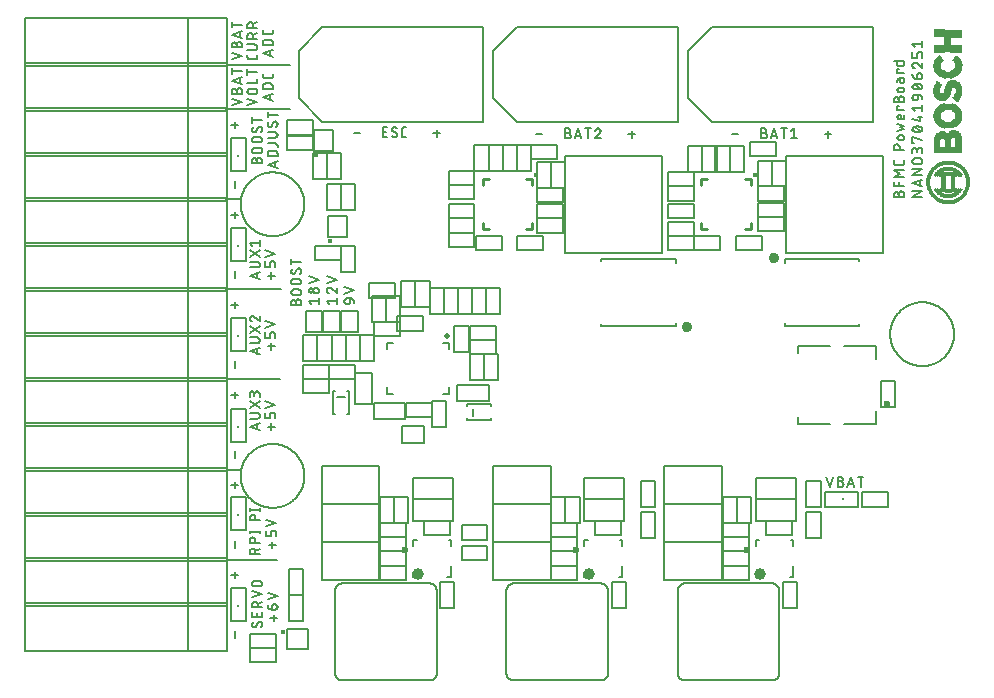
<source format=gbr>
G04 EAGLE Gerber RS-274X export*
G75*
%MOMM*%
%FSLAX34Y34*%
%LPD*%
%INSilkscreen Top*%
%IPPOS*%
%AMOC8*
5,1,8,0,0,1.08239X$1,22.5*%
G01*
%ADD10C,0.152400*%
%ADD11C,0.200000*%
%ADD12R,0.007700X0.161800*%
%ADD13R,0.007709X0.231300*%
%ADD14R,0.007709X0.447100*%
%ADD15R,0.007709X0.562600*%
%ADD16R,0.007713X0.678300*%
%ADD17R,0.007709X0.755300*%
%ADD18R,0.007700X0.832500*%
%ADD19R,0.007709X0.863300*%
%ADD20R,0.007709X0.932600*%
%ADD21R,0.007709X0.994400*%
%ADD22R,0.007713X1.063700*%
%ADD23R,0.007700X1.117600*%
%ADD24R,0.007709X1.156300*%
%ADD25R,0.007709X1.187100*%
%ADD26R,0.007709X1.241000*%
%ADD27R,0.007709X1.279500*%
%ADD28R,0.007700X1.310300*%
%ADD29R,0.007713X1.356700*%
%ADD30R,0.007709X1.395200*%
%ADD31R,0.007709X1.426000*%
%ADD32R,0.007709X1.472200*%
%ADD33R,0.007709X1.510800*%
%ADD34R,0.007700X1.549400*%
%ADD35R,0.007713X1.564800*%
%ADD36R,0.007709X1.603300*%
%ADD37R,0.007709X1.634100*%
%ADD38R,0.007709X1.672600*%
%ADD39R,0.007700X1.695700*%
%ADD40R,0.007709X1.726700*%
%ADD41R,0.007713X1.749800*%
%ADD42R,0.007709X1.772900*%
%ADD43R,0.007709X1.803700*%
%ADD44R,0.007700X1.834500*%
%ADD45R,0.007709X0.909500*%
%ADD46R,0.007709X0.894100*%
%ADD47R,0.007709X0.894200*%
%ADD48R,0.007709X0.871000*%
%ADD49R,0.007713X0.732300*%
%ADD50R,0.007713X0.716900*%
%ADD51R,0.007709X0.716900*%
%ADD52R,0.007709X0.693800*%
%ADD53R,0.007709X0.670600*%
%ADD54R,0.007709X0.647500*%
%ADD55R,0.007700X0.647500*%
%ADD56R,0.007700X0.632100*%
%ADD57R,0.007709X0.624400*%
%ADD58R,0.007709X0.624300*%
%ADD59R,0.007709X0.608900*%
%ADD60R,0.007713X0.601200*%
%ADD61R,0.007713X0.585800*%
%ADD62R,0.007709X0.585900*%
%ADD63R,0.007709X0.570400*%
%ADD64R,0.007700X0.585900*%
%ADD65R,0.007700X0.570400*%
%ADD66R,0.007709X0.578100*%
%ADD67R,0.007709X0.562700*%
%ADD68R,0.007709X0.555000*%
%ADD69R,0.007709X0.539600*%
%ADD70R,0.007709X0.531900*%
%ADD71R,0.007709X0.524200*%
%ADD72R,0.007713X0.524200*%
%ADD73R,0.007713X0.516400*%
%ADD74R,0.007700X0.508700*%
%ADD75R,0.007700X0.493300*%
%ADD76R,0.007709X0.508700*%
%ADD77R,0.007709X0.493300*%
%ADD78R,0.007709X0.516400*%
%ADD79R,0.007709X0.501000*%
%ADD80R,0.007709X0.485700*%
%ADD81R,0.007709X0.470200*%
%ADD82R,0.007700X0.485600*%
%ADD83R,0.007700X0.470200*%
%ADD84R,0.007713X0.470200*%
%ADD85R,0.007713X0.454800*%
%ADD86R,0.007709X0.477900*%
%ADD87R,0.007709X0.462500*%
%ADD88R,0.007709X0.431700*%
%ADD89R,0.007700X0.454700*%
%ADD90R,0.007700X0.431600*%
%ADD91R,0.007713X0.439300*%
%ADD92R,0.007713X0.416200*%
%ADD93R,0.007709X0.447000*%
%ADD94R,0.007709X0.423900*%
%ADD95R,0.007709X0.431600*%
%ADD96R,0.007709X0.424000*%
%ADD97R,0.007700X0.424000*%
%ADD98R,0.007700X0.408600*%
%ADD99R,0.007709X0.408600*%
%ADD100R,0.007713X0.408500*%
%ADD101R,0.007713X0.393100*%
%ADD102R,0.007709X0.408500*%
%ADD103R,0.007709X0.393100*%
%ADD104R,0.007700X0.408500*%
%ADD105R,0.007700X0.393100*%
%ADD106R,0.007709X0.377700*%
%ADD107R,0.007709X0.385400*%
%ADD108R,0.007713X0.377700*%
%ADD109R,0.007700X0.385500*%
%ADD110R,0.007700X0.377600*%
%ADD111R,0.007709X0.354500*%
%ADD112R,0.007709X0.354600*%
%ADD113R,0.007713X0.385400*%
%ADD114R,0.007713X0.354600*%
%ADD115R,0.007700X0.370000*%
%ADD116R,0.007700X0.354600*%
%ADD117R,0.007709X0.370000*%
%ADD118R,0.007709X0.362300*%
%ADD119R,0.007709X0.015400*%
%ADD120R,0.007709X0.077000*%
%ADD121R,0.007709X0.061600*%
%ADD122R,0.007709X0.192700*%
%ADD123R,0.007713X0.362300*%
%ADD124R,0.007713X0.092500*%
%ADD125R,0.007713X0.115600*%
%ADD126R,0.007713X0.231300*%
%ADD127R,0.007713X0.285200*%
%ADD128R,0.007713X0.331500*%
%ADD129R,0.007700X0.362200*%
%ADD130R,0.007700X0.108000*%
%ADD131R,0.007700X0.123300*%
%ADD132R,0.007700X0.346900*%
%ADD133R,0.007700X0.400800*%
%ADD134R,0.007709X0.362200*%
%ADD135R,0.007709X0.131100*%
%ADD136R,0.007709X0.146500*%
%ADD137R,0.007709X0.346800*%
%ADD138R,0.007709X0.416200*%
%ADD139R,0.007709X0.485600*%
%ADD140R,0.007709X0.161900*%
%ADD141R,0.007709X0.185000*%
%ADD142R,0.007709X0.616600*%
%ADD143R,0.007709X0.601200*%
%ADD144R,0.007709X0.346900*%
%ADD145R,0.007709X0.169600*%
%ADD146R,0.007709X0.339100*%
%ADD147R,0.007709X1.225600*%
%ADD148R,0.007709X0.593500*%
%ADD149R,0.007709X0.678300*%
%ADD150R,0.007709X0.601300*%
%ADD151R,0.007713X0.346900*%
%ADD152R,0.007713X0.185000*%
%ADD153R,0.007713X0.208100*%
%ADD154R,0.007713X0.339100*%
%ADD155R,0.007713X1.310400*%
%ADD156R,0.007713X0.632000*%
%ADD157R,0.007713X0.724600*%
%ADD158R,0.007713X0.686000*%
%ADD159R,0.007713X0.609000*%
%ADD160R,0.007700X0.192700*%
%ADD161R,0.007700X0.215800*%
%ADD162R,0.007700X0.339200*%
%ADD163R,0.007700X1.333500*%
%ADD164R,0.007700X0.670600*%
%ADD165R,0.007700X0.770800*%
%ADD166R,0.007700X0.732300*%
%ADD167R,0.007700X0.609000*%
%ADD168R,0.007700X0.601200*%
%ADD169R,0.007709X0.208100*%
%ADD170R,0.007709X0.231200*%
%ADD171R,0.007709X0.331500*%
%ADD172R,0.007709X1.379700*%
%ADD173R,0.007709X0.817000*%
%ADD174R,0.007709X0.770800*%
%ADD175R,0.007709X0.609000*%
%ADD176R,0.007709X0.215800*%
%ADD177R,0.007709X0.238900*%
%ADD178R,0.007709X1.402900*%
%ADD179R,0.007709X0.763100*%
%ADD180R,0.007709X0.855600*%
%ADD181R,0.007709X0.809400*%
%ADD182R,0.007709X0.254400*%
%ADD183R,0.007709X1.433700*%
%ADD184R,0.007709X0.801600*%
%ADD185R,0.007709X0.909600*%
%ADD186R,0.007709X0.847900*%
%ADD187R,0.007709X0.339200*%
%ADD188R,0.007709X0.239000*%
%ADD189R,0.007709X0.262100*%
%ADD190R,0.007709X1.456800*%
%ADD191R,0.007709X0.840200*%
%ADD192R,0.007709X0.940400*%
%ADD193R,0.007709X0.886400*%
%ADD194R,0.007700X0.254400*%
%ADD195R,0.007700X0.269800*%
%ADD196R,0.007700X0.331500*%
%ADD197R,0.007700X1.479900*%
%ADD198R,0.007700X0.878700*%
%ADD199R,0.007700X0.978900*%
%ADD200R,0.007700X0.909500*%
%ADD201R,0.007713X0.262100*%
%ADD202R,0.007713X0.277500*%
%ADD203R,0.007713X0.339200*%
%ADD204R,0.007713X1.487600*%
%ADD205R,0.007713X0.894200*%
%ADD206R,0.007713X1.002000*%
%ADD207R,0.007713X0.940400*%
%ADD208R,0.007709X0.277500*%
%ADD209R,0.007709X0.292900*%
%ADD210R,0.007709X0.323700*%
%ADD211R,0.007709X1.032800*%
%ADD212R,0.007709X0.971200*%
%ADD213R,0.007709X0.285200*%
%ADD214R,0.007709X0.300600*%
%ADD215R,0.007709X1.526200*%
%ADD216R,0.007709X0.955800*%
%ADD217R,0.007709X1.071500*%
%ADD218R,0.007709X1.002100*%
%ADD219R,0.007709X0.331400*%
%ADD220R,0.007709X0.316000*%
%ADD221R,0.007709X1.541600*%
%ADD222R,0.007709X1.002000*%
%ADD223R,0.007709X1.094600*%
%ADD224R,0.007709X1.032900*%
%ADD225R,0.007700X0.331400*%
%ADD226R,0.007700X0.300600*%
%ADD227R,0.007700X0.323700*%
%ADD228R,0.007700X1.557000*%
%ADD229R,0.007700X1.017400*%
%ADD230R,0.007700X1.133100*%
%ADD231R,0.007700X1.063700*%
%ADD232R,0.007709X0.308300*%
%ADD233R,0.007709X1.572400*%
%ADD234R,0.007709X1.048300*%
%ADD235R,0.007709X1.156200*%
%ADD236R,0.007709X1.094500*%
%ADD237R,0.007713X0.323700*%
%ADD238R,0.007713X0.316000*%
%ADD239R,0.007713X1.580100*%
%ADD240R,0.007713X1.179300*%
%ADD241R,0.007713X1.110000*%
%ADD242R,0.007709X0.323800*%
%ADD243R,0.007709X1.595600*%
%ADD244R,0.007709X1.202400*%
%ADD245R,0.007709X1.140800*%
%ADD246R,0.007709X1.611000*%
%ADD247R,0.007709X1.125400*%
%ADD248R,0.007709X1.233300*%
%ADD249R,0.007709X1.163900*%
%ADD250R,0.007709X0.316100*%
%ADD251R,0.007709X1.618700*%
%ADD252R,0.007709X1.148500*%
%ADD253R,0.007709X1.256400*%
%ADD254R,0.007700X0.308400*%
%ADD255R,0.007700X1.634100*%
%ADD256R,0.007700X1.171600*%
%ADD257R,0.007700X1.279600*%
%ADD258R,0.007700X1.202500*%
%ADD259R,0.007709X0.300700*%
%ADD260R,0.007709X1.641800*%
%ADD261R,0.007709X1.187000*%
%ADD262R,0.007709X1.302700*%
%ADD263R,0.007713X0.308400*%
%ADD264R,0.007713X1.649500*%
%ADD265R,0.007713X1.210200*%
%ADD266R,0.007713X1.318100*%
%ADD267R,0.007713X1.248700*%
%ADD268R,0.007709X1.664900*%
%ADD269R,0.007709X1.341200*%
%ADD270R,0.007709X0.400800*%
%ADD271R,0.007709X0.308400*%
%ADD272R,0.007709X1.364400*%
%ADD273R,0.007709X1.295000*%
%ADD274R,0.007700X0.308300*%
%ADD275R,0.007700X0.377700*%
%ADD276R,0.007700X1.680400*%
%ADD277R,0.007700X1.271900*%
%ADD278R,0.007700X1.379800*%
%ADD279R,0.007700X1.310400*%
%ADD280R,0.007709X1.688100*%
%ADD281R,0.007709X1.703500*%
%ADD282R,0.007709X1.310400*%
%ADD283R,0.007709X1.418300*%
%ADD284R,0.007709X1.356600*%
%ADD285R,0.007713X0.308300*%
%ADD286R,0.007713X0.400800*%
%ADD287R,0.007713X0.431700*%
%ADD288R,0.007713X0.300600*%
%ADD289R,0.007713X1.711200*%
%ADD290R,0.007713X1.325800*%
%ADD291R,0.007713X1.441400*%
%ADD292R,0.007713X1.372100*%
%ADD293R,0.007709X0.439400*%
%ADD294R,0.007709X1.718900*%
%ADD295R,0.007709X1.464500*%
%ADD296R,0.007709X1.387500*%
%ADD297R,0.007700X0.416300*%
%ADD298R,0.007700X0.447100*%
%ADD299R,0.007700X1.726600*%
%ADD300R,0.007700X1.372000*%
%ADD301R,0.007700X1.402900*%
%ADD302R,0.007709X0.454800*%
%ADD303R,0.007709X1.734300*%
%ADD304R,0.007709X1.387400*%
%ADD305R,0.007709X1.495300*%
%ADD306R,0.007709X1.742000*%
%ADD307R,0.007709X1.449100*%
%ADD308R,0.007713X0.447100*%
%ADD309R,0.007713X1.749700*%
%ADD310R,0.007713X1.433700*%
%ADD311R,0.007713X1.549400*%
%ADD312R,0.007713X1.464500*%
%ADD313R,0.007709X1.757400*%
%ADD314R,0.007709X1.564800*%
%ADD315R,0.007709X1.479900*%
%ADD316R,0.007700X0.292900*%
%ADD317R,0.007700X0.462500*%
%ADD318R,0.007700X1.765100*%
%ADD319R,0.007700X1.464600*%
%ADD320R,0.007700X1.580200*%
%ADD321R,0.007700X1.495400*%
%ADD322R,0.007709X1.772800*%
%ADD323R,0.007709X1.480000*%
%ADD324R,0.007709X1.780600*%
%ADD325R,0.007709X1.495400*%
%ADD326R,0.007709X0.293000*%
%ADD327R,0.007713X0.300700*%
%ADD328R,0.007713X0.493300*%
%ADD329R,0.007713X0.508700*%
%ADD330R,0.007713X1.788300*%
%ADD331R,0.007713X1.526200*%
%ADD332R,0.007713X1.557100*%
%ADD333R,0.007700X0.501100*%
%ADD334R,0.007700X0.516400*%
%ADD335R,0.007700X0.285200*%
%ADD336R,0.007700X1.788300*%
%ADD337R,0.007700X1.541600*%
%ADD338R,0.007700X1.657200*%
%ADD339R,0.007700X1.572500*%
%ADD340R,0.007709X0.501100*%
%ADD341R,0.007709X1.796000*%
%ADD342R,0.007709X1.557000*%
%ADD343R,0.007709X1.587900*%
%ADD344R,0.007709X0.508800*%
%ADD345R,0.007709X1.564700*%
%ADD346R,0.007709X1.688000*%
%ADD347R,0.007709X0.516500*%
%ADD348R,0.007709X0.524100*%
%ADD349R,0.007709X1.811400*%
%ADD350R,0.007709X1.580100*%
%ADD351R,0.007709X1.695800*%
%ADD352R,0.007709X1.711200*%
%ADD353R,0.007709X1.626400*%
%ADD354R,0.007700X0.524200*%
%ADD355R,0.007700X0.531900*%
%ADD356R,0.007700X1.819100*%
%ADD357R,0.007700X1.611000*%
%ADD358R,0.007700X1.641800*%
%ADD359R,0.007713X0.292900*%
%ADD360R,0.007713X0.531900*%
%ADD361R,0.007713X0.547300*%
%ADD362R,0.007713X1.819100*%
%ADD363R,0.007713X1.618700*%
%ADD364R,0.007713X1.734300*%
%ADD365R,0.007713X1.657200*%
%ADD366R,0.007709X0.547300*%
%ADD367R,0.007709X1.826800*%
%ADD368R,0.007709X1.749800*%
%ADD369R,0.007709X1.834500*%
%ADD370R,0.007709X1.657300*%
%ADD371R,0.007709X1.757500*%
%ADD372R,0.007709X1.665000*%
%ADD373R,0.007700X0.547300*%
%ADD374R,0.007700X1.842200*%
%ADD375R,0.007700X1.672700*%
%ADD376R,0.007700X1.749800*%
%ADD377R,0.007700X1.711200*%
%ADD378R,0.007713X0.562700*%
%ADD379R,0.007713X0.578100*%
%ADD380R,0.007713X1.849900*%
%ADD381R,0.007713X1.688100*%
%ADD382R,0.007713X1.742100*%
%ADD383R,0.007713X1.726600*%
%ADD384R,0.007709X1.849900*%
%ADD385R,0.007709X1.734400*%
%ADD386R,0.007709X0.585800*%
%ADD387R,0.007709X1.742100*%
%ADD388R,0.007709X1.857600*%
%ADD389R,0.007700X0.277500*%
%ADD390R,0.007700X0.585800*%
%ADD391R,0.007700X0.593500*%
%ADD392R,0.007700X1.857600*%
%ADD393R,0.007700X1.734300*%
%ADD394R,0.007700X1.765200*%
%ADD395R,0.007709X0.593600*%
%ADD396R,0.007709X1.865300*%
%ADD397R,0.007713X0.269800*%
%ADD398R,0.007713X0.593600*%
%ADD399R,0.007713X1.865300*%
%ADD400R,0.007713X1.718900*%
%ADD401R,0.007713X1.772900*%
%ADD402R,0.007709X1.873100*%
%ADD403R,0.007709X1.765100*%
%ADD404R,0.007709X0.740000*%
%ADD405R,0.007700X0.608900*%
%ADD406R,0.007700X1.873100*%
%ADD407R,0.007700X1.780600*%
%ADD408R,0.007700X0.716900*%
%ADD409R,0.007709X0.269700*%
%ADD410R,0.007709X1.880800*%
%ADD411R,0.007709X1.788300*%
%ADD412R,0.007709X0.724600*%
%ADD413R,0.007709X0.693700*%
%ADD414R,0.007709X1.749700*%
%ADD415R,0.007709X0.732300*%
%ADD416R,0.007713X0.616700*%
%ADD417R,0.007713X0.624400*%
%ADD418R,0.007713X1.803700*%
%ADD419R,0.007713X1.742000*%
%ADD420R,0.007709X0.632100*%
%ADD421R,0.007709X0.007700*%
%ADD422R,0.007709X0.701500*%
%ADD423R,0.007709X0.662900*%
%ADD424R,0.007709X0.639800*%
%ADD425R,0.007709X0.616700*%
%ADD426R,0.007700X0.624400*%
%ADD427R,0.007700X0.639800*%
%ADD428R,0.007700X0.277400*%
%ADD429R,0.007700X0.562700*%
%ADD430R,0.007700X0.693800*%
%ADD431R,0.007700X0.824800*%
%ADD432R,0.007700X0.832400*%
%ADD433R,0.007700X0.894100*%
%ADD434R,0.007700X0.686000*%
%ADD435R,0.007709X0.269800*%
%ADD436R,0.007709X0.817100*%
%ADD437R,0.007709X0.801700*%
%ADD438R,0.007709X0.794000*%
%ADD439R,0.007709X0.547200*%
%ADD440R,0.007709X0.632000*%
%ADD441R,0.007709X0.832500*%
%ADD442R,0.007713X0.639800*%
%ADD443R,0.007713X0.662900*%
%ADD444R,0.007713X0.786200*%
%ADD445R,0.007713X0.778600*%
%ADD446R,0.007713X0.524100*%
%ADD447R,0.007713X0.624300*%
%ADD448R,0.007713X0.809300*%
%ADD449R,0.007713X0.570400*%
%ADD450R,0.007709X0.655200*%
%ADD451R,0.007709X0.770900*%
%ADD452R,0.007709X0.554900*%
%ADD453R,0.007700X0.655200*%
%ADD454R,0.007700X0.323800*%
%ADD455R,0.007700X0.747700*%
%ADD456R,0.007700X0.755400*%
%ADD457R,0.007700X0.616600*%
%ADD458R,0.007709X0.747700*%
%ADD459R,0.007709X0.755400*%
%ADD460R,0.007709X0.739900*%
%ADD461R,0.007709X0.716800*%
%ADD462R,0.007713X0.693700*%
%ADD463R,0.007713X0.709200*%
%ADD464R,0.007700X0.339100*%
%ADD465R,0.007700X0.701500*%
%ADD466R,0.007709X1.657200*%
%ADD467R,0.007709X0.686000*%
%ADD468R,0.007709X0.686100*%
%ADD469R,0.007700X0.262100*%
%ADD470R,0.007700X0.616700*%
%ADD471R,0.007700X0.662900*%
%ADD472R,0.007700X0.578100*%
%ADD473R,0.007713X0.331400*%
%ADD474R,0.007713X0.647400*%
%ADD475R,0.007713X0.655200*%
%ADD476R,0.007713X0.246600*%
%ADD477R,0.007709X0.639700*%
%ADD478R,0.007709X0.246700*%
%ADD479R,0.007709X0.223500*%
%ADD480R,0.007709X0.200400*%
%ADD481R,0.007709X0.215900*%
%ADD482R,0.007700X0.316000*%
%ADD483R,0.007700X0.632000*%
%ADD484R,0.007700X0.169600*%
%ADD485R,0.007700X0.177300*%
%ADD486R,0.007713X0.323800*%
%ADD487R,0.007713X0.146500*%
%ADD488R,0.007713X0.647500*%
%ADD489R,0.007713X0.161900*%
%ADD490R,0.007709X0.123400*%
%ADD491R,0.007709X0.131000*%
%ADD492R,0.007709X0.100200*%
%ADD493R,0.007709X0.123300*%
%ADD494R,0.007700X0.316100*%
%ADD495R,0.007700X0.077000*%
%ADD496R,0.007700X0.100200*%
%ADD497R,0.007709X0.246600*%
%ADD498R,0.007709X0.077100*%
%ADD499R,0.007713X0.254300*%
%ADD500R,0.007713X0.316100*%
%ADD501R,0.007713X0.616600*%
%ADD502R,0.007713X0.046200*%
%ADD503R,0.007713X0.593500*%
%ADD504R,0.007713X0.632100*%
%ADD505R,0.007713X0.061600*%
%ADD506R,0.007709X0.254300*%
%ADD507R,0.007709X0.030800*%
%ADD508R,0.007709X0.038500*%
%ADD509R,0.007709X0.023100*%
%ADD510R,0.007700X0.262000*%
%ADD511R,0.007700X0.601300*%
%ADD512R,0.007700X0.624300*%
%ADD513R,0.007709X0.262000*%
%ADD514R,0.007713X0.608900*%
%ADD515R,0.007700X0.254300*%
%ADD516R,0.007700X0.593600*%
%ADD517R,0.007713X0.585900*%
%ADD518R,0.007713X0.639700*%
%ADD519R,0.007709X0.701400*%
%ADD520R,0.007713X0.262000*%
%ADD521R,0.007713X0.716800*%
%ADD522R,0.007713X0.601300*%
%ADD523R,0.007709X0.809300*%
%ADD524R,0.007709X0.824800*%
%ADD525R,0.007709X0.878700*%
%ADD526R,0.007713X0.254400*%
%ADD527R,0.007713X0.670600*%
%ADD528R,0.007713X0.917300*%
%ADD529R,0.007700X0.948100*%
%ADD530R,0.007700X1.919300*%
%ADD531R,0.007709X1.919300*%
%ADD532R,0.007709X0.709100*%
%ADD533R,0.007709X1.017500*%
%ADD534R,0.007709X1.025200*%
%ADD535R,0.007709X1.819100*%
%ADD536R,0.007709X1.071400*%
%ADD537R,0.007700X0.246600*%
%ADD538R,0.007700X1.811400*%
%ADD539R,0.007700X1.094600*%
%ADD540R,0.007713X1.811400*%
%ADD541R,0.007713X1.117700*%
%ADD542R,0.007713X1.919300*%
%ADD543R,0.007709X1.133100*%
%ADD544R,0.007709X1.179400*%
%ADD545R,0.007700X1.194800*%
%ADD546R,0.007709X1.217900*%
%ADD547R,0.007713X1.772800*%
%ADD548R,0.007713X1.233300*%
%ADD549R,0.007709X1.256500*%
%ADD550R,0.007709X1.271900*%
%ADD551R,0.007700X1.742000*%
%ADD552R,0.007700X1.279500*%
%ADD553R,0.007709X1.294900*%
%ADD554R,0.007713X1.302600*%
%ADD555R,0.007709X1.302600*%
%ADD556R,0.007700X1.703500*%
%ADD557R,0.007700X1.318100*%
%ADD558R,0.007709X1.325800*%
%ADD559R,0.007713X1.680400*%
%ADD560R,0.007713X1.333500*%
%ADD561R,0.007709X1.333500*%
%ADD562R,0.007709X1.649500*%
%ADD563R,0.007713X1.611000*%
%ADD564R,0.007713X1.333600*%
%ADD565R,0.007700X1.580100*%
%ADD566R,0.007700X1.341200*%
%ADD567R,0.007709X1.533900*%
%ADD568R,0.007713X1.533900*%
%ADD569R,0.007700X1.549300*%
%ADD570R,0.007709X1.318000*%
%ADD571R,0.007700X1.595600*%
%ADD572R,0.007713X1.603300*%
%ADD573R,0.007709X1.287300*%
%ADD574R,0.007709X1.264200*%
%ADD575R,0.007700X1.649500*%
%ADD576R,0.007700X0.555000*%
%ADD577R,0.007700X1.256400*%
%ADD578R,0.007713X0.555000*%
%ADD579R,0.007700X1.194700*%
%ADD580R,0.007709X1.179300*%
%ADD581R,0.007713X1.695800*%
%ADD582R,0.007713X1.163900*%
%ADD583R,0.007709X1.117700*%
%ADD584R,0.007700X1.094500*%
%ADD585R,0.007709X1.063700*%
%ADD586R,0.007709X1.726600*%
%ADD587R,0.007709X1.025100*%
%ADD588R,0.007713X0.362200*%
%ADD589R,0.007709X0.978900*%
%ADD590R,0.007700X0.940300*%
%ADD591R,0.007709X0.901900*%
%ADD592R,0.007709X0.871100*%
%ADD593R,0.007713X0.809400*%
%ADD594R,0.007709X0.778600*%
%ADD595R,0.007709X0.709200*%
%ADD596R,0.007700X0.038500*%
%ADD597R,0.007713X0.053900*%
%ADD598R,0.007709X0.069300*%
%ADD599R,0.007709X0.092500*%
%ADD600R,0.007713X0.154200*%
%ADD601R,0.007709X0.177300*%
%ADD602R,0.007700X0.215900*%
%ADD603R,0.007709X0.647400*%
%ADD604R,0.007713X0.655100*%
%ADD605R,0.007713X0.015400*%
%ADD606R,0.007709X0.053900*%
%ADD607R,0.007700X0.077100*%
%ADD608R,0.007709X0.115700*%
%ADD609R,0.007713X0.277400*%
%ADD610R,0.007713X0.693800*%
%ADD611R,0.007713X0.131100*%
%ADD612R,0.007713X0.393200*%
%ADD613R,0.007709X0.277400*%
%ADD614R,0.007709X0.154200*%
%ADD615R,0.007709X0.416300*%
%ADD616R,0.007700X0.716800*%
%ADD617R,0.007709X0.747600*%
%ADD618R,0.007713X0.269700*%
%ADD619R,0.007713X0.770800*%
%ADD620R,0.007713X0.763200*%
%ADD621R,0.007713X0.547200*%
%ADD622R,0.007700X0.786200*%
%ADD623R,0.007700X0.801700*%
%ADD624R,0.007709X1.842200*%
%ADD625R,0.007700X1.803700*%
%ADD626R,0.007709X1.765200*%
%ADD627R,0.007700X1.757400*%
%ADD628R,0.007700X0.770900*%
%ADD629R,0.007713X1.765100*%
%ADD630R,0.007713X1.757400*%
%ADD631R,0.007713X1.495400*%
%ADD632R,0.007713X1.780600*%
%ADD633R,0.007709X1.503000*%
%ADD634R,0.007709X1.510700*%
%ADD635R,0.007700X1.510800*%
%ADD636R,0.007713X1.518500*%
%ADD637R,0.007713X1.726700*%
%ADD638R,0.007709X1.680400*%
%ADD639R,0.007709X1.695700*%
%ADD640R,0.007700X0.524100*%
%ADD641R,0.007700X1.526200*%
%ADD642R,0.007700X1.680300*%
%ADD643R,0.007713X0.293000*%
%ADD644R,0.007700X1.718900*%
%ADD645R,0.007700X1.572400*%
%ADD646R,0.007700X1.618700*%
%ADD647R,0.007709X1.549300*%
%ADD648R,0.007713X1.703500*%
%ADD649R,0.007713X1.572500*%
%ADD650R,0.007709X1.518500*%
%ADD651R,0.007709X1.557100*%
%ADD652R,0.007700X0.439400*%
%ADD653R,0.007700X1.695800*%
%ADD654R,0.007700X1.557100*%
%ADD655R,0.007700X1.541700*%
%ADD656R,0.007709X1.526300*%
%ADD657R,0.007709X1.549400*%
%ADD658R,0.007709X1.534000*%
%ADD659R,0.007713X0.439400*%
%ADD660R,0.007713X1.672600*%
%ADD661R,0.007713X1.479900*%
%ADD662R,0.007700X0.385400*%
%ADD663R,0.007700X0.423900*%
%ADD664R,0.007700X1.487600*%
%ADD665R,0.007700X1.449100*%
%ADD666R,0.007709X1.372000*%
%ADD667R,0.007709X1.441400*%
%ADD668R,0.007713X1.626400*%
%ADD669R,0.007713X1.341200*%
%ADD670R,0.007713X1.426000*%
%ADD671R,0.007713X1.387500*%
%ADD672R,0.007700X0.293000*%
%ADD673R,0.007700X1.325800*%
%ADD674R,0.007700X1.372100*%
%ADD675R,0.007709X1.356700*%
%ADD676R,0.007709X1.341300*%
%ADD677R,0.007709X1.271800*%
%ADD678R,0.007709X1.349000*%
%ADD679R,0.007709X1.248700*%
%ADD680R,0.007700X1.233300*%
%ADD681R,0.007700X1.302600*%
%ADD682R,0.007700X1.287200*%
%ADD683R,0.007713X1.572400*%
%ADD684R,0.007713X1.202500*%
%ADD685R,0.007713X1.279500*%
%ADD686R,0.007713X1.264100*%
%ADD687R,0.007709X1.264100*%
%ADD688R,0.007709X1.194800*%
%ADD689R,0.007709X1.110000*%
%ADD690R,0.007700X1.179400*%
%ADD691R,0.007700X1.148500*%
%ADD692R,0.007713X1.510800*%
%ADD693R,0.007713X1.140800*%
%ADD694R,0.007713X1.125400*%
%ADD695R,0.007709X1.109900*%
%ADD696R,0.007709X1.487600*%
%ADD697R,0.007709X1.102300*%
%ADD698R,0.007709X1.086800*%
%ADD699R,0.007709X0.986600*%
%ADD700R,0.007709X1.056000*%
%ADD701R,0.007700X0.238900*%
%ADD702R,0.007700X1.456800*%
%ADD703R,0.007700X0.955800*%
%ADD704R,0.007700X1.040600*%
%ADD705R,0.007700X1.025200*%
%ADD706R,0.007709X0.925000*%
%ADD707R,0.007713X0.192700*%
%ADD708R,0.007713X0.223500*%
%ADD709R,0.007713X1.418300*%
%ADD710R,0.007713X0.894100*%
%ADD711R,0.007713X0.978900*%
%ADD712R,0.007713X0.963600*%
%ADD713R,0.007709X0.940300*%
%ADD714R,0.007700X0.154200*%
%ADD715R,0.007700X0.185000*%
%ADD716R,0.007700X0.346800*%
%ADD717R,0.007700X1.356600*%
%ADD718R,0.007700X0.793900*%
%ADD719R,0.007700X0.886500*%
%ADD720R,0.007700X0.871000*%
%ADD721R,0.007709X0.138800*%
%ADD722R,0.007709X1.318100*%
%ADD723R,0.007713X0.100200*%
%ADD724R,0.007713X0.092400*%
%ADD725R,0.007713X1.225600*%
%ADD726R,0.007713X0.747600*%
%ADD727R,0.007709X0.084800*%
%ADD728R,0.007700X0.061600*%
%ADD729R,0.007700X0.362300*%
%ADD730R,0.007709X0.655100*%
%ADD731R,0.007713X0.370000*%
%ADD732R,0.007713X0.485600*%
%ADD733R,0.007713X0.400900*%
%ADD734R,0.007709X0.377600*%
%ADD735R,0.007709X0.061700*%
%ADD736R,0.007713X0.408600*%
%ADD737R,0.007709X0.393200*%
%ADD738R,0.007713X0.423900*%
%ADD739R,0.007713X0.462500*%
%ADD740R,0.007709X0.462400*%
%ADD741R,0.007700X0.477900*%
%ADD742R,0.007713X0.501000*%
%ADD743R,0.007700X0.539600*%
%ADD744R,0.007713X0.554900*%
%ADD745R,0.007700X0.724500*%
%ADD746R,0.007709X0.778500*%
%ADD747R,0.007709X0.069400*%
%ADD748R,0.007700X1.726700*%
%ADD749R,0.007700X1.418300*%
%ADD750R,0.007700X1.171700*%
%ADD751R,0.007713X1.071400*%
%ADD752R,0.007700X0.015400*%
%ADD753R,0.007709X0.786300*%
%ADD754R,0.007713X0.732200*%
%ADD755C,0.915806*%
%ADD756C,0.600000*%
%ADD757C,1.000000*%
%ADD758C,0.150000*%
%ADD759C,0.500000*%
%ADD760R,0.250000X0.250000*%
%ADD761C,0.447213*%
%ADD762C,0.401213*%
%ADD763C,0.254000*%


D10*
X715029Y386262D02*
X715029Y388616D01*
X715030Y388616D02*
X715032Y388712D01*
X715038Y388808D01*
X715048Y388903D01*
X715061Y388998D01*
X715079Y389093D01*
X715100Y389187D01*
X715125Y389279D01*
X715154Y389371D01*
X715187Y389461D01*
X715223Y389550D01*
X715263Y389637D01*
X715307Y389723D01*
X715353Y389807D01*
X715404Y389889D01*
X715457Y389968D01*
X715514Y390046D01*
X715574Y390121D01*
X715637Y390194D01*
X715703Y390263D01*
X715771Y390331D01*
X715842Y390395D01*
X715916Y390456D01*
X715993Y390515D01*
X716071Y390570D01*
X716152Y390622D01*
X716235Y390670D01*
X716320Y390716D01*
X716406Y390757D01*
X716494Y390795D01*
X716584Y390830D01*
X716675Y390861D01*
X716767Y390888D01*
X716860Y390911D01*
X716954Y390930D01*
X717049Y390946D01*
X717144Y390958D01*
X717240Y390966D01*
X717336Y390970D01*
X717432Y390970D01*
X717528Y390966D01*
X717624Y390958D01*
X717719Y390946D01*
X717814Y390930D01*
X717908Y390911D01*
X718001Y390888D01*
X718093Y390861D01*
X718184Y390830D01*
X718274Y390795D01*
X718362Y390757D01*
X718448Y390716D01*
X718533Y390670D01*
X718616Y390622D01*
X718697Y390570D01*
X718775Y390515D01*
X718852Y390456D01*
X718926Y390395D01*
X718997Y390331D01*
X719065Y390263D01*
X719131Y390194D01*
X719194Y390121D01*
X719254Y390046D01*
X719311Y389968D01*
X719364Y389889D01*
X719415Y389807D01*
X719461Y389723D01*
X719505Y389637D01*
X719545Y389550D01*
X719581Y389461D01*
X719614Y389371D01*
X719643Y389279D01*
X719668Y389187D01*
X719689Y389093D01*
X719707Y388998D01*
X719720Y388903D01*
X719730Y388808D01*
X719736Y388712D01*
X719738Y388616D01*
X719738Y386262D01*
X711262Y386262D01*
X711262Y388616D01*
X711264Y388702D01*
X711270Y388787D01*
X711280Y388873D01*
X711293Y388957D01*
X711311Y389041D01*
X711332Y389124D01*
X711357Y389206D01*
X711386Y389287D01*
X711418Y389367D01*
X711454Y389444D01*
X711493Y389521D01*
X711536Y389595D01*
X711582Y389667D01*
X711632Y389737D01*
X711685Y389805D01*
X711740Y389870D01*
X711799Y389933D01*
X711860Y389993D01*
X711924Y390050D01*
X711991Y390104D01*
X712060Y390155D01*
X712131Y390203D01*
X712204Y390248D01*
X712279Y390289D01*
X712356Y390326D01*
X712435Y390361D01*
X712515Y390391D01*
X712597Y390418D01*
X712679Y390441D01*
X712763Y390461D01*
X712847Y390476D01*
X712932Y390488D01*
X713017Y390496D01*
X713103Y390500D01*
X713189Y390500D01*
X713275Y390496D01*
X713360Y390488D01*
X713445Y390476D01*
X713529Y390461D01*
X713613Y390441D01*
X713695Y390418D01*
X713777Y390391D01*
X713857Y390361D01*
X713936Y390326D01*
X714013Y390289D01*
X714088Y390248D01*
X714161Y390203D01*
X714232Y390155D01*
X714301Y390104D01*
X714368Y390050D01*
X714432Y389993D01*
X714493Y389933D01*
X714552Y389870D01*
X714607Y389805D01*
X714660Y389737D01*
X714710Y389667D01*
X714756Y389595D01*
X714799Y389521D01*
X714838Y389444D01*
X714874Y389367D01*
X714906Y389287D01*
X714935Y389206D01*
X714960Y389124D01*
X714981Y389041D01*
X714999Y388957D01*
X715012Y388873D01*
X715022Y388787D01*
X715028Y388702D01*
X715030Y388616D01*
X711262Y395094D02*
X719738Y395094D01*
X711262Y395094D02*
X711262Y398861D01*
X715029Y398861D02*
X715029Y395094D01*
X711262Y402997D02*
X719738Y402997D01*
X715971Y405823D02*
X711262Y402997D01*
X715971Y405823D02*
X711262Y408648D01*
X719738Y408648D01*
X719738Y415214D02*
X719738Y417097D01*
X719738Y415214D02*
X719736Y415129D01*
X719730Y415045D01*
X719721Y414961D01*
X719708Y414878D01*
X719691Y414795D01*
X719670Y414713D01*
X719646Y414632D01*
X719618Y414552D01*
X719586Y414474D01*
X719551Y414397D01*
X719513Y414321D01*
X719471Y414248D01*
X719426Y414176D01*
X719378Y414107D01*
X719327Y414039D01*
X719273Y413974D01*
X719216Y413912D01*
X719156Y413852D01*
X719094Y413795D01*
X719029Y413741D01*
X718961Y413690D01*
X718892Y413642D01*
X718820Y413597D01*
X718747Y413555D01*
X718671Y413517D01*
X718594Y413482D01*
X718516Y413450D01*
X718436Y413422D01*
X718355Y413398D01*
X718273Y413377D01*
X718190Y413360D01*
X718107Y413347D01*
X718023Y413338D01*
X717939Y413332D01*
X717854Y413330D01*
X713146Y413330D01*
X713061Y413332D01*
X712977Y413338D01*
X712893Y413347D01*
X712810Y413360D01*
X712727Y413377D01*
X712645Y413398D01*
X712564Y413422D01*
X712484Y413450D01*
X712406Y413482D01*
X712329Y413517D01*
X712253Y413555D01*
X712180Y413597D01*
X712108Y413642D01*
X712039Y413690D01*
X711971Y413741D01*
X711906Y413795D01*
X711844Y413852D01*
X711784Y413912D01*
X711727Y413974D01*
X711673Y414039D01*
X711622Y414107D01*
X711574Y414176D01*
X711529Y414248D01*
X711487Y414321D01*
X711449Y414397D01*
X711414Y414474D01*
X711382Y414552D01*
X711354Y414632D01*
X711330Y414713D01*
X711309Y414795D01*
X711292Y414878D01*
X711279Y414961D01*
X711270Y415045D01*
X711264Y415129D01*
X711262Y415214D01*
X711262Y417097D01*
X711262Y426162D02*
X719738Y426162D01*
X711262Y426162D02*
X711262Y428516D01*
X711264Y428612D01*
X711270Y428708D01*
X711280Y428803D01*
X711293Y428898D01*
X711311Y428993D01*
X711332Y429087D01*
X711357Y429179D01*
X711386Y429271D01*
X711419Y429361D01*
X711455Y429450D01*
X711495Y429537D01*
X711539Y429623D01*
X711585Y429707D01*
X711636Y429789D01*
X711689Y429868D01*
X711746Y429946D01*
X711806Y430021D01*
X711869Y430094D01*
X711935Y430163D01*
X712003Y430231D01*
X712074Y430295D01*
X712148Y430356D01*
X712225Y430415D01*
X712303Y430470D01*
X712384Y430522D01*
X712467Y430570D01*
X712552Y430616D01*
X712638Y430657D01*
X712726Y430695D01*
X712816Y430730D01*
X712907Y430761D01*
X712999Y430788D01*
X713092Y430811D01*
X713186Y430830D01*
X713281Y430846D01*
X713376Y430858D01*
X713472Y430866D01*
X713568Y430870D01*
X713664Y430870D01*
X713760Y430866D01*
X713856Y430858D01*
X713951Y430846D01*
X714046Y430830D01*
X714140Y430811D01*
X714233Y430788D01*
X714325Y430761D01*
X714416Y430730D01*
X714506Y430695D01*
X714594Y430657D01*
X714680Y430616D01*
X714765Y430570D01*
X714848Y430522D01*
X714929Y430470D01*
X715007Y430415D01*
X715084Y430356D01*
X715158Y430295D01*
X715229Y430231D01*
X715297Y430163D01*
X715363Y430094D01*
X715426Y430021D01*
X715486Y429946D01*
X715543Y429868D01*
X715596Y429789D01*
X715647Y429707D01*
X715693Y429623D01*
X715737Y429537D01*
X715777Y429450D01*
X715813Y429361D01*
X715846Y429271D01*
X715875Y429179D01*
X715900Y429087D01*
X715921Y428993D01*
X715939Y428898D01*
X715952Y428803D01*
X715962Y428708D01*
X715968Y428612D01*
X715970Y428516D01*
X715971Y428516D02*
X715971Y426162D01*
X715971Y434539D02*
X717854Y434539D01*
X715971Y434539D02*
X715885Y434541D01*
X715800Y434547D01*
X715714Y434557D01*
X715630Y434570D01*
X715546Y434588D01*
X715463Y434609D01*
X715381Y434634D01*
X715300Y434663D01*
X715220Y434695D01*
X715143Y434731D01*
X715066Y434770D01*
X714992Y434813D01*
X714920Y434859D01*
X714850Y434909D01*
X714782Y434962D01*
X714717Y435017D01*
X714654Y435076D01*
X714594Y435137D01*
X714537Y435201D01*
X714483Y435268D01*
X714432Y435337D01*
X714384Y435408D01*
X714339Y435481D01*
X714298Y435556D01*
X714261Y435633D01*
X714226Y435712D01*
X714196Y435792D01*
X714169Y435874D01*
X714146Y435956D01*
X714126Y436040D01*
X714111Y436124D01*
X714099Y436209D01*
X714091Y436294D01*
X714087Y436380D01*
X714087Y436466D01*
X714091Y436552D01*
X714099Y436637D01*
X714111Y436722D01*
X714126Y436806D01*
X714146Y436890D01*
X714169Y436972D01*
X714196Y437054D01*
X714226Y437134D01*
X714261Y437213D01*
X714298Y437290D01*
X714339Y437365D01*
X714384Y437438D01*
X714432Y437509D01*
X714483Y437578D01*
X714537Y437645D01*
X714594Y437709D01*
X714654Y437770D01*
X714717Y437829D01*
X714782Y437884D01*
X714850Y437937D01*
X714920Y437987D01*
X714992Y438033D01*
X715066Y438076D01*
X715143Y438115D01*
X715220Y438151D01*
X715300Y438183D01*
X715381Y438212D01*
X715463Y438237D01*
X715546Y438258D01*
X715630Y438276D01*
X715714Y438289D01*
X715800Y438299D01*
X715885Y438305D01*
X715971Y438307D01*
X715971Y438306D02*
X717854Y438306D01*
X717854Y438307D02*
X717940Y438305D01*
X718025Y438299D01*
X718111Y438289D01*
X718195Y438276D01*
X718279Y438258D01*
X718362Y438237D01*
X718444Y438212D01*
X718525Y438183D01*
X718605Y438151D01*
X718682Y438115D01*
X718759Y438076D01*
X718833Y438033D01*
X718905Y437987D01*
X718975Y437937D01*
X719043Y437884D01*
X719108Y437829D01*
X719171Y437770D01*
X719231Y437709D01*
X719288Y437645D01*
X719342Y437578D01*
X719393Y437509D01*
X719441Y437438D01*
X719486Y437365D01*
X719527Y437290D01*
X719564Y437213D01*
X719599Y437134D01*
X719629Y437054D01*
X719656Y436972D01*
X719679Y436890D01*
X719699Y436806D01*
X719714Y436722D01*
X719726Y436637D01*
X719734Y436552D01*
X719738Y436466D01*
X719738Y436380D01*
X719734Y436294D01*
X719726Y436209D01*
X719714Y436124D01*
X719699Y436040D01*
X719679Y435956D01*
X719656Y435874D01*
X719629Y435792D01*
X719599Y435712D01*
X719564Y435633D01*
X719527Y435556D01*
X719486Y435481D01*
X719441Y435408D01*
X719393Y435337D01*
X719342Y435268D01*
X719288Y435201D01*
X719231Y435137D01*
X719171Y435076D01*
X719108Y435017D01*
X719043Y434962D01*
X718975Y434909D01*
X718905Y434859D01*
X718833Y434813D01*
X718759Y434770D01*
X718682Y434731D01*
X718605Y434695D01*
X718525Y434663D01*
X718444Y434634D01*
X718362Y434609D01*
X718279Y434588D01*
X718195Y434570D01*
X718111Y434557D01*
X718025Y434547D01*
X717940Y434541D01*
X717854Y434539D01*
X714087Y442297D02*
X719738Y443710D01*
X715971Y445123D01*
X719738Y446535D01*
X714087Y447948D01*
X719738Y453352D02*
X719738Y455706D01*
X719738Y453352D02*
X719736Y453278D01*
X719730Y453204D01*
X719721Y453131D01*
X719707Y453058D01*
X719690Y452986D01*
X719669Y452915D01*
X719644Y452846D01*
X719616Y452777D01*
X719584Y452711D01*
X719549Y452646D01*
X719510Y452582D01*
X719468Y452521D01*
X719423Y452463D01*
X719375Y452407D01*
X719324Y452353D01*
X719270Y452302D01*
X719214Y452254D01*
X719156Y452209D01*
X719095Y452167D01*
X719032Y452128D01*
X718967Y452093D01*
X718900Y452061D01*
X718831Y452033D01*
X718762Y452008D01*
X718691Y451987D01*
X718619Y451970D01*
X718546Y451956D01*
X718473Y451947D01*
X718399Y451941D01*
X718325Y451939D01*
X715971Y451939D01*
X715885Y451941D01*
X715800Y451947D01*
X715714Y451957D01*
X715630Y451970D01*
X715546Y451988D01*
X715463Y452009D01*
X715381Y452034D01*
X715300Y452063D01*
X715220Y452095D01*
X715143Y452131D01*
X715066Y452170D01*
X714992Y452213D01*
X714920Y452259D01*
X714850Y452309D01*
X714782Y452362D01*
X714717Y452417D01*
X714654Y452476D01*
X714594Y452537D01*
X714537Y452601D01*
X714483Y452668D01*
X714432Y452737D01*
X714384Y452808D01*
X714339Y452881D01*
X714298Y452956D01*
X714261Y453033D01*
X714226Y453112D01*
X714196Y453192D01*
X714169Y453274D01*
X714146Y453356D01*
X714126Y453440D01*
X714111Y453524D01*
X714099Y453609D01*
X714091Y453694D01*
X714087Y453780D01*
X714087Y453866D01*
X714091Y453952D01*
X714099Y454037D01*
X714111Y454122D01*
X714126Y454206D01*
X714146Y454290D01*
X714169Y454372D01*
X714196Y454454D01*
X714226Y454534D01*
X714261Y454613D01*
X714298Y454690D01*
X714339Y454765D01*
X714384Y454838D01*
X714432Y454909D01*
X714483Y454978D01*
X714537Y455045D01*
X714594Y455109D01*
X714654Y455170D01*
X714717Y455229D01*
X714782Y455284D01*
X714850Y455337D01*
X714920Y455387D01*
X714992Y455433D01*
X715066Y455476D01*
X715143Y455515D01*
X715220Y455551D01*
X715300Y455583D01*
X715381Y455612D01*
X715463Y455637D01*
X715546Y455658D01*
X715630Y455676D01*
X715714Y455689D01*
X715800Y455699D01*
X715885Y455705D01*
X715971Y455707D01*
X715971Y455706D02*
X716913Y455706D01*
X716913Y451939D01*
X719738Y460115D02*
X714087Y460115D01*
X714087Y462940D01*
X715029Y462940D01*
X715029Y466662D02*
X715029Y469016D01*
X715030Y469016D02*
X715032Y469112D01*
X715038Y469208D01*
X715048Y469303D01*
X715061Y469398D01*
X715079Y469493D01*
X715100Y469587D01*
X715125Y469679D01*
X715154Y469771D01*
X715187Y469861D01*
X715223Y469950D01*
X715263Y470037D01*
X715307Y470123D01*
X715353Y470207D01*
X715404Y470289D01*
X715457Y470368D01*
X715514Y470446D01*
X715574Y470521D01*
X715637Y470594D01*
X715703Y470663D01*
X715771Y470731D01*
X715842Y470795D01*
X715916Y470856D01*
X715993Y470915D01*
X716071Y470970D01*
X716152Y471022D01*
X716235Y471070D01*
X716320Y471116D01*
X716406Y471157D01*
X716494Y471195D01*
X716584Y471230D01*
X716675Y471261D01*
X716767Y471288D01*
X716860Y471311D01*
X716954Y471330D01*
X717049Y471346D01*
X717144Y471358D01*
X717240Y471366D01*
X717336Y471370D01*
X717432Y471370D01*
X717528Y471366D01*
X717624Y471358D01*
X717719Y471346D01*
X717814Y471330D01*
X717908Y471311D01*
X718001Y471288D01*
X718093Y471261D01*
X718184Y471230D01*
X718274Y471195D01*
X718362Y471157D01*
X718448Y471116D01*
X718533Y471070D01*
X718616Y471022D01*
X718697Y470970D01*
X718775Y470915D01*
X718852Y470856D01*
X718926Y470795D01*
X718997Y470731D01*
X719065Y470663D01*
X719131Y470594D01*
X719194Y470521D01*
X719254Y470446D01*
X719311Y470368D01*
X719364Y470289D01*
X719415Y470207D01*
X719461Y470123D01*
X719505Y470037D01*
X719545Y469950D01*
X719581Y469861D01*
X719614Y469771D01*
X719643Y469679D01*
X719668Y469587D01*
X719689Y469493D01*
X719707Y469398D01*
X719720Y469303D01*
X719730Y469208D01*
X719736Y469112D01*
X719738Y469016D01*
X719738Y466662D01*
X711262Y466662D01*
X711262Y469016D01*
X711264Y469102D01*
X711270Y469187D01*
X711280Y469273D01*
X711293Y469357D01*
X711311Y469441D01*
X711332Y469524D01*
X711357Y469606D01*
X711386Y469687D01*
X711418Y469767D01*
X711454Y469844D01*
X711493Y469921D01*
X711536Y469995D01*
X711582Y470067D01*
X711632Y470137D01*
X711685Y470205D01*
X711740Y470270D01*
X711799Y470333D01*
X711860Y470393D01*
X711924Y470450D01*
X711991Y470504D01*
X712060Y470555D01*
X712131Y470603D01*
X712204Y470648D01*
X712279Y470689D01*
X712356Y470726D01*
X712435Y470761D01*
X712515Y470791D01*
X712597Y470818D01*
X712679Y470841D01*
X712763Y470861D01*
X712847Y470876D01*
X712932Y470888D01*
X713017Y470896D01*
X713103Y470900D01*
X713189Y470900D01*
X713275Y470896D01*
X713360Y470888D01*
X713445Y470876D01*
X713529Y470861D01*
X713613Y470841D01*
X713695Y470818D01*
X713777Y470791D01*
X713857Y470761D01*
X713936Y470726D01*
X714013Y470689D01*
X714088Y470648D01*
X714161Y470603D01*
X714232Y470555D01*
X714301Y470504D01*
X714368Y470450D01*
X714432Y470393D01*
X714493Y470333D01*
X714552Y470270D01*
X714607Y470205D01*
X714660Y470137D01*
X714710Y470067D01*
X714756Y469995D01*
X714799Y469921D01*
X714838Y469844D01*
X714874Y469767D01*
X714906Y469687D01*
X714935Y469606D01*
X714960Y469524D01*
X714981Y469441D01*
X714999Y469357D01*
X715012Y469273D01*
X715022Y469187D01*
X715028Y469102D01*
X715030Y469016D01*
X715971Y475039D02*
X717854Y475039D01*
X715971Y475038D02*
X715885Y475040D01*
X715800Y475046D01*
X715714Y475056D01*
X715630Y475069D01*
X715546Y475087D01*
X715463Y475108D01*
X715381Y475133D01*
X715300Y475162D01*
X715220Y475194D01*
X715143Y475230D01*
X715066Y475269D01*
X714992Y475312D01*
X714920Y475358D01*
X714850Y475408D01*
X714782Y475461D01*
X714717Y475516D01*
X714654Y475575D01*
X714594Y475636D01*
X714537Y475700D01*
X714483Y475767D01*
X714432Y475836D01*
X714384Y475907D01*
X714339Y475980D01*
X714298Y476055D01*
X714261Y476132D01*
X714226Y476211D01*
X714196Y476291D01*
X714169Y476373D01*
X714146Y476455D01*
X714126Y476539D01*
X714111Y476623D01*
X714099Y476708D01*
X714091Y476793D01*
X714087Y476879D01*
X714087Y476965D01*
X714091Y477051D01*
X714099Y477136D01*
X714111Y477221D01*
X714126Y477305D01*
X714146Y477389D01*
X714169Y477471D01*
X714196Y477553D01*
X714226Y477633D01*
X714261Y477712D01*
X714298Y477789D01*
X714339Y477864D01*
X714384Y477937D01*
X714432Y478008D01*
X714483Y478077D01*
X714537Y478144D01*
X714594Y478208D01*
X714654Y478269D01*
X714717Y478328D01*
X714782Y478383D01*
X714850Y478436D01*
X714920Y478486D01*
X714992Y478532D01*
X715066Y478575D01*
X715143Y478614D01*
X715220Y478650D01*
X715300Y478682D01*
X715381Y478711D01*
X715463Y478736D01*
X715546Y478757D01*
X715630Y478775D01*
X715714Y478788D01*
X715800Y478798D01*
X715885Y478804D01*
X715971Y478806D01*
X717854Y478806D01*
X717940Y478804D01*
X718025Y478798D01*
X718111Y478788D01*
X718195Y478775D01*
X718279Y478757D01*
X718362Y478736D01*
X718444Y478711D01*
X718525Y478682D01*
X718605Y478650D01*
X718682Y478614D01*
X718759Y478575D01*
X718833Y478532D01*
X718905Y478486D01*
X718975Y478436D01*
X719043Y478383D01*
X719108Y478328D01*
X719171Y478269D01*
X719231Y478208D01*
X719288Y478144D01*
X719342Y478077D01*
X719393Y478008D01*
X719441Y477937D01*
X719486Y477864D01*
X719527Y477789D01*
X719564Y477712D01*
X719599Y477633D01*
X719629Y477553D01*
X719656Y477471D01*
X719679Y477389D01*
X719699Y477305D01*
X719714Y477221D01*
X719726Y477136D01*
X719734Y477051D01*
X719738Y476965D01*
X719738Y476879D01*
X719734Y476793D01*
X719726Y476708D01*
X719714Y476623D01*
X719699Y476539D01*
X719679Y476455D01*
X719656Y476373D01*
X719629Y476291D01*
X719599Y476211D01*
X719564Y476132D01*
X719527Y476055D01*
X719486Y475980D01*
X719441Y475907D01*
X719393Y475836D01*
X719342Y475767D01*
X719288Y475700D01*
X719231Y475636D01*
X719171Y475575D01*
X719108Y475516D01*
X719043Y475461D01*
X718975Y475408D01*
X718905Y475358D01*
X718833Y475312D01*
X718759Y475269D01*
X718682Y475230D01*
X718605Y475194D01*
X718525Y475162D01*
X718444Y475133D01*
X718362Y475108D01*
X718279Y475087D01*
X718195Y475069D01*
X718111Y475056D01*
X718025Y475046D01*
X717940Y475040D01*
X717854Y475038D01*
X716442Y484420D02*
X716442Y486539D01*
X716442Y484420D02*
X716444Y484340D01*
X716450Y484261D01*
X716459Y484182D01*
X716473Y484103D01*
X716490Y484026D01*
X716511Y483949D01*
X716535Y483873D01*
X716564Y483799D01*
X716595Y483726D01*
X716631Y483654D01*
X716669Y483585D01*
X716711Y483517D01*
X716757Y483451D01*
X716805Y483388D01*
X716856Y483327D01*
X716911Y483269D01*
X716968Y483213D01*
X717027Y483160D01*
X717089Y483111D01*
X717154Y483064D01*
X717220Y483020D01*
X717289Y482980D01*
X717360Y482943D01*
X717432Y482909D01*
X717506Y482879D01*
X717581Y482853D01*
X717657Y482830D01*
X717734Y482811D01*
X717813Y482796D01*
X717891Y482784D01*
X717971Y482776D01*
X718050Y482772D01*
X718130Y482772D01*
X718209Y482776D01*
X718289Y482784D01*
X718367Y482796D01*
X718446Y482811D01*
X718523Y482830D01*
X718599Y482853D01*
X718674Y482879D01*
X718748Y482909D01*
X718820Y482943D01*
X718891Y482980D01*
X718960Y483020D01*
X719026Y483064D01*
X719091Y483111D01*
X719153Y483160D01*
X719212Y483213D01*
X719269Y483269D01*
X719324Y483327D01*
X719375Y483388D01*
X719423Y483451D01*
X719469Y483517D01*
X719511Y483585D01*
X719549Y483654D01*
X719585Y483726D01*
X719616Y483799D01*
X719645Y483873D01*
X719669Y483949D01*
X719690Y484026D01*
X719707Y484103D01*
X719721Y484182D01*
X719730Y484261D01*
X719736Y484340D01*
X719738Y484420D01*
X719738Y486539D01*
X715500Y486539D01*
X715426Y486537D01*
X715352Y486531D01*
X715279Y486522D01*
X715206Y486508D01*
X715134Y486491D01*
X715063Y486470D01*
X714994Y486445D01*
X714925Y486417D01*
X714859Y486385D01*
X714794Y486350D01*
X714730Y486311D01*
X714669Y486269D01*
X714611Y486224D01*
X714555Y486176D01*
X714501Y486125D01*
X714450Y486071D01*
X714402Y486015D01*
X714357Y485957D01*
X714315Y485896D01*
X714276Y485833D01*
X714241Y485768D01*
X714209Y485701D01*
X714181Y485632D01*
X714156Y485563D01*
X714135Y485492D01*
X714118Y485420D01*
X714104Y485347D01*
X714095Y485274D01*
X714089Y485200D01*
X714087Y485126D01*
X714087Y483242D01*
X714087Y491315D02*
X719738Y491315D01*
X714087Y491315D02*
X714087Y494140D01*
X715029Y494140D01*
X711262Y500939D02*
X719738Y500939D01*
X719738Y498584D01*
X719736Y498510D01*
X719730Y498436D01*
X719721Y498363D01*
X719707Y498290D01*
X719690Y498218D01*
X719669Y498147D01*
X719644Y498078D01*
X719616Y498009D01*
X719584Y497943D01*
X719549Y497878D01*
X719510Y497814D01*
X719468Y497753D01*
X719423Y497695D01*
X719375Y497639D01*
X719324Y497585D01*
X719270Y497534D01*
X719214Y497486D01*
X719156Y497441D01*
X719095Y497399D01*
X719032Y497360D01*
X718967Y497325D01*
X718900Y497293D01*
X718831Y497265D01*
X718762Y497240D01*
X718691Y497219D01*
X718619Y497202D01*
X718546Y497188D01*
X718473Y497179D01*
X718399Y497173D01*
X718325Y497171D01*
X715500Y497171D01*
X715426Y497173D01*
X715352Y497179D01*
X715279Y497188D01*
X715206Y497202D01*
X715134Y497219D01*
X715063Y497240D01*
X714994Y497265D01*
X714925Y497293D01*
X714859Y497325D01*
X714794Y497360D01*
X714730Y497399D01*
X714669Y497441D01*
X714611Y497486D01*
X714555Y497534D01*
X714501Y497585D01*
X714450Y497639D01*
X714402Y497695D01*
X714357Y497753D01*
X714315Y497814D01*
X714276Y497878D01*
X714241Y497943D01*
X714209Y498009D01*
X714181Y498078D01*
X714156Y498147D01*
X714135Y498218D01*
X714118Y498290D01*
X714104Y498363D01*
X714095Y498436D01*
X714089Y498510D01*
X714087Y498584D01*
X714087Y500939D01*
X726762Y386262D02*
X735238Y386262D01*
X735238Y390971D02*
X726762Y386262D01*
X726762Y390971D02*
X735238Y390971D01*
X735238Y395091D02*
X726762Y397916D01*
X735238Y400742D01*
X733119Y400035D02*
X733119Y395797D01*
X735238Y404862D02*
X726762Y404862D01*
X735238Y409571D01*
X726762Y409571D01*
X729116Y414162D02*
X732884Y414162D01*
X729116Y414162D02*
X729020Y414164D01*
X728924Y414170D01*
X728829Y414180D01*
X728734Y414193D01*
X728639Y414211D01*
X728545Y414232D01*
X728453Y414257D01*
X728361Y414286D01*
X728271Y414319D01*
X728182Y414355D01*
X728095Y414395D01*
X728009Y414439D01*
X727925Y414485D01*
X727843Y414536D01*
X727764Y414589D01*
X727686Y414646D01*
X727611Y414706D01*
X727538Y414769D01*
X727469Y414835D01*
X727401Y414903D01*
X727337Y414974D01*
X727276Y415048D01*
X727217Y415125D01*
X727162Y415203D01*
X727110Y415284D01*
X727062Y415367D01*
X727016Y415452D01*
X726975Y415538D01*
X726937Y415626D01*
X726902Y415716D01*
X726871Y415807D01*
X726844Y415899D01*
X726821Y415992D01*
X726802Y416086D01*
X726786Y416181D01*
X726774Y416276D01*
X726766Y416372D01*
X726762Y416468D01*
X726762Y416564D01*
X726766Y416660D01*
X726774Y416756D01*
X726786Y416851D01*
X726802Y416946D01*
X726821Y417040D01*
X726844Y417133D01*
X726871Y417225D01*
X726902Y417316D01*
X726937Y417406D01*
X726975Y417494D01*
X727016Y417580D01*
X727062Y417665D01*
X727110Y417748D01*
X727162Y417829D01*
X727217Y417907D01*
X727276Y417984D01*
X727337Y418058D01*
X727401Y418129D01*
X727469Y418197D01*
X727538Y418263D01*
X727611Y418326D01*
X727686Y418386D01*
X727764Y418443D01*
X727843Y418496D01*
X727925Y418547D01*
X728009Y418593D01*
X728095Y418637D01*
X728182Y418677D01*
X728271Y418713D01*
X728361Y418746D01*
X728453Y418775D01*
X728545Y418800D01*
X728639Y418821D01*
X728734Y418839D01*
X728829Y418852D01*
X728924Y418862D01*
X729020Y418868D01*
X729116Y418870D01*
X729116Y418871D02*
X732884Y418871D01*
X732884Y418870D02*
X732980Y418868D01*
X733076Y418862D01*
X733171Y418852D01*
X733266Y418839D01*
X733361Y418821D01*
X733455Y418800D01*
X733547Y418775D01*
X733639Y418746D01*
X733729Y418713D01*
X733818Y418677D01*
X733905Y418637D01*
X733991Y418593D01*
X734075Y418547D01*
X734157Y418496D01*
X734236Y418443D01*
X734314Y418386D01*
X734389Y418326D01*
X734462Y418263D01*
X734531Y418197D01*
X734599Y418129D01*
X734663Y418058D01*
X734724Y417984D01*
X734783Y417907D01*
X734838Y417829D01*
X734890Y417748D01*
X734938Y417665D01*
X734984Y417580D01*
X735025Y417494D01*
X735063Y417406D01*
X735098Y417316D01*
X735129Y417225D01*
X735156Y417133D01*
X735179Y417040D01*
X735198Y416946D01*
X735214Y416851D01*
X735226Y416756D01*
X735234Y416660D01*
X735238Y416564D01*
X735238Y416468D01*
X735234Y416372D01*
X735226Y416276D01*
X735214Y416181D01*
X735198Y416086D01*
X735179Y415992D01*
X735156Y415899D01*
X735129Y415807D01*
X735098Y415716D01*
X735063Y415626D01*
X735025Y415538D01*
X734984Y415452D01*
X734938Y415367D01*
X734890Y415284D01*
X734838Y415203D01*
X734783Y415125D01*
X734724Y415048D01*
X734663Y414974D01*
X734599Y414903D01*
X734531Y414835D01*
X734462Y414769D01*
X734389Y414706D01*
X734314Y414646D01*
X734236Y414589D01*
X734157Y414536D01*
X734075Y414485D01*
X733991Y414439D01*
X733905Y414395D01*
X733818Y414355D01*
X733729Y414319D01*
X733639Y414286D01*
X733547Y414257D01*
X733455Y414232D01*
X733361Y414211D01*
X733266Y414193D01*
X733171Y414180D01*
X733076Y414170D01*
X732980Y414164D01*
X732884Y414162D01*
X735238Y423162D02*
X735238Y425516D01*
X735236Y425612D01*
X735230Y425708D01*
X735220Y425803D01*
X735207Y425898D01*
X735189Y425993D01*
X735168Y426087D01*
X735143Y426179D01*
X735114Y426271D01*
X735081Y426361D01*
X735045Y426450D01*
X735005Y426537D01*
X734961Y426623D01*
X734915Y426707D01*
X734864Y426789D01*
X734811Y426868D01*
X734754Y426946D01*
X734694Y427021D01*
X734631Y427094D01*
X734565Y427163D01*
X734497Y427231D01*
X734426Y427295D01*
X734352Y427356D01*
X734275Y427415D01*
X734197Y427470D01*
X734116Y427522D01*
X734033Y427570D01*
X733948Y427616D01*
X733862Y427657D01*
X733774Y427695D01*
X733684Y427730D01*
X733593Y427761D01*
X733501Y427788D01*
X733408Y427811D01*
X733314Y427830D01*
X733219Y427846D01*
X733124Y427858D01*
X733028Y427866D01*
X732932Y427870D01*
X732836Y427870D01*
X732740Y427866D01*
X732644Y427858D01*
X732549Y427846D01*
X732454Y427830D01*
X732360Y427811D01*
X732267Y427788D01*
X732175Y427761D01*
X732084Y427730D01*
X731994Y427695D01*
X731906Y427657D01*
X731820Y427616D01*
X731735Y427570D01*
X731652Y427522D01*
X731571Y427470D01*
X731493Y427415D01*
X731416Y427356D01*
X731342Y427295D01*
X731271Y427231D01*
X731203Y427163D01*
X731137Y427094D01*
X731074Y427021D01*
X731014Y426946D01*
X730957Y426868D01*
X730904Y426789D01*
X730853Y426707D01*
X730807Y426623D01*
X730763Y426537D01*
X730723Y426450D01*
X730687Y426361D01*
X730654Y426271D01*
X730625Y426179D01*
X730600Y426087D01*
X730579Y425993D01*
X730561Y425898D01*
X730548Y425803D01*
X730538Y425708D01*
X730532Y425612D01*
X730530Y425516D01*
X726762Y425987D02*
X726762Y423162D01*
X726762Y425987D02*
X726764Y426073D01*
X726770Y426158D01*
X726780Y426244D01*
X726793Y426328D01*
X726811Y426412D01*
X726832Y426495D01*
X726857Y426577D01*
X726886Y426658D01*
X726918Y426738D01*
X726954Y426815D01*
X726993Y426892D01*
X727036Y426966D01*
X727082Y427038D01*
X727132Y427108D01*
X727185Y427176D01*
X727240Y427241D01*
X727299Y427304D01*
X727360Y427364D01*
X727424Y427421D01*
X727491Y427475D01*
X727560Y427526D01*
X727631Y427574D01*
X727704Y427619D01*
X727779Y427660D01*
X727856Y427697D01*
X727935Y427732D01*
X728015Y427762D01*
X728097Y427789D01*
X728179Y427812D01*
X728263Y427832D01*
X728347Y427847D01*
X728432Y427859D01*
X728517Y427867D01*
X728603Y427871D01*
X728689Y427871D01*
X728775Y427867D01*
X728860Y427859D01*
X728945Y427847D01*
X729029Y427832D01*
X729113Y427812D01*
X729195Y427789D01*
X729277Y427762D01*
X729357Y427732D01*
X729436Y427697D01*
X729513Y427660D01*
X729588Y427619D01*
X729661Y427574D01*
X729732Y427526D01*
X729801Y427475D01*
X729868Y427421D01*
X729932Y427364D01*
X729993Y427304D01*
X730052Y427241D01*
X730107Y427176D01*
X730160Y427108D01*
X730210Y427038D01*
X730256Y426966D01*
X730299Y426892D01*
X730338Y426815D01*
X730374Y426738D01*
X730406Y426658D01*
X730435Y426577D01*
X730460Y426495D01*
X730481Y426412D01*
X730499Y426328D01*
X730512Y426244D01*
X730522Y426158D01*
X730528Y426073D01*
X730530Y425987D01*
X730529Y425987D02*
X730529Y424104D01*
X727704Y432162D02*
X726762Y432162D01*
X726762Y436871D01*
X735238Y434516D01*
X731000Y441162D02*
X730833Y441164D01*
X730667Y441170D01*
X730500Y441180D01*
X730334Y441194D01*
X730168Y441212D01*
X730003Y441234D01*
X729838Y441259D01*
X729674Y441289D01*
X729511Y441323D01*
X729348Y441360D01*
X729187Y441401D01*
X729026Y441447D01*
X728867Y441496D01*
X728709Y441549D01*
X728552Y441605D01*
X728396Y441665D01*
X728242Y441729D01*
X728090Y441797D01*
X727939Y441868D01*
X727864Y441896D01*
X727790Y441927D01*
X727718Y441961D01*
X727647Y441999D01*
X727579Y442040D01*
X727512Y442084D01*
X727447Y442131D01*
X727385Y442181D01*
X727325Y442234D01*
X727267Y442290D01*
X727212Y442348D01*
X727160Y442408D01*
X727110Y442471D01*
X727064Y442536D01*
X727020Y442603D01*
X726980Y442673D01*
X726943Y442743D01*
X726909Y442816D01*
X726878Y442890D01*
X726851Y442965D01*
X726828Y443042D01*
X726808Y443119D01*
X726791Y443198D01*
X726779Y443277D01*
X726769Y443356D01*
X726764Y443436D01*
X726762Y443516D01*
X726764Y443596D01*
X726769Y443676D01*
X726779Y443755D01*
X726791Y443834D01*
X726808Y443913D01*
X726828Y443990D01*
X726851Y444067D01*
X726878Y444142D01*
X726909Y444216D01*
X726943Y444289D01*
X726980Y444359D01*
X727020Y444429D01*
X727064Y444496D01*
X727110Y444561D01*
X727160Y444624D01*
X727212Y444684D01*
X727267Y444742D01*
X727325Y444798D01*
X727385Y444851D01*
X727447Y444901D01*
X727512Y444948D01*
X727579Y444992D01*
X727647Y445033D01*
X727718Y445071D01*
X727790Y445105D01*
X727864Y445136D01*
X727939Y445164D01*
X727939Y445165D02*
X728090Y445236D01*
X728242Y445304D01*
X728396Y445368D01*
X728552Y445428D01*
X728709Y445484D01*
X728867Y445537D01*
X729026Y445586D01*
X729187Y445632D01*
X729348Y445673D01*
X729511Y445710D01*
X729674Y445744D01*
X729838Y445774D01*
X730003Y445799D01*
X730168Y445821D01*
X730334Y445839D01*
X730500Y445853D01*
X730667Y445863D01*
X730833Y445869D01*
X731000Y445871D01*
X731000Y441162D02*
X731167Y441164D01*
X731333Y441170D01*
X731500Y441180D01*
X731666Y441194D01*
X731832Y441212D01*
X731997Y441234D01*
X732162Y441259D01*
X732326Y441289D01*
X732489Y441323D01*
X732652Y441360D01*
X732813Y441401D01*
X732974Y441447D01*
X733133Y441496D01*
X733291Y441549D01*
X733448Y441605D01*
X733604Y441665D01*
X733758Y441729D01*
X733910Y441797D01*
X734061Y441868D01*
X734136Y441896D01*
X734210Y441927D01*
X734282Y441961D01*
X734353Y441999D01*
X734421Y442040D01*
X734488Y442084D01*
X734553Y442131D01*
X734615Y442181D01*
X734675Y442234D01*
X734733Y442290D01*
X734788Y442348D01*
X734840Y442408D01*
X734890Y442471D01*
X734936Y442536D01*
X734980Y442604D01*
X735020Y442673D01*
X735057Y442744D01*
X735091Y442816D01*
X735122Y442890D01*
X735149Y442965D01*
X735172Y443042D01*
X735192Y443119D01*
X735209Y443198D01*
X735221Y443277D01*
X735231Y443356D01*
X735236Y443436D01*
X735238Y443516D01*
X734061Y445165D02*
X733910Y445236D01*
X733758Y445304D01*
X733604Y445368D01*
X733448Y445428D01*
X733291Y445484D01*
X733133Y445537D01*
X732974Y445586D01*
X732813Y445632D01*
X732652Y445673D01*
X732489Y445710D01*
X732326Y445744D01*
X732162Y445774D01*
X731997Y445799D01*
X731832Y445821D01*
X731666Y445839D01*
X731500Y445853D01*
X731333Y445863D01*
X731167Y445869D01*
X731000Y445871D01*
X734061Y445164D02*
X734136Y445136D01*
X734210Y445105D01*
X734282Y445071D01*
X734353Y445033D01*
X734421Y444992D01*
X734488Y444948D01*
X734553Y444901D01*
X734615Y444851D01*
X734675Y444798D01*
X734733Y444742D01*
X734788Y444684D01*
X734840Y444624D01*
X734890Y444561D01*
X734936Y444496D01*
X734980Y444429D01*
X735020Y444359D01*
X735057Y444288D01*
X735091Y444216D01*
X735122Y444142D01*
X735149Y444067D01*
X735172Y443990D01*
X735192Y443913D01*
X735209Y443834D01*
X735221Y443755D01*
X735231Y443676D01*
X735236Y443596D01*
X735238Y443516D01*
X733354Y441633D02*
X728646Y445400D01*
X733354Y450162D02*
X726762Y452046D01*
X733354Y450162D02*
X733354Y454871D01*
X731471Y453458D02*
X735238Y453458D01*
X728646Y459162D02*
X726762Y461516D01*
X735238Y461516D01*
X735238Y459162D02*
X735238Y463871D01*
X731471Y470046D02*
X731471Y472871D01*
X731471Y470046D02*
X731469Y469961D01*
X731463Y469877D01*
X731454Y469793D01*
X731441Y469710D01*
X731424Y469627D01*
X731403Y469545D01*
X731379Y469464D01*
X731351Y469384D01*
X731319Y469306D01*
X731284Y469229D01*
X731246Y469153D01*
X731204Y469080D01*
X731159Y469008D01*
X731111Y468939D01*
X731060Y468871D01*
X731006Y468806D01*
X730949Y468744D01*
X730889Y468684D01*
X730827Y468627D01*
X730762Y468573D01*
X730694Y468522D01*
X730625Y468474D01*
X730553Y468429D01*
X730480Y468387D01*
X730404Y468349D01*
X730327Y468314D01*
X730249Y468282D01*
X730169Y468254D01*
X730088Y468230D01*
X730006Y468209D01*
X729923Y468192D01*
X729840Y468179D01*
X729756Y468170D01*
X729671Y468164D01*
X729587Y468162D01*
X729116Y468162D01*
X729020Y468164D01*
X728924Y468170D01*
X728829Y468180D01*
X728734Y468193D01*
X728639Y468211D01*
X728545Y468232D01*
X728453Y468257D01*
X728361Y468286D01*
X728271Y468319D01*
X728182Y468355D01*
X728095Y468395D01*
X728009Y468439D01*
X727925Y468485D01*
X727843Y468536D01*
X727764Y468589D01*
X727686Y468646D01*
X727611Y468706D01*
X727538Y468769D01*
X727469Y468835D01*
X727401Y468903D01*
X727337Y468974D01*
X727276Y469048D01*
X727217Y469125D01*
X727162Y469203D01*
X727110Y469284D01*
X727062Y469367D01*
X727016Y469452D01*
X726975Y469538D01*
X726937Y469626D01*
X726902Y469716D01*
X726871Y469807D01*
X726844Y469899D01*
X726821Y469992D01*
X726802Y470086D01*
X726786Y470181D01*
X726774Y470276D01*
X726766Y470372D01*
X726762Y470468D01*
X726762Y470564D01*
X726766Y470660D01*
X726774Y470756D01*
X726786Y470851D01*
X726802Y470946D01*
X726821Y471040D01*
X726844Y471133D01*
X726871Y471225D01*
X726902Y471316D01*
X726937Y471406D01*
X726975Y471494D01*
X727016Y471580D01*
X727062Y471665D01*
X727110Y471748D01*
X727162Y471829D01*
X727217Y471907D01*
X727276Y471984D01*
X727337Y472058D01*
X727401Y472129D01*
X727469Y472197D01*
X727538Y472263D01*
X727611Y472326D01*
X727686Y472386D01*
X727764Y472443D01*
X727843Y472496D01*
X727925Y472547D01*
X728009Y472593D01*
X728095Y472637D01*
X728182Y472677D01*
X728271Y472713D01*
X728361Y472746D01*
X728453Y472775D01*
X728545Y472800D01*
X728639Y472821D01*
X728734Y472839D01*
X728829Y472852D01*
X728924Y472862D01*
X729020Y472868D01*
X729116Y472870D01*
X729116Y472871D02*
X731471Y472871D01*
X731592Y472869D01*
X731712Y472863D01*
X731833Y472854D01*
X731953Y472840D01*
X732072Y472823D01*
X732191Y472802D01*
X732309Y472777D01*
X732427Y472748D01*
X732543Y472715D01*
X732658Y472679D01*
X732772Y472639D01*
X732885Y472596D01*
X732996Y472549D01*
X733105Y472498D01*
X733213Y472444D01*
X733320Y472386D01*
X733424Y472325D01*
X733526Y472261D01*
X733626Y472194D01*
X733724Y472123D01*
X733820Y472049D01*
X733913Y471972D01*
X734004Y471893D01*
X734092Y471810D01*
X734177Y471725D01*
X734260Y471637D01*
X734339Y471546D01*
X734416Y471453D01*
X734490Y471357D01*
X734561Y471259D01*
X734628Y471159D01*
X734692Y471057D01*
X734753Y470953D01*
X734811Y470846D01*
X734865Y470738D01*
X734916Y470629D01*
X734963Y470518D01*
X735006Y470405D01*
X735046Y470291D01*
X735082Y470176D01*
X735115Y470059D01*
X735144Y469942D01*
X735169Y469824D01*
X735190Y469705D01*
X735207Y469586D01*
X735221Y469466D01*
X735230Y469345D01*
X735236Y469225D01*
X735238Y469104D01*
X731000Y477162D02*
X730833Y477164D01*
X730667Y477170D01*
X730500Y477180D01*
X730334Y477194D01*
X730168Y477212D01*
X730003Y477234D01*
X729838Y477259D01*
X729674Y477289D01*
X729511Y477323D01*
X729348Y477360D01*
X729187Y477401D01*
X729026Y477447D01*
X728867Y477496D01*
X728709Y477549D01*
X728552Y477605D01*
X728396Y477665D01*
X728242Y477729D01*
X728090Y477797D01*
X727939Y477868D01*
X727864Y477896D01*
X727790Y477927D01*
X727718Y477961D01*
X727647Y477999D01*
X727579Y478040D01*
X727512Y478084D01*
X727447Y478131D01*
X727385Y478181D01*
X727325Y478234D01*
X727267Y478290D01*
X727212Y478348D01*
X727160Y478408D01*
X727110Y478471D01*
X727064Y478536D01*
X727020Y478603D01*
X726980Y478673D01*
X726943Y478743D01*
X726909Y478816D01*
X726878Y478890D01*
X726851Y478965D01*
X726828Y479042D01*
X726808Y479119D01*
X726791Y479198D01*
X726779Y479277D01*
X726769Y479356D01*
X726764Y479436D01*
X726762Y479516D01*
X726764Y479596D01*
X726769Y479676D01*
X726779Y479755D01*
X726791Y479834D01*
X726808Y479913D01*
X726828Y479990D01*
X726851Y480067D01*
X726878Y480142D01*
X726909Y480216D01*
X726943Y480289D01*
X726980Y480359D01*
X727020Y480429D01*
X727064Y480496D01*
X727110Y480561D01*
X727160Y480624D01*
X727212Y480684D01*
X727267Y480742D01*
X727325Y480798D01*
X727385Y480851D01*
X727447Y480901D01*
X727512Y480948D01*
X727579Y480992D01*
X727647Y481033D01*
X727718Y481071D01*
X727790Y481105D01*
X727864Y481136D01*
X727939Y481164D01*
X727939Y481165D02*
X728090Y481236D01*
X728242Y481304D01*
X728396Y481368D01*
X728552Y481428D01*
X728709Y481484D01*
X728867Y481537D01*
X729026Y481586D01*
X729187Y481632D01*
X729348Y481673D01*
X729511Y481710D01*
X729674Y481744D01*
X729838Y481774D01*
X730003Y481799D01*
X730168Y481821D01*
X730334Y481839D01*
X730500Y481853D01*
X730667Y481863D01*
X730833Y481869D01*
X731000Y481871D01*
X731000Y477162D02*
X731167Y477164D01*
X731333Y477170D01*
X731500Y477180D01*
X731666Y477194D01*
X731832Y477212D01*
X731997Y477234D01*
X732162Y477259D01*
X732326Y477289D01*
X732489Y477323D01*
X732652Y477360D01*
X732813Y477401D01*
X732974Y477447D01*
X733133Y477496D01*
X733291Y477549D01*
X733448Y477605D01*
X733604Y477665D01*
X733758Y477729D01*
X733910Y477797D01*
X734061Y477868D01*
X734136Y477896D01*
X734210Y477927D01*
X734282Y477961D01*
X734353Y477999D01*
X734421Y478040D01*
X734488Y478084D01*
X734553Y478131D01*
X734615Y478181D01*
X734675Y478234D01*
X734733Y478290D01*
X734788Y478348D01*
X734840Y478408D01*
X734890Y478471D01*
X734936Y478536D01*
X734980Y478604D01*
X735020Y478673D01*
X735057Y478744D01*
X735091Y478816D01*
X735122Y478890D01*
X735149Y478965D01*
X735172Y479042D01*
X735192Y479119D01*
X735209Y479198D01*
X735221Y479277D01*
X735231Y479356D01*
X735236Y479436D01*
X735238Y479516D01*
X734061Y481165D02*
X733910Y481236D01*
X733758Y481304D01*
X733604Y481368D01*
X733448Y481428D01*
X733291Y481484D01*
X733133Y481537D01*
X732974Y481586D01*
X732813Y481632D01*
X732652Y481673D01*
X732489Y481710D01*
X732326Y481744D01*
X732162Y481774D01*
X731997Y481799D01*
X731832Y481821D01*
X731666Y481839D01*
X731500Y481853D01*
X731333Y481863D01*
X731167Y481869D01*
X731000Y481871D01*
X734061Y481164D02*
X734136Y481136D01*
X734210Y481105D01*
X734282Y481071D01*
X734353Y481033D01*
X734421Y480992D01*
X734488Y480948D01*
X734553Y480901D01*
X734615Y480851D01*
X734675Y480798D01*
X734733Y480742D01*
X734788Y480684D01*
X734840Y480624D01*
X734890Y480561D01*
X734936Y480496D01*
X734980Y480429D01*
X735020Y480359D01*
X735057Y480288D01*
X735091Y480216D01*
X735122Y480142D01*
X735149Y480067D01*
X735172Y479990D01*
X735192Y479913D01*
X735209Y479834D01*
X735221Y479755D01*
X735231Y479676D01*
X735236Y479596D01*
X735238Y479516D01*
X733354Y477633D02*
X728646Y481400D01*
X730529Y486162D02*
X730529Y488987D01*
X730531Y489072D01*
X730537Y489156D01*
X730546Y489240D01*
X730559Y489323D01*
X730576Y489406D01*
X730597Y489488D01*
X730621Y489569D01*
X730649Y489649D01*
X730681Y489727D01*
X730716Y489804D01*
X730754Y489880D01*
X730796Y489953D01*
X730841Y490025D01*
X730889Y490094D01*
X730940Y490162D01*
X730994Y490227D01*
X731051Y490289D01*
X731111Y490349D01*
X731173Y490406D01*
X731238Y490460D01*
X731306Y490511D01*
X731375Y490559D01*
X731447Y490604D01*
X731520Y490646D01*
X731596Y490684D01*
X731673Y490719D01*
X731751Y490751D01*
X731831Y490779D01*
X731912Y490803D01*
X731994Y490824D01*
X732077Y490841D01*
X732160Y490854D01*
X732244Y490863D01*
X732328Y490869D01*
X732413Y490871D01*
X732884Y490871D01*
X732884Y490870D02*
X732980Y490868D01*
X733076Y490862D01*
X733171Y490852D01*
X733266Y490839D01*
X733361Y490821D01*
X733455Y490800D01*
X733547Y490775D01*
X733639Y490746D01*
X733729Y490713D01*
X733818Y490677D01*
X733905Y490637D01*
X733991Y490593D01*
X734075Y490547D01*
X734157Y490496D01*
X734236Y490443D01*
X734314Y490386D01*
X734389Y490326D01*
X734462Y490263D01*
X734531Y490197D01*
X734599Y490129D01*
X734663Y490058D01*
X734724Y489984D01*
X734783Y489907D01*
X734838Y489829D01*
X734890Y489748D01*
X734938Y489665D01*
X734984Y489580D01*
X735025Y489494D01*
X735063Y489406D01*
X735098Y489316D01*
X735129Y489225D01*
X735156Y489133D01*
X735179Y489040D01*
X735198Y488946D01*
X735214Y488851D01*
X735226Y488756D01*
X735234Y488660D01*
X735238Y488564D01*
X735238Y488468D01*
X735234Y488372D01*
X735226Y488276D01*
X735214Y488181D01*
X735198Y488086D01*
X735179Y487992D01*
X735156Y487899D01*
X735129Y487807D01*
X735098Y487716D01*
X735063Y487626D01*
X735025Y487538D01*
X734984Y487452D01*
X734938Y487367D01*
X734890Y487284D01*
X734838Y487203D01*
X734783Y487125D01*
X734724Y487048D01*
X734663Y486974D01*
X734599Y486903D01*
X734531Y486835D01*
X734462Y486769D01*
X734389Y486706D01*
X734314Y486646D01*
X734236Y486589D01*
X734157Y486536D01*
X734075Y486485D01*
X733991Y486439D01*
X733905Y486395D01*
X733818Y486355D01*
X733729Y486319D01*
X733639Y486286D01*
X733547Y486257D01*
X733455Y486232D01*
X733361Y486211D01*
X733266Y486193D01*
X733171Y486180D01*
X733076Y486170D01*
X732980Y486164D01*
X732884Y486162D01*
X730529Y486162D01*
X730408Y486164D01*
X730288Y486170D01*
X730167Y486179D01*
X730047Y486193D01*
X729928Y486210D01*
X729809Y486231D01*
X729691Y486256D01*
X729573Y486285D01*
X729457Y486318D01*
X729342Y486354D01*
X729228Y486394D01*
X729115Y486437D01*
X729004Y486484D01*
X728895Y486535D01*
X728787Y486589D01*
X728680Y486647D01*
X728576Y486708D01*
X728474Y486772D01*
X728374Y486839D01*
X728276Y486910D01*
X728180Y486984D01*
X728087Y487061D01*
X727996Y487140D01*
X727908Y487223D01*
X727823Y487308D01*
X727740Y487396D01*
X727661Y487487D01*
X727584Y487580D01*
X727510Y487676D01*
X727439Y487774D01*
X727372Y487874D01*
X727308Y487976D01*
X727247Y488080D01*
X727189Y488187D01*
X727135Y488295D01*
X727084Y488404D01*
X727037Y488515D01*
X726994Y488628D01*
X726954Y488742D01*
X726918Y488857D01*
X726885Y488973D01*
X726856Y489091D01*
X726831Y489209D01*
X726810Y489328D01*
X726793Y489447D01*
X726779Y489567D01*
X726770Y489688D01*
X726764Y489808D01*
X726762Y489929D01*
X726762Y497752D02*
X726764Y497842D01*
X726770Y497932D01*
X726779Y498021D01*
X726792Y498110D01*
X726810Y498198D01*
X726830Y498286D01*
X726855Y498372D01*
X726883Y498458D01*
X726915Y498542D01*
X726950Y498625D01*
X726989Y498706D01*
X727031Y498785D01*
X727077Y498863D01*
X727125Y498939D01*
X727177Y499012D01*
X727232Y499083D01*
X727290Y499152D01*
X727351Y499218D01*
X727415Y499282D01*
X727481Y499343D01*
X727550Y499401D01*
X727621Y499456D01*
X727694Y499508D01*
X727770Y499556D01*
X727848Y499602D01*
X727927Y499644D01*
X728008Y499683D01*
X728091Y499718D01*
X728175Y499750D01*
X728261Y499778D01*
X728347Y499803D01*
X728435Y499823D01*
X728523Y499841D01*
X728612Y499854D01*
X728701Y499863D01*
X728791Y499869D01*
X728881Y499871D01*
X726762Y497752D02*
X726764Y497648D01*
X726770Y497545D01*
X726780Y497441D01*
X726794Y497339D01*
X726811Y497236D01*
X726833Y497135D01*
X726858Y497034D01*
X726888Y496935D01*
X726921Y496837D01*
X726957Y496740D01*
X726998Y496644D01*
X727042Y496550D01*
X727089Y496458D01*
X727140Y496368D01*
X727195Y496279D01*
X727253Y496193D01*
X727314Y496109D01*
X727378Y496028D01*
X727445Y495949D01*
X727515Y495872D01*
X727588Y495799D01*
X727664Y495728D01*
X727742Y495660D01*
X727823Y495595D01*
X727907Y495534D01*
X727992Y495475D01*
X728080Y495420D01*
X728170Y495368D01*
X728262Y495320D01*
X728355Y495275D01*
X728451Y495234D01*
X728547Y495196D01*
X728645Y495162D01*
X730529Y499165D02*
X730464Y499230D01*
X730397Y499293D01*
X730327Y499353D01*
X730254Y499410D01*
X730180Y499464D01*
X730103Y499515D01*
X730024Y499563D01*
X729944Y499608D01*
X729861Y499649D01*
X729778Y499687D01*
X729692Y499722D01*
X729605Y499753D01*
X729517Y499780D01*
X729428Y499804D01*
X729339Y499825D01*
X729248Y499841D01*
X729157Y499854D01*
X729065Y499864D01*
X728973Y499869D01*
X728881Y499871D01*
X730529Y499165D02*
X735238Y495162D01*
X735238Y499871D01*
X735238Y504162D02*
X735238Y506987D01*
X735236Y507072D01*
X735230Y507156D01*
X735221Y507240D01*
X735208Y507323D01*
X735191Y507406D01*
X735170Y507488D01*
X735146Y507569D01*
X735118Y507649D01*
X735086Y507727D01*
X735051Y507804D01*
X735013Y507880D01*
X734971Y507953D01*
X734926Y508025D01*
X734878Y508094D01*
X734827Y508162D01*
X734773Y508227D01*
X734716Y508289D01*
X734656Y508349D01*
X734594Y508406D01*
X734529Y508460D01*
X734461Y508511D01*
X734392Y508559D01*
X734320Y508604D01*
X734247Y508646D01*
X734171Y508684D01*
X734095Y508719D01*
X734016Y508751D01*
X733936Y508779D01*
X733855Y508803D01*
X733773Y508824D01*
X733690Y508841D01*
X733607Y508854D01*
X733523Y508863D01*
X733439Y508869D01*
X733354Y508871D01*
X732413Y508871D01*
X732328Y508869D01*
X732244Y508863D01*
X732160Y508854D01*
X732077Y508841D01*
X731994Y508824D01*
X731912Y508803D01*
X731831Y508779D01*
X731751Y508751D01*
X731673Y508719D01*
X731596Y508684D01*
X731520Y508646D01*
X731447Y508604D01*
X731375Y508559D01*
X731306Y508511D01*
X731238Y508460D01*
X731173Y508406D01*
X731111Y508349D01*
X731051Y508289D01*
X730994Y508227D01*
X730940Y508162D01*
X730889Y508094D01*
X730841Y508025D01*
X730796Y507953D01*
X730754Y507880D01*
X730716Y507804D01*
X730681Y507727D01*
X730649Y507649D01*
X730621Y507569D01*
X730597Y507488D01*
X730576Y507406D01*
X730559Y507323D01*
X730546Y507240D01*
X730537Y507156D01*
X730531Y507072D01*
X730529Y506987D01*
X730529Y504162D01*
X726762Y504162D01*
X726762Y508871D01*
X728646Y513162D02*
X726762Y515516D01*
X735238Y515516D01*
X735238Y513162D02*
X735238Y517871D01*
D11*
X158000Y150000D02*
X158008Y150663D01*
X158033Y151325D01*
X158073Y151986D01*
X158130Y152646D01*
X158203Y153305D01*
X158292Y153962D01*
X158398Y154616D01*
X158519Y155267D01*
X158656Y155916D01*
X158809Y156560D01*
X158978Y157201D01*
X159163Y157838D01*
X159363Y158469D01*
X159578Y159096D01*
X159809Y159717D01*
X160055Y160332D01*
X160316Y160942D01*
X160592Y161544D01*
X160883Y162140D01*
X161188Y162728D01*
X161508Y163308D01*
X161841Y163881D01*
X162189Y164445D01*
X162550Y165000D01*
X162925Y165547D01*
X163313Y166084D01*
X163715Y166611D01*
X164129Y167129D01*
X164555Y167636D01*
X164994Y168132D01*
X165445Y168618D01*
X165908Y169092D01*
X166382Y169555D01*
X166868Y170006D01*
X167364Y170445D01*
X167871Y170871D01*
X168389Y171285D01*
X168916Y171687D01*
X169453Y172075D01*
X170000Y172450D01*
X170555Y172811D01*
X171119Y173159D01*
X171692Y173492D01*
X172272Y173812D01*
X172860Y174117D01*
X173456Y174408D01*
X174058Y174684D01*
X174668Y174945D01*
X175283Y175191D01*
X175904Y175422D01*
X176531Y175637D01*
X177162Y175837D01*
X177799Y176022D01*
X178440Y176191D01*
X179084Y176344D01*
X179733Y176481D01*
X180384Y176602D01*
X181038Y176708D01*
X181695Y176797D01*
X182354Y176870D01*
X183014Y176927D01*
X183675Y176967D01*
X184337Y176992D01*
X185000Y177000D01*
X185663Y176992D01*
X186325Y176967D01*
X186986Y176927D01*
X187646Y176870D01*
X188305Y176797D01*
X188962Y176708D01*
X189616Y176602D01*
X190267Y176481D01*
X190916Y176344D01*
X191560Y176191D01*
X192201Y176022D01*
X192838Y175837D01*
X193469Y175637D01*
X194096Y175422D01*
X194717Y175191D01*
X195332Y174945D01*
X195942Y174684D01*
X196544Y174408D01*
X197140Y174117D01*
X197728Y173812D01*
X198308Y173492D01*
X198881Y173159D01*
X199445Y172811D01*
X200000Y172450D01*
X200547Y172075D01*
X201084Y171687D01*
X201611Y171285D01*
X202129Y170871D01*
X202636Y170445D01*
X203132Y170006D01*
X203618Y169555D01*
X204092Y169092D01*
X204555Y168618D01*
X205006Y168132D01*
X205445Y167636D01*
X205871Y167129D01*
X206285Y166611D01*
X206687Y166084D01*
X207075Y165547D01*
X207450Y165000D01*
X207811Y164445D01*
X208159Y163881D01*
X208492Y163308D01*
X208812Y162728D01*
X209117Y162140D01*
X209408Y161544D01*
X209684Y160942D01*
X209945Y160332D01*
X210191Y159717D01*
X210422Y159096D01*
X210637Y158469D01*
X210837Y157838D01*
X211022Y157201D01*
X211191Y156560D01*
X211344Y155916D01*
X211481Y155267D01*
X211602Y154616D01*
X211708Y153962D01*
X211797Y153305D01*
X211870Y152646D01*
X211927Y151986D01*
X211967Y151325D01*
X211992Y150663D01*
X212000Y150000D01*
X211992Y149337D01*
X211967Y148675D01*
X211927Y148014D01*
X211870Y147354D01*
X211797Y146695D01*
X211708Y146038D01*
X211602Y145384D01*
X211481Y144733D01*
X211344Y144084D01*
X211191Y143440D01*
X211022Y142799D01*
X210837Y142162D01*
X210637Y141531D01*
X210422Y140904D01*
X210191Y140283D01*
X209945Y139668D01*
X209684Y139058D01*
X209408Y138456D01*
X209117Y137860D01*
X208812Y137272D01*
X208492Y136692D01*
X208159Y136119D01*
X207811Y135555D01*
X207450Y135000D01*
X207075Y134453D01*
X206687Y133916D01*
X206285Y133389D01*
X205871Y132871D01*
X205445Y132364D01*
X205006Y131868D01*
X204555Y131382D01*
X204092Y130908D01*
X203618Y130445D01*
X203132Y129994D01*
X202636Y129555D01*
X202129Y129129D01*
X201611Y128715D01*
X201084Y128313D01*
X200547Y127925D01*
X200000Y127550D01*
X199445Y127189D01*
X198881Y126841D01*
X198308Y126508D01*
X197728Y126188D01*
X197140Y125883D01*
X196544Y125592D01*
X195942Y125316D01*
X195332Y125055D01*
X194717Y124809D01*
X194096Y124578D01*
X193469Y124363D01*
X192838Y124163D01*
X192201Y123978D01*
X191560Y123809D01*
X190916Y123656D01*
X190267Y123519D01*
X189616Y123398D01*
X188962Y123292D01*
X188305Y123203D01*
X187646Y123130D01*
X186986Y123073D01*
X186325Y123033D01*
X185663Y123008D01*
X185000Y123000D01*
X184337Y123008D01*
X183675Y123033D01*
X183014Y123073D01*
X182354Y123130D01*
X181695Y123203D01*
X181038Y123292D01*
X180384Y123398D01*
X179733Y123519D01*
X179084Y123656D01*
X178440Y123809D01*
X177799Y123978D01*
X177162Y124163D01*
X176531Y124363D01*
X175904Y124578D01*
X175283Y124809D01*
X174668Y125055D01*
X174058Y125316D01*
X173456Y125592D01*
X172860Y125883D01*
X172272Y126188D01*
X171692Y126508D01*
X171119Y126841D01*
X170555Y127189D01*
X170000Y127550D01*
X169453Y127925D01*
X168916Y128313D01*
X168389Y128715D01*
X167871Y129129D01*
X167364Y129555D01*
X166868Y129994D01*
X166382Y130445D01*
X165908Y130908D01*
X165445Y131382D01*
X164994Y131868D01*
X164555Y132364D01*
X164129Y132871D01*
X163715Y133389D01*
X163313Y133916D01*
X162925Y134453D01*
X162550Y135000D01*
X162189Y135555D01*
X161841Y136119D01*
X161508Y136692D01*
X161188Y137272D01*
X160883Y137860D01*
X160592Y138456D01*
X160316Y139058D01*
X160055Y139668D01*
X159809Y140283D01*
X159578Y140904D01*
X159363Y141531D01*
X159163Y142162D01*
X158978Y142799D01*
X158809Y143440D01*
X158656Y144084D01*
X158519Y144733D01*
X158398Y145384D01*
X158292Y146038D01*
X158203Y146695D01*
X158130Y147354D01*
X158073Y148014D01*
X158033Y148675D01*
X158008Y149337D01*
X158000Y150000D01*
X158000Y380000D02*
X158008Y380663D01*
X158033Y381325D01*
X158073Y381986D01*
X158130Y382646D01*
X158203Y383305D01*
X158292Y383962D01*
X158398Y384616D01*
X158519Y385267D01*
X158656Y385916D01*
X158809Y386560D01*
X158978Y387201D01*
X159163Y387838D01*
X159363Y388469D01*
X159578Y389096D01*
X159809Y389717D01*
X160055Y390332D01*
X160316Y390942D01*
X160592Y391544D01*
X160883Y392140D01*
X161188Y392728D01*
X161508Y393308D01*
X161841Y393881D01*
X162189Y394445D01*
X162550Y395000D01*
X162925Y395547D01*
X163313Y396084D01*
X163715Y396611D01*
X164129Y397129D01*
X164555Y397636D01*
X164994Y398132D01*
X165445Y398618D01*
X165908Y399092D01*
X166382Y399555D01*
X166868Y400006D01*
X167364Y400445D01*
X167871Y400871D01*
X168389Y401285D01*
X168916Y401687D01*
X169453Y402075D01*
X170000Y402450D01*
X170555Y402811D01*
X171119Y403159D01*
X171692Y403492D01*
X172272Y403812D01*
X172860Y404117D01*
X173456Y404408D01*
X174058Y404684D01*
X174668Y404945D01*
X175283Y405191D01*
X175904Y405422D01*
X176531Y405637D01*
X177162Y405837D01*
X177799Y406022D01*
X178440Y406191D01*
X179084Y406344D01*
X179733Y406481D01*
X180384Y406602D01*
X181038Y406708D01*
X181695Y406797D01*
X182354Y406870D01*
X183014Y406927D01*
X183675Y406967D01*
X184337Y406992D01*
X185000Y407000D01*
X185663Y406992D01*
X186325Y406967D01*
X186986Y406927D01*
X187646Y406870D01*
X188305Y406797D01*
X188962Y406708D01*
X189616Y406602D01*
X190267Y406481D01*
X190916Y406344D01*
X191560Y406191D01*
X192201Y406022D01*
X192838Y405837D01*
X193469Y405637D01*
X194096Y405422D01*
X194717Y405191D01*
X195332Y404945D01*
X195942Y404684D01*
X196544Y404408D01*
X197140Y404117D01*
X197728Y403812D01*
X198308Y403492D01*
X198881Y403159D01*
X199445Y402811D01*
X200000Y402450D01*
X200547Y402075D01*
X201084Y401687D01*
X201611Y401285D01*
X202129Y400871D01*
X202636Y400445D01*
X203132Y400006D01*
X203618Y399555D01*
X204092Y399092D01*
X204555Y398618D01*
X205006Y398132D01*
X205445Y397636D01*
X205871Y397129D01*
X206285Y396611D01*
X206687Y396084D01*
X207075Y395547D01*
X207450Y395000D01*
X207811Y394445D01*
X208159Y393881D01*
X208492Y393308D01*
X208812Y392728D01*
X209117Y392140D01*
X209408Y391544D01*
X209684Y390942D01*
X209945Y390332D01*
X210191Y389717D01*
X210422Y389096D01*
X210637Y388469D01*
X210837Y387838D01*
X211022Y387201D01*
X211191Y386560D01*
X211344Y385916D01*
X211481Y385267D01*
X211602Y384616D01*
X211708Y383962D01*
X211797Y383305D01*
X211870Y382646D01*
X211927Y381986D01*
X211967Y381325D01*
X211992Y380663D01*
X212000Y380000D01*
X211992Y379337D01*
X211967Y378675D01*
X211927Y378014D01*
X211870Y377354D01*
X211797Y376695D01*
X211708Y376038D01*
X211602Y375384D01*
X211481Y374733D01*
X211344Y374084D01*
X211191Y373440D01*
X211022Y372799D01*
X210837Y372162D01*
X210637Y371531D01*
X210422Y370904D01*
X210191Y370283D01*
X209945Y369668D01*
X209684Y369058D01*
X209408Y368456D01*
X209117Y367860D01*
X208812Y367272D01*
X208492Y366692D01*
X208159Y366119D01*
X207811Y365555D01*
X207450Y365000D01*
X207075Y364453D01*
X206687Y363916D01*
X206285Y363389D01*
X205871Y362871D01*
X205445Y362364D01*
X205006Y361868D01*
X204555Y361382D01*
X204092Y360908D01*
X203618Y360445D01*
X203132Y359994D01*
X202636Y359555D01*
X202129Y359129D01*
X201611Y358715D01*
X201084Y358313D01*
X200547Y357925D01*
X200000Y357550D01*
X199445Y357189D01*
X198881Y356841D01*
X198308Y356508D01*
X197728Y356188D01*
X197140Y355883D01*
X196544Y355592D01*
X195942Y355316D01*
X195332Y355055D01*
X194717Y354809D01*
X194096Y354578D01*
X193469Y354363D01*
X192838Y354163D01*
X192201Y353978D01*
X191560Y353809D01*
X190916Y353656D01*
X190267Y353519D01*
X189616Y353398D01*
X188962Y353292D01*
X188305Y353203D01*
X187646Y353130D01*
X186986Y353073D01*
X186325Y353033D01*
X185663Y353008D01*
X185000Y353000D01*
X184337Y353008D01*
X183675Y353033D01*
X183014Y353073D01*
X182354Y353130D01*
X181695Y353203D01*
X181038Y353292D01*
X180384Y353398D01*
X179733Y353519D01*
X179084Y353656D01*
X178440Y353809D01*
X177799Y353978D01*
X177162Y354163D01*
X176531Y354363D01*
X175904Y354578D01*
X175283Y354809D01*
X174668Y355055D01*
X174058Y355316D01*
X173456Y355592D01*
X172860Y355883D01*
X172272Y356188D01*
X171692Y356508D01*
X171119Y356841D01*
X170555Y357189D01*
X170000Y357550D01*
X169453Y357925D01*
X168916Y358313D01*
X168389Y358715D01*
X167871Y359129D01*
X167364Y359555D01*
X166868Y359994D01*
X166382Y360445D01*
X165908Y360908D01*
X165445Y361382D01*
X164994Y361868D01*
X164555Y362364D01*
X164129Y362871D01*
X163715Y363389D01*
X163313Y363916D01*
X162925Y364453D01*
X162550Y365000D01*
X162189Y365555D01*
X161841Y366119D01*
X161508Y366692D01*
X161188Y367272D01*
X160883Y367860D01*
X160592Y368456D01*
X160316Y369058D01*
X160055Y369668D01*
X159809Y370283D01*
X159578Y370904D01*
X159363Y371531D01*
X159163Y372162D01*
X158978Y372799D01*
X158809Y373440D01*
X158656Y374084D01*
X158519Y374733D01*
X158398Y375384D01*
X158292Y376038D01*
X158203Y376695D01*
X158130Y377354D01*
X158073Y378014D01*
X158033Y378675D01*
X158008Y379337D01*
X158000Y380000D01*
D10*
X174354Y26471D02*
X174439Y26469D01*
X174523Y26463D01*
X174607Y26454D01*
X174690Y26441D01*
X174773Y26424D01*
X174855Y26403D01*
X174936Y26379D01*
X175016Y26351D01*
X175094Y26319D01*
X175171Y26284D01*
X175247Y26246D01*
X175320Y26204D01*
X175392Y26159D01*
X175461Y26111D01*
X175529Y26060D01*
X175594Y26006D01*
X175656Y25949D01*
X175716Y25889D01*
X175773Y25827D01*
X175827Y25762D01*
X175878Y25694D01*
X175926Y25625D01*
X175971Y25553D01*
X176013Y25480D01*
X176051Y25404D01*
X176086Y25327D01*
X176118Y25249D01*
X176146Y25169D01*
X176170Y25088D01*
X176191Y25006D01*
X176208Y24923D01*
X176221Y24840D01*
X176230Y24756D01*
X176236Y24671D01*
X176238Y24587D01*
X176236Y24466D01*
X176231Y24345D01*
X176221Y24225D01*
X176209Y24105D01*
X176192Y23985D01*
X176172Y23866D01*
X176148Y23747D01*
X176121Y23630D01*
X176090Y23513D01*
X176056Y23397D01*
X176018Y23282D01*
X175977Y23169D01*
X175932Y23057D01*
X175884Y22946D01*
X175832Y22837D01*
X175777Y22729D01*
X175719Y22623D01*
X175658Y22519D01*
X175594Y22416D01*
X175526Y22316D01*
X175456Y22218D01*
X175383Y22122D01*
X175306Y22028D01*
X175227Y21937D01*
X175145Y21848D01*
X175061Y21762D01*
X169646Y21997D02*
X169561Y21999D01*
X169477Y22005D01*
X169393Y22014D01*
X169310Y22027D01*
X169227Y22044D01*
X169145Y22065D01*
X169064Y22089D01*
X168984Y22117D01*
X168906Y22149D01*
X168829Y22184D01*
X168753Y22222D01*
X168680Y22264D01*
X168608Y22309D01*
X168539Y22357D01*
X168471Y22408D01*
X168406Y22462D01*
X168344Y22519D01*
X168284Y22579D01*
X168227Y22641D01*
X168173Y22706D01*
X168122Y22774D01*
X168074Y22843D01*
X168029Y22915D01*
X167987Y22988D01*
X167949Y23064D01*
X167914Y23141D01*
X167882Y23219D01*
X167854Y23299D01*
X167830Y23380D01*
X167809Y23462D01*
X167792Y23545D01*
X167779Y23628D01*
X167770Y23712D01*
X167764Y23796D01*
X167762Y23881D01*
X167764Y23995D01*
X167769Y24108D01*
X167778Y24221D01*
X167791Y24334D01*
X167808Y24447D01*
X167828Y24559D01*
X167851Y24670D01*
X167878Y24780D01*
X167909Y24890D01*
X167943Y24998D01*
X167981Y25105D01*
X168022Y25211D01*
X168066Y25316D01*
X168114Y25419D01*
X168165Y25520D01*
X168220Y25620D01*
X168277Y25718D01*
X168338Y25814D01*
X168402Y25908D01*
X168468Y26000D01*
X171294Y22939D02*
X171249Y22865D01*
X171200Y22794D01*
X171148Y22725D01*
X171093Y22659D01*
X171035Y22595D01*
X170974Y22533D01*
X170911Y22475D01*
X170845Y22419D01*
X170776Y22367D01*
X170705Y22317D01*
X170632Y22271D01*
X170557Y22228D01*
X170481Y22189D01*
X170402Y22153D01*
X170322Y22120D01*
X170241Y22092D01*
X170158Y22067D01*
X170074Y22046D01*
X169990Y22028D01*
X169904Y22015D01*
X169818Y22005D01*
X169732Y21999D01*
X169646Y21997D01*
X172706Y25529D02*
X172751Y25603D01*
X172800Y25674D01*
X172852Y25743D01*
X172907Y25809D01*
X172965Y25873D01*
X173026Y25935D01*
X173089Y25993D01*
X173155Y26049D01*
X173224Y26102D01*
X173295Y26151D01*
X173368Y26197D01*
X173443Y26240D01*
X173519Y26279D01*
X173598Y26315D01*
X173678Y26348D01*
X173760Y26376D01*
X173842Y26401D01*
X173926Y26422D01*
X174010Y26440D01*
X174096Y26453D01*
X174182Y26463D01*
X174268Y26469D01*
X174354Y26471D01*
X172706Y25529D02*
X171294Y22939D01*
X176238Y30788D02*
X176238Y34555D01*
X176238Y30788D02*
X167762Y30788D01*
X167762Y34555D01*
X171529Y33613D02*
X171529Y30788D01*
X167762Y38646D02*
X176238Y38646D01*
X167762Y38646D02*
X167762Y41001D01*
X167764Y41097D01*
X167770Y41193D01*
X167780Y41288D01*
X167793Y41383D01*
X167811Y41478D01*
X167832Y41572D01*
X167857Y41664D01*
X167886Y41756D01*
X167919Y41846D01*
X167955Y41935D01*
X167995Y42022D01*
X168039Y42108D01*
X168085Y42192D01*
X168136Y42274D01*
X168189Y42353D01*
X168246Y42431D01*
X168306Y42506D01*
X168369Y42579D01*
X168435Y42648D01*
X168503Y42716D01*
X168574Y42780D01*
X168648Y42841D01*
X168725Y42900D01*
X168803Y42955D01*
X168884Y43007D01*
X168967Y43055D01*
X169052Y43101D01*
X169138Y43142D01*
X169226Y43180D01*
X169316Y43215D01*
X169407Y43246D01*
X169499Y43273D01*
X169592Y43296D01*
X169686Y43315D01*
X169781Y43331D01*
X169876Y43343D01*
X169972Y43351D01*
X170068Y43355D01*
X170164Y43355D01*
X170260Y43351D01*
X170356Y43343D01*
X170451Y43331D01*
X170546Y43315D01*
X170640Y43296D01*
X170733Y43273D01*
X170825Y43246D01*
X170916Y43215D01*
X171006Y43180D01*
X171094Y43142D01*
X171180Y43101D01*
X171265Y43055D01*
X171348Y43007D01*
X171429Y42955D01*
X171507Y42900D01*
X171584Y42841D01*
X171658Y42780D01*
X171729Y42716D01*
X171797Y42648D01*
X171863Y42579D01*
X171926Y42506D01*
X171986Y42431D01*
X172043Y42353D01*
X172096Y42274D01*
X172147Y42192D01*
X172193Y42108D01*
X172237Y42022D01*
X172277Y41935D01*
X172313Y41846D01*
X172346Y41756D01*
X172375Y41664D01*
X172400Y41572D01*
X172421Y41478D01*
X172439Y41383D01*
X172452Y41288D01*
X172462Y41193D01*
X172468Y41097D01*
X172470Y41001D01*
X172471Y41001D02*
X172471Y38646D01*
X172471Y41471D02*
X176238Y43355D01*
X176238Y49916D02*
X167762Y47091D01*
X167762Y52742D02*
X176238Y49916D01*
X173884Y56562D02*
X170116Y56562D01*
X170020Y56564D01*
X169924Y56570D01*
X169829Y56580D01*
X169734Y56593D01*
X169639Y56611D01*
X169545Y56632D01*
X169453Y56657D01*
X169361Y56686D01*
X169271Y56719D01*
X169182Y56755D01*
X169095Y56795D01*
X169009Y56839D01*
X168925Y56885D01*
X168843Y56936D01*
X168764Y56989D01*
X168686Y57046D01*
X168611Y57106D01*
X168538Y57169D01*
X168469Y57235D01*
X168401Y57303D01*
X168337Y57374D01*
X168276Y57448D01*
X168217Y57525D01*
X168162Y57603D01*
X168110Y57684D01*
X168062Y57767D01*
X168016Y57852D01*
X167975Y57938D01*
X167937Y58026D01*
X167902Y58116D01*
X167871Y58207D01*
X167844Y58299D01*
X167821Y58392D01*
X167802Y58486D01*
X167786Y58581D01*
X167774Y58676D01*
X167766Y58772D01*
X167762Y58868D01*
X167762Y58964D01*
X167766Y59060D01*
X167774Y59156D01*
X167786Y59251D01*
X167802Y59346D01*
X167821Y59440D01*
X167844Y59533D01*
X167871Y59625D01*
X167902Y59716D01*
X167937Y59806D01*
X167975Y59894D01*
X168016Y59980D01*
X168062Y60065D01*
X168110Y60148D01*
X168162Y60229D01*
X168217Y60307D01*
X168276Y60384D01*
X168337Y60458D01*
X168401Y60529D01*
X168469Y60597D01*
X168538Y60663D01*
X168611Y60726D01*
X168686Y60786D01*
X168764Y60843D01*
X168843Y60896D01*
X168925Y60947D01*
X169009Y60993D01*
X169095Y61037D01*
X169182Y61077D01*
X169271Y61113D01*
X169361Y61146D01*
X169453Y61175D01*
X169545Y61200D01*
X169639Y61221D01*
X169734Y61239D01*
X169829Y61252D01*
X169924Y61262D01*
X170020Y61268D01*
X170116Y61270D01*
X170116Y61271D02*
X173884Y61271D01*
X173884Y61270D02*
X173980Y61268D01*
X174076Y61262D01*
X174171Y61252D01*
X174266Y61239D01*
X174361Y61221D01*
X174455Y61200D01*
X174547Y61175D01*
X174639Y61146D01*
X174729Y61113D01*
X174818Y61077D01*
X174905Y61037D01*
X174991Y60993D01*
X175075Y60947D01*
X175157Y60896D01*
X175236Y60843D01*
X175314Y60786D01*
X175389Y60726D01*
X175462Y60663D01*
X175531Y60597D01*
X175599Y60529D01*
X175663Y60458D01*
X175724Y60384D01*
X175783Y60307D01*
X175838Y60229D01*
X175890Y60148D01*
X175938Y60065D01*
X175984Y59980D01*
X176025Y59894D01*
X176063Y59806D01*
X176098Y59716D01*
X176129Y59625D01*
X176156Y59533D01*
X176179Y59440D01*
X176198Y59346D01*
X176214Y59251D01*
X176226Y59156D01*
X176234Y59060D01*
X176238Y58964D01*
X176238Y58868D01*
X176234Y58772D01*
X176226Y58676D01*
X176214Y58581D01*
X176198Y58486D01*
X176179Y58392D01*
X176156Y58299D01*
X176129Y58207D01*
X176098Y58116D01*
X176063Y58026D01*
X176025Y57938D01*
X175984Y57852D01*
X175938Y57767D01*
X175890Y57684D01*
X175838Y57603D01*
X175783Y57525D01*
X175724Y57448D01*
X175663Y57374D01*
X175599Y57303D01*
X175531Y57235D01*
X175462Y57169D01*
X175389Y57106D01*
X175314Y57046D01*
X175236Y56989D01*
X175157Y56936D01*
X175075Y56885D01*
X174991Y56839D01*
X174905Y56795D01*
X174818Y56755D01*
X174729Y56719D01*
X174639Y56686D01*
X174547Y56657D01*
X174455Y56632D01*
X174361Y56611D01*
X174266Y56593D01*
X174171Y56580D01*
X174076Y56570D01*
X173980Y56564D01*
X173884Y56562D01*
X174238Y83762D02*
X165762Y83762D01*
X165762Y86116D01*
X165764Y86212D01*
X165770Y86308D01*
X165780Y86403D01*
X165793Y86498D01*
X165811Y86593D01*
X165832Y86687D01*
X165857Y86779D01*
X165886Y86871D01*
X165919Y86961D01*
X165955Y87050D01*
X165995Y87137D01*
X166039Y87223D01*
X166085Y87307D01*
X166136Y87389D01*
X166189Y87468D01*
X166246Y87546D01*
X166306Y87621D01*
X166369Y87694D01*
X166435Y87763D01*
X166503Y87831D01*
X166574Y87895D01*
X166648Y87956D01*
X166725Y88015D01*
X166803Y88070D01*
X166884Y88122D01*
X166967Y88170D01*
X167052Y88216D01*
X167138Y88257D01*
X167226Y88295D01*
X167316Y88330D01*
X167407Y88361D01*
X167499Y88388D01*
X167592Y88411D01*
X167686Y88430D01*
X167781Y88446D01*
X167876Y88458D01*
X167972Y88466D01*
X168068Y88470D01*
X168164Y88470D01*
X168260Y88466D01*
X168356Y88458D01*
X168451Y88446D01*
X168546Y88430D01*
X168640Y88411D01*
X168733Y88388D01*
X168825Y88361D01*
X168916Y88330D01*
X169006Y88295D01*
X169094Y88257D01*
X169180Y88216D01*
X169265Y88170D01*
X169348Y88122D01*
X169429Y88070D01*
X169507Y88015D01*
X169584Y87956D01*
X169658Y87895D01*
X169729Y87831D01*
X169797Y87763D01*
X169863Y87694D01*
X169926Y87621D01*
X169986Y87546D01*
X170043Y87468D01*
X170096Y87389D01*
X170147Y87307D01*
X170193Y87223D01*
X170237Y87137D01*
X170277Y87050D01*
X170313Y86961D01*
X170346Y86871D01*
X170375Y86779D01*
X170400Y86687D01*
X170421Y86593D01*
X170439Y86498D01*
X170452Y86403D01*
X170462Y86308D01*
X170468Y86212D01*
X170470Y86116D01*
X170471Y86116D02*
X170471Y83762D01*
X170471Y86587D02*
X174238Y88471D01*
X174238Y93171D02*
X165762Y93171D01*
X165762Y95526D01*
X165764Y95622D01*
X165770Y95718D01*
X165780Y95813D01*
X165793Y95908D01*
X165811Y96003D01*
X165832Y96097D01*
X165857Y96189D01*
X165886Y96281D01*
X165919Y96371D01*
X165955Y96460D01*
X165995Y96547D01*
X166039Y96633D01*
X166085Y96717D01*
X166136Y96799D01*
X166189Y96878D01*
X166246Y96956D01*
X166306Y97031D01*
X166369Y97104D01*
X166435Y97173D01*
X166503Y97241D01*
X166574Y97305D01*
X166648Y97366D01*
X166725Y97425D01*
X166803Y97480D01*
X166884Y97532D01*
X166967Y97580D01*
X167052Y97626D01*
X167138Y97667D01*
X167226Y97705D01*
X167316Y97740D01*
X167407Y97771D01*
X167499Y97798D01*
X167592Y97821D01*
X167686Y97840D01*
X167781Y97856D01*
X167876Y97868D01*
X167972Y97876D01*
X168068Y97880D01*
X168164Y97880D01*
X168260Y97876D01*
X168356Y97868D01*
X168451Y97856D01*
X168546Y97840D01*
X168640Y97821D01*
X168733Y97798D01*
X168825Y97771D01*
X168916Y97740D01*
X169006Y97705D01*
X169094Y97667D01*
X169180Y97626D01*
X169265Y97580D01*
X169348Y97532D01*
X169429Y97480D01*
X169507Y97425D01*
X169584Y97366D01*
X169658Y97305D01*
X169729Y97241D01*
X169797Y97173D01*
X169863Y97104D01*
X169926Y97031D01*
X169986Y96956D01*
X170043Y96878D01*
X170096Y96799D01*
X170147Y96717D01*
X170193Y96633D01*
X170237Y96547D01*
X170277Y96460D01*
X170313Y96371D01*
X170346Y96281D01*
X170375Y96189D01*
X170400Y96097D01*
X170421Y96003D01*
X170439Y95908D01*
X170452Y95813D01*
X170462Y95718D01*
X170468Y95622D01*
X170470Y95526D01*
X170471Y95526D02*
X170471Y93171D01*
X174238Y102232D02*
X165762Y102232D01*
X174238Y101290D02*
X174238Y103174D01*
X165762Y103174D02*
X165762Y101290D01*
X165762Y112371D02*
X174238Y112371D01*
X165762Y112371D02*
X165762Y114726D01*
X165764Y114822D01*
X165770Y114918D01*
X165780Y115013D01*
X165793Y115108D01*
X165811Y115203D01*
X165832Y115297D01*
X165857Y115389D01*
X165886Y115481D01*
X165919Y115571D01*
X165955Y115660D01*
X165995Y115747D01*
X166039Y115833D01*
X166085Y115917D01*
X166136Y115999D01*
X166189Y116078D01*
X166246Y116156D01*
X166306Y116231D01*
X166369Y116304D01*
X166435Y116373D01*
X166503Y116441D01*
X166574Y116505D01*
X166648Y116566D01*
X166725Y116625D01*
X166803Y116680D01*
X166884Y116732D01*
X166967Y116780D01*
X167052Y116826D01*
X167138Y116867D01*
X167226Y116905D01*
X167316Y116940D01*
X167407Y116971D01*
X167499Y116998D01*
X167592Y117021D01*
X167686Y117040D01*
X167781Y117056D01*
X167876Y117068D01*
X167972Y117076D01*
X168068Y117080D01*
X168164Y117080D01*
X168260Y117076D01*
X168356Y117068D01*
X168451Y117056D01*
X168546Y117040D01*
X168640Y117021D01*
X168733Y116998D01*
X168825Y116971D01*
X168916Y116940D01*
X169006Y116905D01*
X169094Y116867D01*
X169180Y116826D01*
X169265Y116780D01*
X169348Y116732D01*
X169429Y116680D01*
X169507Y116625D01*
X169584Y116566D01*
X169658Y116505D01*
X169729Y116441D01*
X169797Y116373D01*
X169863Y116304D01*
X169926Y116231D01*
X169986Y116156D01*
X170043Y116078D01*
X170096Y115999D01*
X170147Y115917D01*
X170193Y115833D01*
X170237Y115747D01*
X170277Y115660D01*
X170313Y115571D01*
X170346Y115481D01*
X170375Y115389D01*
X170400Y115297D01*
X170421Y115203D01*
X170439Y115108D01*
X170452Y115013D01*
X170462Y114918D01*
X170468Y114822D01*
X170470Y114726D01*
X170471Y114726D02*
X170471Y112371D01*
X174238Y121432D02*
X165762Y121432D01*
X174238Y120490D02*
X174238Y122374D01*
X165762Y122374D02*
X165762Y120490D01*
X174238Y316762D02*
X165762Y319587D01*
X174238Y322413D01*
X172119Y321706D02*
X172119Y317468D01*
X171884Y326533D02*
X165762Y326533D01*
X171884Y326533D02*
X171980Y326535D01*
X172076Y326541D01*
X172171Y326551D01*
X172266Y326564D01*
X172361Y326582D01*
X172455Y326603D01*
X172547Y326628D01*
X172639Y326657D01*
X172729Y326690D01*
X172818Y326726D01*
X172905Y326766D01*
X172991Y326810D01*
X173075Y326856D01*
X173157Y326907D01*
X173236Y326960D01*
X173314Y327017D01*
X173389Y327077D01*
X173462Y327140D01*
X173531Y327206D01*
X173599Y327274D01*
X173663Y327345D01*
X173724Y327419D01*
X173783Y327496D01*
X173838Y327574D01*
X173890Y327655D01*
X173938Y327738D01*
X173984Y327823D01*
X174025Y327909D01*
X174063Y327997D01*
X174098Y328087D01*
X174129Y328178D01*
X174156Y328270D01*
X174179Y328363D01*
X174198Y328457D01*
X174214Y328552D01*
X174226Y328647D01*
X174234Y328743D01*
X174238Y328839D01*
X174238Y328935D01*
X174234Y329031D01*
X174226Y329127D01*
X174214Y329222D01*
X174198Y329317D01*
X174179Y329411D01*
X174156Y329504D01*
X174129Y329596D01*
X174098Y329687D01*
X174063Y329777D01*
X174025Y329865D01*
X173984Y329951D01*
X173938Y330036D01*
X173890Y330119D01*
X173838Y330200D01*
X173783Y330278D01*
X173724Y330355D01*
X173663Y330429D01*
X173599Y330500D01*
X173531Y330568D01*
X173462Y330634D01*
X173389Y330697D01*
X173314Y330757D01*
X173236Y330814D01*
X173157Y330867D01*
X173075Y330918D01*
X172991Y330964D01*
X172905Y331008D01*
X172818Y331048D01*
X172729Y331084D01*
X172639Y331117D01*
X172547Y331146D01*
X172455Y331171D01*
X172361Y331192D01*
X172266Y331210D01*
X172171Y331223D01*
X172076Y331233D01*
X171980Y331239D01*
X171884Y331241D01*
X171884Y331242D02*
X165762Y331242D01*
X174238Y335362D02*
X165762Y341013D01*
X165762Y335362D02*
X174238Y341013D01*
X167646Y344833D02*
X165762Y347187D01*
X174238Y347187D01*
X174238Y344833D02*
X174238Y349542D01*
X165762Y255587D02*
X174238Y252762D01*
X174238Y258413D02*
X165762Y255587D01*
X172119Y257706D02*
X172119Y253468D01*
X171884Y262533D02*
X165762Y262533D01*
X171884Y262533D02*
X171980Y262535D01*
X172076Y262541D01*
X172171Y262551D01*
X172266Y262564D01*
X172361Y262582D01*
X172455Y262603D01*
X172547Y262628D01*
X172639Y262657D01*
X172729Y262690D01*
X172818Y262726D01*
X172905Y262766D01*
X172991Y262810D01*
X173075Y262856D01*
X173157Y262907D01*
X173236Y262960D01*
X173314Y263017D01*
X173389Y263077D01*
X173462Y263140D01*
X173531Y263206D01*
X173599Y263274D01*
X173663Y263345D01*
X173724Y263419D01*
X173783Y263496D01*
X173838Y263574D01*
X173890Y263655D01*
X173938Y263738D01*
X173984Y263823D01*
X174025Y263909D01*
X174063Y263997D01*
X174098Y264087D01*
X174129Y264178D01*
X174156Y264270D01*
X174179Y264363D01*
X174198Y264457D01*
X174214Y264552D01*
X174226Y264647D01*
X174234Y264743D01*
X174238Y264839D01*
X174238Y264935D01*
X174234Y265031D01*
X174226Y265127D01*
X174214Y265222D01*
X174198Y265317D01*
X174179Y265411D01*
X174156Y265504D01*
X174129Y265596D01*
X174098Y265687D01*
X174063Y265777D01*
X174025Y265865D01*
X173984Y265951D01*
X173938Y266036D01*
X173890Y266119D01*
X173838Y266200D01*
X173783Y266278D01*
X173724Y266355D01*
X173663Y266429D01*
X173599Y266500D01*
X173531Y266568D01*
X173462Y266634D01*
X173389Y266697D01*
X173314Y266757D01*
X173236Y266814D01*
X173157Y266867D01*
X173075Y266918D01*
X172991Y266964D01*
X172905Y267008D01*
X172818Y267048D01*
X172729Y267084D01*
X172639Y267117D01*
X172547Y267146D01*
X172455Y267171D01*
X172361Y267192D01*
X172266Y267210D01*
X172171Y267223D01*
X172076Y267233D01*
X171980Y267239D01*
X171884Y267241D01*
X171884Y267242D02*
X165762Y267242D01*
X174238Y271362D02*
X165762Y277013D01*
X165762Y271362D02*
X174238Y277013D01*
X165762Y283423D02*
X165764Y283513D01*
X165770Y283603D01*
X165779Y283692D01*
X165792Y283781D01*
X165810Y283869D01*
X165830Y283957D01*
X165855Y284043D01*
X165883Y284129D01*
X165915Y284213D01*
X165950Y284296D01*
X165989Y284377D01*
X166031Y284456D01*
X166077Y284534D01*
X166125Y284610D01*
X166177Y284683D01*
X166232Y284754D01*
X166290Y284823D01*
X166351Y284889D01*
X166415Y284953D01*
X166481Y285014D01*
X166550Y285072D01*
X166621Y285127D01*
X166694Y285179D01*
X166770Y285227D01*
X166848Y285273D01*
X166927Y285315D01*
X167008Y285354D01*
X167091Y285389D01*
X167175Y285421D01*
X167261Y285449D01*
X167347Y285474D01*
X167435Y285494D01*
X167523Y285512D01*
X167612Y285525D01*
X167701Y285534D01*
X167791Y285540D01*
X167881Y285542D01*
X165762Y283423D02*
X165764Y283319D01*
X165770Y283216D01*
X165780Y283112D01*
X165794Y283010D01*
X165811Y282907D01*
X165833Y282806D01*
X165858Y282705D01*
X165888Y282606D01*
X165921Y282508D01*
X165957Y282411D01*
X165998Y282315D01*
X166042Y282221D01*
X166089Y282129D01*
X166140Y282039D01*
X166195Y281950D01*
X166253Y281864D01*
X166314Y281780D01*
X166378Y281699D01*
X166445Y281620D01*
X166515Y281543D01*
X166588Y281470D01*
X166664Y281399D01*
X166742Y281331D01*
X166823Y281266D01*
X166907Y281205D01*
X166992Y281146D01*
X167080Y281091D01*
X167170Y281039D01*
X167262Y280991D01*
X167355Y280946D01*
X167451Y280905D01*
X167547Y280867D01*
X167645Y280833D01*
X169529Y284836D02*
X169464Y284901D01*
X169397Y284964D01*
X169327Y285024D01*
X169254Y285081D01*
X169180Y285135D01*
X169103Y285186D01*
X169024Y285234D01*
X168944Y285279D01*
X168861Y285320D01*
X168778Y285358D01*
X168692Y285393D01*
X168605Y285424D01*
X168517Y285451D01*
X168428Y285475D01*
X168339Y285496D01*
X168248Y285512D01*
X168157Y285525D01*
X168065Y285535D01*
X167973Y285540D01*
X167881Y285542D01*
X169529Y284835D02*
X174238Y280833D01*
X174238Y285542D01*
X165762Y191587D02*
X174238Y188762D01*
X174238Y194413D02*
X165762Y191587D01*
X172119Y193706D02*
X172119Y189468D01*
X171884Y198533D02*
X165762Y198533D01*
X171884Y198533D02*
X171980Y198535D01*
X172076Y198541D01*
X172171Y198551D01*
X172266Y198564D01*
X172361Y198582D01*
X172455Y198603D01*
X172547Y198628D01*
X172639Y198657D01*
X172729Y198690D01*
X172818Y198726D01*
X172905Y198766D01*
X172991Y198810D01*
X173075Y198856D01*
X173157Y198907D01*
X173236Y198960D01*
X173314Y199017D01*
X173389Y199077D01*
X173462Y199140D01*
X173531Y199206D01*
X173599Y199274D01*
X173663Y199345D01*
X173724Y199419D01*
X173783Y199496D01*
X173838Y199574D01*
X173890Y199655D01*
X173938Y199738D01*
X173984Y199823D01*
X174025Y199909D01*
X174063Y199997D01*
X174098Y200087D01*
X174129Y200178D01*
X174156Y200270D01*
X174179Y200363D01*
X174198Y200457D01*
X174214Y200552D01*
X174226Y200647D01*
X174234Y200743D01*
X174238Y200839D01*
X174238Y200935D01*
X174234Y201031D01*
X174226Y201127D01*
X174214Y201222D01*
X174198Y201317D01*
X174179Y201411D01*
X174156Y201504D01*
X174129Y201596D01*
X174098Y201687D01*
X174063Y201777D01*
X174025Y201865D01*
X173984Y201951D01*
X173938Y202036D01*
X173890Y202119D01*
X173838Y202200D01*
X173783Y202278D01*
X173724Y202355D01*
X173663Y202429D01*
X173599Y202500D01*
X173531Y202568D01*
X173462Y202634D01*
X173389Y202697D01*
X173314Y202757D01*
X173236Y202814D01*
X173157Y202867D01*
X173075Y202918D01*
X172991Y202964D01*
X172905Y203008D01*
X172818Y203048D01*
X172729Y203084D01*
X172639Y203117D01*
X172547Y203146D01*
X172455Y203171D01*
X172361Y203192D01*
X172266Y203210D01*
X172171Y203223D01*
X172076Y203233D01*
X171980Y203239D01*
X171884Y203241D01*
X171884Y203242D02*
X165762Y203242D01*
X174238Y207362D02*
X165762Y213013D01*
X165762Y207362D02*
X174238Y213013D01*
X174238Y216833D02*
X174238Y219187D01*
X174236Y219283D01*
X174230Y219379D01*
X174220Y219474D01*
X174207Y219569D01*
X174189Y219664D01*
X174168Y219758D01*
X174143Y219850D01*
X174114Y219942D01*
X174081Y220032D01*
X174045Y220121D01*
X174005Y220208D01*
X173961Y220294D01*
X173915Y220378D01*
X173864Y220460D01*
X173811Y220539D01*
X173754Y220617D01*
X173694Y220692D01*
X173631Y220765D01*
X173565Y220834D01*
X173497Y220902D01*
X173426Y220966D01*
X173352Y221027D01*
X173275Y221086D01*
X173197Y221141D01*
X173116Y221193D01*
X173033Y221241D01*
X172948Y221287D01*
X172862Y221328D01*
X172774Y221366D01*
X172684Y221401D01*
X172593Y221432D01*
X172501Y221459D01*
X172408Y221482D01*
X172314Y221501D01*
X172219Y221517D01*
X172124Y221529D01*
X172028Y221537D01*
X171932Y221541D01*
X171836Y221541D01*
X171740Y221537D01*
X171644Y221529D01*
X171549Y221517D01*
X171454Y221501D01*
X171360Y221482D01*
X171267Y221459D01*
X171175Y221432D01*
X171084Y221401D01*
X170994Y221366D01*
X170906Y221328D01*
X170820Y221287D01*
X170735Y221241D01*
X170652Y221193D01*
X170571Y221141D01*
X170493Y221086D01*
X170416Y221027D01*
X170342Y220966D01*
X170271Y220902D01*
X170203Y220834D01*
X170137Y220765D01*
X170074Y220692D01*
X170014Y220617D01*
X169957Y220539D01*
X169904Y220460D01*
X169853Y220378D01*
X169807Y220294D01*
X169763Y220208D01*
X169723Y220121D01*
X169687Y220032D01*
X169654Y219942D01*
X169625Y219850D01*
X169600Y219758D01*
X169579Y219664D01*
X169561Y219569D01*
X169548Y219474D01*
X169538Y219379D01*
X169532Y219283D01*
X169530Y219187D01*
X165762Y219658D02*
X165762Y216833D01*
X165762Y219658D02*
X165764Y219744D01*
X165770Y219829D01*
X165780Y219915D01*
X165793Y219999D01*
X165811Y220083D01*
X165832Y220166D01*
X165857Y220248D01*
X165886Y220329D01*
X165918Y220409D01*
X165954Y220486D01*
X165993Y220563D01*
X166036Y220637D01*
X166082Y220709D01*
X166132Y220779D01*
X166185Y220847D01*
X166240Y220912D01*
X166299Y220975D01*
X166360Y221035D01*
X166424Y221092D01*
X166491Y221146D01*
X166560Y221197D01*
X166631Y221245D01*
X166704Y221290D01*
X166779Y221331D01*
X166856Y221368D01*
X166935Y221403D01*
X167015Y221433D01*
X167097Y221460D01*
X167179Y221483D01*
X167263Y221503D01*
X167347Y221518D01*
X167432Y221530D01*
X167517Y221538D01*
X167603Y221542D01*
X167689Y221542D01*
X167775Y221538D01*
X167860Y221530D01*
X167945Y221518D01*
X168029Y221503D01*
X168113Y221483D01*
X168195Y221460D01*
X168277Y221433D01*
X168357Y221403D01*
X168436Y221368D01*
X168513Y221331D01*
X168588Y221290D01*
X168661Y221245D01*
X168732Y221197D01*
X168801Y221146D01*
X168868Y221092D01*
X168932Y221035D01*
X168993Y220975D01*
X169052Y220912D01*
X169107Y220847D01*
X169160Y220779D01*
X169210Y220709D01*
X169256Y220637D01*
X169299Y220563D01*
X169338Y220486D01*
X169374Y220409D01*
X169406Y220329D01*
X169435Y220248D01*
X169460Y220166D01*
X169481Y220083D01*
X169499Y219999D01*
X169512Y219915D01*
X169522Y219829D01*
X169528Y219744D01*
X169530Y219658D01*
X169529Y219658D02*
X169529Y217775D01*
X152942Y215762D02*
X152942Y221413D01*
X155767Y218587D02*
X150116Y218587D01*
X152942Y170813D02*
X152942Y165162D01*
X171529Y414762D02*
X171529Y417116D01*
X171530Y417116D02*
X171532Y417212D01*
X171538Y417308D01*
X171548Y417403D01*
X171561Y417498D01*
X171579Y417593D01*
X171600Y417687D01*
X171625Y417779D01*
X171654Y417871D01*
X171687Y417961D01*
X171723Y418050D01*
X171763Y418137D01*
X171807Y418223D01*
X171853Y418307D01*
X171904Y418389D01*
X171957Y418468D01*
X172014Y418546D01*
X172074Y418621D01*
X172137Y418694D01*
X172203Y418763D01*
X172271Y418831D01*
X172342Y418895D01*
X172416Y418956D01*
X172493Y419015D01*
X172571Y419070D01*
X172652Y419122D01*
X172735Y419170D01*
X172820Y419216D01*
X172906Y419257D01*
X172994Y419295D01*
X173084Y419330D01*
X173175Y419361D01*
X173267Y419388D01*
X173360Y419411D01*
X173454Y419430D01*
X173549Y419446D01*
X173644Y419458D01*
X173740Y419466D01*
X173836Y419470D01*
X173932Y419470D01*
X174028Y419466D01*
X174124Y419458D01*
X174219Y419446D01*
X174314Y419430D01*
X174408Y419411D01*
X174501Y419388D01*
X174593Y419361D01*
X174684Y419330D01*
X174774Y419295D01*
X174862Y419257D01*
X174948Y419216D01*
X175033Y419170D01*
X175116Y419122D01*
X175197Y419070D01*
X175275Y419015D01*
X175352Y418956D01*
X175426Y418895D01*
X175497Y418831D01*
X175565Y418763D01*
X175631Y418694D01*
X175694Y418621D01*
X175754Y418546D01*
X175811Y418468D01*
X175864Y418389D01*
X175915Y418307D01*
X175961Y418223D01*
X176005Y418137D01*
X176045Y418050D01*
X176081Y417961D01*
X176114Y417871D01*
X176143Y417779D01*
X176168Y417687D01*
X176189Y417593D01*
X176207Y417498D01*
X176220Y417403D01*
X176230Y417308D01*
X176236Y417212D01*
X176238Y417116D01*
X176238Y414762D01*
X167762Y414762D01*
X167762Y417116D01*
X167764Y417202D01*
X167770Y417287D01*
X167780Y417373D01*
X167793Y417457D01*
X167811Y417541D01*
X167832Y417624D01*
X167857Y417706D01*
X167886Y417787D01*
X167918Y417867D01*
X167954Y417944D01*
X167993Y418021D01*
X168036Y418095D01*
X168082Y418167D01*
X168132Y418237D01*
X168185Y418305D01*
X168240Y418370D01*
X168299Y418433D01*
X168360Y418493D01*
X168424Y418550D01*
X168491Y418604D01*
X168560Y418655D01*
X168631Y418703D01*
X168704Y418748D01*
X168779Y418789D01*
X168856Y418826D01*
X168935Y418861D01*
X169015Y418891D01*
X169097Y418918D01*
X169179Y418941D01*
X169263Y418961D01*
X169347Y418976D01*
X169432Y418988D01*
X169517Y418996D01*
X169603Y419000D01*
X169689Y419000D01*
X169775Y418996D01*
X169860Y418988D01*
X169945Y418976D01*
X170029Y418961D01*
X170113Y418941D01*
X170195Y418918D01*
X170277Y418891D01*
X170357Y418861D01*
X170436Y418826D01*
X170513Y418789D01*
X170588Y418748D01*
X170661Y418703D01*
X170732Y418655D01*
X170801Y418604D01*
X170868Y418550D01*
X170932Y418493D01*
X170993Y418433D01*
X171052Y418370D01*
X171107Y418305D01*
X171160Y418237D01*
X171210Y418167D01*
X171256Y418095D01*
X171299Y418021D01*
X171338Y417944D01*
X171374Y417867D01*
X171406Y417787D01*
X171435Y417706D01*
X171460Y417624D01*
X171481Y417541D01*
X171499Y417457D01*
X171512Y417373D01*
X171522Y417287D01*
X171528Y417202D01*
X171530Y417116D01*
X170116Y423268D02*
X173884Y423268D01*
X170116Y423269D02*
X170020Y423271D01*
X169924Y423277D01*
X169829Y423287D01*
X169734Y423300D01*
X169639Y423318D01*
X169545Y423339D01*
X169453Y423364D01*
X169361Y423393D01*
X169271Y423426D01*
X169182Y423462D01*
X169095Y423502D01*
X169009Y423546D01*
X168925Y423592D01*
X168843Y423643D01*
X168764Y423696D01*
X168686Y423753D01*
X168611Y423813D01*
X168538Y423876D01*
X168469Y423942D01*
X168401Y424010D01*
X168337Y424081D01*
X168276Y424155D01*
X168217Y424232D01*
X168162Y424310D01*
X168110Y424391D01*
X168062Y424474D01*
X168016Y424559D01*
X167975Y424645D01*
X167937Y424733D01*
X167902Y424823D01*
X167871Y424914D01*
X167844Y425006D01*
X167821Y425099D01*
X167802Y425193D01*
X167786Y425288D01*
X167774Y425383D01*
X167766Y425479D01*
X167762Y425575D01*
X167762Y425671D01*
X167766Y425767D01*
X167774Y425863D01*
X167786Y425958D01*
X167802Y426053D01*
X167821Y426147D01*
X167844Y426240D01*
X167871Y426332D01*
X167902Y426423D01*
X167937Y426513D01*
X167975Y426601D01*
X168016Y426687D01*
X168062Y426772D01*
X168110Y426855D01*
X168162Y426936D01*
X168217Y427014D01*
X168276Y427091D01*
X168337Y427165D01*
X168401Y427236D01*
X168469Y427304D01*
X168538Y427370D01*
X168611Y427433D01*
X168686Y427493D01*
X168764Y427550D01*
X168843Y427603D01*
X168925Y427654D01*
X169009Y427700D01*
X169095Y427744D01*
X169182Y427784D01*
X169271Y427820D01*
X169361Y427853D01*
X169453Y427882D01*
X169545Y427907D01*
X169639Y427928D01*
X169734Y427946D01*
X169829Y427959D01*
X169924Y427969D01*
X170020Y427975D01*
X170116Y427977D01*
X173884Y427977D01*
X173980Y427975D01*
X174076Y427969D01*
X174171Y427959D01*
X174266Y427946D01*
X174361Y427928D01*
X174455Y427907D01*
X174547Y427882D01*
X174639Y427853D01*
X174729Y427820D01*
X174818Y427784D01*
X174905Y427744D01*
X174991Y427700D01*
X175075Y427654D01*
X175157Y427603D01*
X175236Y427550D01*
X175314Y427493D01*
X175389Y427433D01*
X175462Y427370D01*
X175531Y427304D01*
X175599Y427236D01*
X175663Y427165D01*
X175724Y427091D01*
X175783Y427014D01*
X175838Y426936D01*
X175890Y426855D01*
X175938Y426772D01*
X175984Y426687D01*
X176025Y426601D01*
X176063Y426513D01*
X176098Y426423D01*
X176129Y426332D01*
X176156Y426240D01*
X176179Y426147D01*
X176198Y426053D01*
X176214Y425958D01*
X176226Y425863D01*
X176234Y425767D01*
X176238Y425671D01*
X176238Y425575D01*
X176234Y425479D01*
X176226Y425383D01*
X176214Y425288D01*
X176198Y425193D01*
X176179Y425099D01*
X176156Y425006D01*
X176129Y424914D01*
X176098Y424823D01*
X176063Y424733D01*
X176025Y424645D01*
X175984Y424559D01*
X175938Y424474D01*
X175890Y424391D01*
X175838Y424310D01*
X175783Y424232D01*
X175724Y424155D01*
X175663Y424081D01*
X175599Y424010D01*
X175531Y423942D01*
X175462Y423876D01*
X175389Y423813D01*
X175314Y423753D01*
X175236Y423696D01*
X175157Y423643D01*
X175075Y423592D01*
X174991Y423546D01*
X174905Y423502D01*
X174818Y423462D01*
X174729Y423426D01*
X174639Y423393D01*
X174547Y423364D01*
X174455Y423339D01*
X174361Y423318D01*
X174266Y423300D01*
X174171Y423287D01*
X174076Y423277D01*
X173980Y423271D01*
X173884Y423269D01*
X173884Y432268D02*
X170116Y432268D01*
X170116Y432269D02*
X170020Y432271D01*
X169924Y432277D01*
X169829Y432287D01*
X169734Y432300D01*
X169639Y432318D01*
X169545Y432339D01*
X169453Y432364D01*
X169361Y432393D01*
X169271Y432426D01*
X169182Y432462D01*
X169095Y432502D01*
X169009Y432546D01*
X168925Y432592D01*
X168843Y432643D01*
X168764Y432696D01*
X168686Y432753D01*
X168611Y432813D01*
X168538Y432876D01*
X168469Y432942D01*
X168401Y433010D01*
X168337Y433081D01*
X168276Y433155D01*
X168217Y433232D01*
X168162Y433310D01*
X168110Y433391D01*
X168062Y433474D01*
X168016Y433559D01*
X167975Y433645D01*
X167937Y433733D01*
X167902Y433823D01*
X167871Y433914D01*
X167844Y434006D01*
X167821Y434099D01*
X167802Y434193D01*
X167786Y434288D01*
X167774Y434383D01*
X167766Y434479D01*
X167762Y434575D01*
X167762Y434671D01*
X167766Y434767D01*
X167774Y434863D01*
X167786Y434958D01*
X167802Y435053D01*
X167821Y435147D01*
X167844Y435240D01*
X167871Y435332D01*
X167902Y435423D01*
X167937Y435513D01*
X167975Y435601D01*
X168016Y435687D01*
X168062Y435772D01*
X168110Y435855D01*
X168162Y435936D01*
X168217Y436014D01*
X168276Y436091D01*
X168337Y436165D01*
X168401Y436236D01*
X168469Y436304D01*
X168538Y436370D01*
X168611Y436433D01*
X168686Y436493D01*
X168764Y436550D01*
X168843Y436603D01*
X168925Y436654D01*
X169009Y436700D01*
X169095Y436744D01*
X169182Y436784D01*
X169271Y436820D01*
X169361Y436853D01*
X169453Y436882D01*
X169545Y436907D01*
X169639Y436928D01*
X169734Y436946D01*
X169829Y436959D01*
X169924Y436969D01*
X170020Y436975D01*
X170116Y436977D01*
X173884Y436977D01*
X173980Y436975D01*
X174076Y436969D01*
X174171Y436959D01*
X174266Y436946D01*
X174361Y436928D01*
X174455Y436907D01*
X174547Y436882D01*
X174639Y436853D01*
X174729Y436820D01*
X174818Y436784D01*
X174905Y436744D01*
X174991Y436700D01*
X175075Y436654D01*
X175157Y436603D01*
X175236Y436550D01*
X175314Y436493D01*
X175389Y436433D01*
X175462Y436370D01*
X175531Y436304D01*
X175599Y436236D01*
X175663Y436165D01*
X175724Y436091D01*
X175783Y436014D01*
X175838Y435936D01*
X175890Y435855D01*
X175938Y435772D01*
X175984Y435687D01*
X176025Y435601D01*
X176063Y435513D01*
X176098Y435423D01*
X176129Y435332D01*
X176156Y435240D01*
X176179Y435147D01*
X176198Y435053D01*
X176214Y434958D01*
X176226Y434863D01*
X176234Y434767D01*
X176238Y434671D01*
X176238Y434575D01*
X176234Y434479D01*
X176226Y434383D01*
X176214Y434288D01*
X176198Y434193D01*
X176179Y434099D01*
X176156Y434006D01*
X176129Y433914D01*
X176098Y433823D01*
X176063Y433733D01*
X176025Y433645D01*
X175984Y433559D01*
X175938Y433474D01*
X175890Y433391D01*
X175838Y433310D01*
X175783Y433232D01*
X175724Y433155D01*
X175663Y433081D01*
X175599Y433010D01*
X175531Y432942D01*
X175462Y432876D01*
X175389Y432813D01*
X175314Y432753D01*
X175236Y432696D01*
X175157Y432643D01*
X175075Y432592D01*
X174991Y432546D01*
X174905Y432502D01*
X174818Y432462D01*
X174729Y432426D01*
X174639Y432393D01*
X174547Y432364D01*
X174455Y432339D01*
X174361Y432318D01*
X174266Y432300D01*
X174171Y432287D01*
X174076Y432277D01*
X173980Y432271D01*
X173884Y432269D01*
X176238Y443794D02*
X176236Y443878D01*
X176230Y443963D01*
X176221Y444047D01*
X176208Y444130D01*
X176191Y444213D01*
X176170Y444295D01*
X176146Y444376D01*
X176118Y444456D01*
X176086Y444534D01*
X176051Y444611D01*
X176013Y444687D01*
X175971Y444760D01*
X175926Y444832D01*
X175878Y444901D01*
X175827Y444969D01*
X175773Y445034D01*
X175716Y445096D01*
X175656Y445156D01*
X175594Y445213D01*
X175529Y445267D01*
X175461Y445318D01*
X175392Y445366D01*
X175320Y445411D01*
X175247Y445453D01*
X175171Y445491D01*
X175094Y445526D01*
X175016Y445558D01*
X174936Y445586D01*
X174855Y445610D01*
X174773Y445631D01*
X174690Y445648D01*
X174607Y445661D01*
X174523Y445670D01*
X174439Y445676D01*
X174354Y445678D01*
X176238Y443794D02*
X176236Y443673D01*
X176231Y443552D01*
X176221Y443432D01*
X176209Y443312D01*
X176192Y443192D01*
X176172Y443073D01*
X176148Y442954D01*
X176121Y442837D01*
X176090Y442720D01*
X176056Y442604D01*
X176018Y442489D01*
X175977Y442376D01*
X175932Y442264D01*
X175884Y442153D01*
X175832Y442044D01*
X175777Y441936D01*
X175719Y441830D01*
X175658Y441726D01*
X175594Y441623D01*
X175526Y441523D01*
X175456Y441425D01*
X175383Y441329D01*
X175306Y441235D01*
X175227Y441144D01*
X175145Y441055D01*
X175061Y440969D01*
X169646Y441203D02*
X169561Y441205D01*
X169477Y441211D01*
X169393Y441220D01*
X169310Y441233D01*
X169227Y441250D01*
X169145Y441271D01*
X169064Y441295D01*
X168984Y441323D01*
X168906Y441355D01*
X168829Y441390D01*
X168753Y441428D01*
X168680Y441470D01*
X168608Y441515D01*
X168539Y441563D01*
X168471Y441614D01*
X168406Y441668D01*
X168344Y441725D01*
X168284Y441785D01*
X168227Y441847D01*
X168173Y441912D01*
X168122Y441980D01*
X168074Y442049D01*
X168029Y442121D01*
X167987Y442194D01*
X167949Y442270D01*
X167914Y442347D01*
X167882Y442425D01*
X167854Y442505D01*
X167830Y442586D01*
X167809Y442668D01*
X167792Y442751D01*
X167779Y442834D01*
X167770Y442918D01*
X167764Y443002D01*
X167762Y443087D01*
X167764Y443201D01*
X167769Y443314D01*
X167778Y443427D01*
X167791Y443540D01*
X167808Y443653D01*
X167828Y443765D01*
X167851Y443876D01*
X167878Y443986D01*
X167909Y444096D01*
X167943Y444204D01*
X167981Y444311D01*
X168022Y444417D01*
X168066Y444522D01*
X168114Y444625D01*
X168165Y444726D01*
X168220Y444826D01*
X168277Y444924D01*
X168338Y445020D01*
X168402Y445114D01*
X168468Y445206D01*
X171294Y442146D02*
X171249Y442072D01*
X171200Y442001D01*
X171148Y441932D01*
X171093Y441866D01*
X171035Y441802D01*
X170974Y441740D01*
X170911Y441682D01*
X170845Y441626D01*
X170776Y441574D01*
X170705Y441524D01*
X170632Y441478D01*
X170557Y441435D01*
X170481Y441396D01*
X170402Y441360D01*
X170322Y441327D01*
X170241Y441299D01*
X170158Y441274D01*
X170074Y441253D01*
X169990Y441235D01*
X169904Y441222D01*
X169818Y441212D01*
X169732Y441206D01*
X169646Y441204D01*
X172706Y444735D02*
X172751Y444809D01*
X172800Y444880D01*
X172852Y444949D01*
X172907Y445015D01*
X172965Y445079D01*
X173026Y445141D01*
X173089Y445199D01*
X173155Y445255D01*
X173224Y445308D01*
X173295Y445357D01*
X173368Y445403D01*
X173443Y445446D01*
X173519Y445485D01*
X173598Y445521D01*
X173678Y445554D01*
X173760Y445582D01*
X173842Y445607D01*
X173926Y445628D01*
X174010Y445646D01*
X174096Y445659D01*
X174182Y445669D01*
X174268Y445675D01*
X174354Y445677D01*
X172706Y444735D02*
X171294Y442146D01*
X167762Y451423D02*
X176238Y451423D01*
X167762Y453777D02*
X167762Y449068D01*
X163762Y463762D02*
X172238Y466587D01*
X163762Y469413D01*
X166116Y473233D02*
X169884Y473233D01*
X166116Y473233D02*
X166020Y473235D01*
X165924Y473241D01*
X165829Y473251D01*
X165734Y473264D01*
X165639Y473282D01*
X165545Y473303D01*
X165453Y473328D01*
X165361Y473357D01*
X165271Y473390D01*
X165182Y473426D01*
X165095Y473466D01*
X165009Y473510D01*
X164925Y473556D01*
X164843Y473607D01*
X164764Y473660D01*
X164686Y473717D01*
X164611Y473777D01*
X164538Y473840D01*
X164469Y473906D01*
X164401Y473974D01*
X164337Y474045D01*
X164276Y474119D01*
X164217Y474196D01*
X164162Y474274D01*
X164110Y474355D01*
X164062Y474438D01*
X164016Y474523D01*
X163975Y474609D01*
X163937Y474697D01*
X163902Y474787D01*
X163871Y474878D01*
X163844Y474970D01*
X163821Y475063D01*
X163802Y475157D01*
X163786Y475252D01*
X163774Y475347D01*
X163766Y475443D01*
X163762Y475539D01*
X163762Y475635D01*
X163766Y475731D01*
X163774Y475827D01*
X163786Y475922D01*
X163802Y476017D01*
X163821Y476111D01*
X163844Y476204D01*
X163871Y476296D01*
X163902Y476387D01*
X163937Y476477D01*
X163975Y476565D01*
X164016Y476651D01*
X164062Y476736D01*
X164110Y476819D01*
X164162Y476900D01*
X164217Y476978D01*
X164276Y477055D01*
X164337Y477129D01*
X164401Y477200D01*
X164469Y477268D01*
X164538Y477334D01*
X164611Y477397D01*
X164686Y477457D01*
X164764Y477514D01*
X164843Y477567D01*
X164925Y477618D01*
X165009Y477664D01*
X165095Y477708D01*
X165182Y477748D01*
X165271Y477784D01*
X165361Y477817D01*
X165453Y477846D01*
X165545Y477871D01*
X165639Y477892D01*
X165734Y477910D01*
X165829Y477923D01*
X165924Y477933D01*
X166020Y477939D01*
X166116Y477941D01*
X166116Y477942D02*
X169884Y477942D01*
X169884Y477941D02*
X169980Y477939D01*
X170076Y477933D01*
X170171Y477923D01*
X170266Y477910D01*
X170361Y477892D01*
X170455Y477871D01*
X170547Y477846D01*
X170639Y477817D01*
X170729Y477784D01*
X170818Y477748D01*
X170905Y477708D01*
X170991Y477664D01*
X171075Y477618D01*
X171157Y477567D01*
X171236Y477514D01*
X171314Y477457D01*
X171389Y477397D01*
X171462Y477334D01*
X171531Y477268D01*
X171599Y477200D01*
X171663Y477129D01*
X171724Y477055D01*
X171783Y476978D01*
X171838Y476900D01*
X171890Y476819D01*
X171938Y476736D01*
X171984Y476651D01*
X172025Y476565D01*
X172063Y476477D01*
X172098Y476387D01*
X172129Y476296D01*
X172156Y476204D01*
X172179Y476111D01*
X172198Y476017D01*
X172214Y475922D01*
X172226Y475827D01*
X172234Y475731D01*
X172238Y475635D01*
X172238Y475539D01*
X172234Y475443D01*
X172226Y475347D01*
X172214Y475252D01*
X172198Y475157D01*
X172179Y475063D01*
X172156Y474970D01*
X172129Y474878D01*
X172098Y474787D01*
X172063Y474697D01*
X172025Y474609D01*
X171984Y474523D01*
X171938Y474438D01*
X171890Y474355D01*
X171838Y474274D01*
X171783Y474196D01*
X171724Y474119D01*
X171663Y474045D01*
X171599Y473974D01*
X171531Y473906D01*
X171462Y473840D01*
X171389Y473777D01*
X171314Y473717D01*
X171236Y473660D01*
X171157Y473607D01*
X171075Y473556D01*
X170991Y473510D01*
X170905Y473466D01*
X170818Y473426D01*
X170729Y473390D01*
X170639Y473357D01*
X170547Y473328D01*
X170455Y473303D01*
X170361Y473282D01*
X170266Y473264D01*
X170171Y473251D01*
X170076Y473241D01*
X169980Y473235D01*
X169884Y473233D01*
X172238Y482559D02*
X163762Y482559D01*
X172238Y482559D02*
X172238Y486326D01*
X172238Y491787D02*
X163762Y491787D01*
X163762Y489433D02*
X163762Y494142D01*
X172238Y504646D02*
X172238Y506529D01*
X172238Y504646D02*
X172236Y504561D01*
X172230Y504477D01*
X172221Y504393D01*
X172208Y504310D01*
X172191Y504227D01*
X172170Y504145D01*
X172146Y504064D01*
X172118Y503984D01*
X172086Y503906D01*
X172051Y503829D01*
X172013Y503753D01*
X171971Y503680D01*
X171926Y503608D01*
X171878Y503539D01*
X171827Y503471D01*
X171773Y503406D01*
X171716Y503344D01*
X171656Y503284D01*
X171594Y503227D01*
X171529Y503173D01*
X171461Y503122D01*
X171392Y503074D01*
X171320Y503029D01*
X171247Y502987D01*
X171171Y502949D01*
X171094Y502914D01*
X171016Y502882D01*
X170936Y502854D01*
X170855Y502830D01*
X170773Y502809D01*
X170690Y502792D01*
X170607Y502779D01*
X170523Y502770D01*
X170439Y502764D01*
X170354Y502762D01*
X165646Y502762D01*
X165561Y502764D01*
X165477Y502770D01*
X165393Y502779D01*
X165310Y502792D01*
X165227Y502809D01*
X165145Y502830D01*
X165064Y502854D01*
X164984Y502882D01*
X164906Y502914D01*
X164829Y502949D01*
X164753Y502987D01*
X164680Y503029D01*
X164608Y503074D01*
X164539Y503122D01*
X164471Y503173D01*
X164406Y503227D01*
X164344Y503284D01*
X164284Y503344D01*
X164227Y503406D01*
X164173Y503471D01*
X164122Y503539D01*
X164074Y503608D01*
X164029Y503680D01*
X163987Y503753D01*
X163949Y503829D01*
X163914Y503906D01*
X163882Y503984D01*
X163854Y504064D01*
X163830Y504145D01*
X163809Y504227D01*
X163792Y504310D01*
X163779Y504393D01*
X163770Y504477D01*
X163764Y504561D01*
X163762Y504646D01*
X163762Y506529D01*
X163762Y510600D02*
X169884Y510600D01*
X169980Y510602D01*
X170076Y510608D01*
X170171Y510618D01*
X170266Y510631D01*
X170361Y510649D01*
X170455Y510670D01*
X170547Y510695D01*
X170639Y510724D01*
X170729Y510757D01*
X170818Y510793D01*
X170905Y510833D01*
X170991Y510877D01*
X171075Y510923D01*
X171157Y510974D01*
X171236Y511027D01*
X171314Y511084D01*
X171389Y511144D01*
X171462Y511207D01*
X171531Y511273D01*
X171599Y511341D01*
X171663Y511412D01*
X171724Y511486D01*
X171783Y511563D01*
X171838Y511641D01*
X171890Y511722D01*
X171938Y511805D01*
X171984Y511890D01*
X172025Y511976D01*
X172063Y512064D01*
X172098Y512154D01*
X172129Y512245D01*
X172156Y512337D01*
X172179Y512430D01*
X172198Y512524D01*
X172214Y512619D01*
X172226Y512714D01*
X172234Y512810D01*
X172238Y512906D01*
X172238Y513002D01*
X172234Y513098D01*
X172226Y513194D01*
X172214Y513289D01*
X172198Y513384D01*
X172179Y513478D01*
X172156Y513571D01*
X172129Y513663D01*
X172098Y513754D01*
X172063Y513844D01*
X172025Y513932D01*
X171984Y514018D01*
X171938Y514103D01*
X171890Y514186D01*
X171838Y514267D01*
X171783Y514345D01*
X171724Y514422D01*
X171663Y514496D01*
X171599Y514567D01*
X171531Y514635D01*
X171462Y514701D01*
X171389Y514764D01*
X171314Y514824D01*
X171236Y514881D01*
X171157Y514934D01*
X171075Y514985D01*
X170991Y515031D01*
X170905Y515075D01*
X170818Y515115D01*
X170729Y515151D01*
X170639Y515184D01*
X170547Y515213D01*
X170455Y515238D01*
X170361Y515259D01*
X170266Y515277D01*
X170171Y515290D01*
X170076Y515300D01*
X169980Y515306D01*
X169884Y515308D01*
X169884Y515309D02*
X163762Y515309D01*
X163762Y520284D02*
X172238Y520284D01*
X163762Y520284D02*
X163762Y522639D01*
X163764Y522735D01*
X163770Y522831D01*
X163780Y522926D01*
X163793Y523021D01*
X163811Y523116D01*
X163832Y523210D01*
X163857Y523302D01*
X163886Y523394D01*
X163919Y523484D01*
X163955Y523573D01*
X163995Y523660D01*
X164039Y523746D01*
X164085Y523830D01*
X164136Y523912D01*
X164189Y523991D01*
X164246Y524069D01*
X164306Y524144D01*
X164369Y524217D01*
X164435Y524286D01*
X164503Y524354D01*
X164574Y524418D01*
X164648Y524479D01*
X164725Y524538D01*
X164803Y524593D01*
X164884Y524645D01*
X164967Y524693D01*
X165052Y524739D01*
X165138Y524780D01*
X165226Y524818D01*
X165316Y524853D01*
X165407Y524884D01*
X165499Y524911D01*
X165592Y524934D01*
X165686Y524953D01*
X165781Y524969D01*
X165876Y524981D01*
X165972Y524989D01*
X166068Y524993D01*
X166164Y524993D01*
X166260Y524989D01*
X166356Y524981D01*
X166451Y524969D01*
X166546Y524953D01*
X166640Y524934D01*
X166733Y524911D01*
X166825Y524884D01*
X166916Y524853D01*
X167006Y524818D01*
X167094Y524780D01*
X167180Y524739D01*
X167265Y524693D01*
X167348Y524645D01*
X167429Y524593D01*
X167507Y524538D01*
X167584Y524479D01*
X167658Y524418D01*
X167729Y524354D01*
X167797Y524286D01*
X167863Y524217D01*
X167926Y524144D01*
X167986Y524069D01*
X168043Y523991D01*
X168096Y523912D01*
X168147Y523830D01*
X168193Y523746D01*
X168237Y523660D01*
X168277Y523573D01*
X168313Y523484D01*
X168346Y523394D01*
X168375Y523302D01*
X168400Y523210D01*
X168421Y523116D01*
X168439Y523021D01*
X168452Y522926D01*
X168462Y522831D01*
X168468Y522735D01*
X168470Y522639D01*
X168471Y522639D02*
X168471Y520284D01*
X168471Y523109D02*
X172238Y524993D01*
X172238Y529584D02*
X163762Y529584D01*
X163762Y531939D01*
X163764Y532035D01*
X163770Y532131D01*
X163780Y532226D01*
X163793Y532321D01*
X163811Y532416D01*
X163832Y532510D01*
X163857Y532602D01*
X163886Y532694D01*
X163919Y532784D01*
X163955Y532873D01*
X163995Y532960D01*
X164039Y533046D01*
X164085Y533130D01*
X164136Y533212D01*
X164189Y533291D01*
X164246Y533369D01*
X164306Y533444D01*
X164369Y533517D01*
X164435Y533586D01*
X164503Y533654D01*
X164574Y533718D01*
X164648Y533779D01*
X164725Y533838D01*
X164803Y533893D01*
X164884Y533945D01*
X164967Y533993D01*
X165052Y534039D01*
X165138Y534080D01*
X165226Y534118D01*
X165316Y534153D01*
X165407Y534184D01*
X165499Y534211D01*
X165592Y534234D01*
X165686Y534253D01*
X165781Y534269D01*
X165876Y534281D01*
X165972Y534289D01*
X166068Y534293D01*
X166164Y534293D01*
X166260Y534289D01*
X166356Y534281D01*
X166451Y534269D01*
X166546Y534253D01*
X166640Y534234D01*
X166733Y534211D01*
X166825Y534184D01*
X166916Y534153D01*
X167006Y534118D01*
X167094Y534080D01*
X167180Y534039D01*
X167265Y533993D01*
X167348Y533945D01*
X167429Y533893D01*
X167507Y533838D01*
X167584Y533779D01*
X167658Y533718D01*
X167729Y533654D01*
X167797Y533586D01*
X167863Y533517D01*
X167926Y533444D01*
X167986Y533369D01*
X168043Y533291D01*
X168096Y533212D01*
X168147Y533130D01*
X168193Y533046D01*
X168237Y532960D01*
X168277Y532873D01*
X168313Y532784D01*
X168346Y532694D01*
X168375Y532602D01*
X168400Y532510D01*
X168421Y532416D01*
X168439Y532321D01*
X168452Y532226D01*
X168462Y532131D01*
X168468Y532035D01*
X168470Y531939D01*
X168471Y531939D02*
X168471Y529584D01*
X168471Y532409D02*
X172238Y534293D01*
X189000Y79000D02*
X146000Y79000D01*
X146000Y155000D02*
X158000Y155000D01*
X147000Y232000D02*
X191000Y232000D01*
X192000Y308000D02*
X146000Y308000D01*
X146000Y384000D02*
X158000Y384000D01*
X146000Y461000D02*
X200000Y461000D01*
X200000Y498000D02*
X147000Y498000D01*
X176762Y470587D02*
X185238Y467762D01*
X185238Y473413D02*
X176762Y470587D01*
X183119Y472706D02*
X183119Y468468D01*
X185238Y477533D02*
X176762Y477533D01*
X176762Y479887D01*
X176764Y479982D01*
X176770Y480076D01*
X176779Y480171D01*
X176792Y480265D01*
X176810Y480358D01*
X176830Y480450D01*
X176855Y480542D01*
X176883Y480632D01*
X176915Y480722D01*
X176950Y480810D01*
X176989Y480896D01*
X177032Y480981D01*
X177077Y481064D01*
X177126Y481145D01*
X177179Y481224D01*
X177234Y481301D01*
X177293Y481376D01*
X177354Y481448D01*
X177418Y481518D01*
X177485Y481585D01*
X177555Y481649D01*
X177627Y481710D01*
X177702Y481769D01*
X177779Y481824D01*
X177858Y481877D01*
X177939Y481926D01*
X178022Y481971D01*
X178107Y482014D01*
X178193Y482053D01*
X178281Y482088D01*
X178371Y482120D01*
X178461Y482148D01*
X178553Y482173D01*
X178645Y482193D01*
X178738Y482211D01*
X178832Y482224D01*
X178927Y482233D01*
X179021Y482239D01*
X179116Y482241D01*
X179116Y482242D02*
X182884Y482242D01*
X182884Y482241D02*
X182979Y482239D01*
X183073Y482233D01*
X183168Y482224D01*
X183262Y482211D01*
X183355Y482193D01*
X183447Y482173D01*
X183539Y482148D01*
X183629Y482120D01*
X183719Y482088D01*
X183807Y482053D01*
X183893Y482014D01*
X183978Y481971D01*
X184061Y481926D01*
X184142Y481877D01*
X184221Y481824D01*
X184298Y481769D01*
X184373Y481710D01*
X184445Y481649D01*
X184515Y481585D01*
X184582Y481518D01*
X184646Y481448D01*
X184707Y481376D01*
X184766Y481301D01*
X184821Y481224D01*
X184874Y481145D01*
X184923Y481064D01*
X184968Y480981D01*
X185011Y480896D01*
X185050Y480810D01*
X185085Y480722D01*
X185117Y480632D01*
X185145Y480542D01*
X185170Y480450D01*
X185190Y480358D01*
X185208Y480265D01*
X185221Y480171D01*
X185230Y480076D01*
X185236Y479982D01*
X185238Y479887D01*
X185238Y477533D01*
X185238Y488678D02*
X185238Y490562D01*
X185238Y488678D02*
X185236Y488593D01*
X185230Y488509D01*
X185221Y488425D01*
X185208Y488342D01*
X185191Y488259D01*
X185170Y488177D01*
X185146Y488096D01*
X185118Y488016D01*
X185086Y487938D01*
X185051Y487861D01*
X185013Y487785D01*
X184971Y487712D01*
X184926Y487640D01*
X184878Y487571D01*
X184827Y487503D01*
X184773Y487438D01*
X184716Y487376D01*
X184656Y487316D01*
X184594Y487259D01*
X184529Y487205D01*
X184461Y487154D01*
X184392Y487106D01*
X184320Y487061D01*
X184247Y487019D01*
X184171Y486981D01*
X184094Y486946D01*
X184016Y486914D01*
X183936Y486886D01*
X183855Y486862D01*
X183773Y486841D01*
X183690Y486824D01*
X183607Y486811D01*
X183523Y486802D01*
X183439Y486796D01*
X183354Y486794D01*
X183354Y486795D02*
X178646Y486795D01*
X178646Y486794D02*
X178561Y486796D01*
X178477Y486802D01*
X178393Y486811D01*
X178310Y486824D01*
X178227Y486841D01*
X178145Y486862D01*
X178064Y486886D01*
X177984Y486914D01*
X177906Y486946D01*
X177829Y486981D01*
X177753Y487019D01*
X177680Y487061D01*
X177608Y487106D01*
X177539Y487154D01*
X177471Y487205D01*
X177406Y487259D01*
X177344Y487316D01*
X177284Y487376D01*
X177227Y487438D01*
X177173Y487503D01*
X177122Y487571D01*
X177074Y487640D01*
X177029Y487712D01*
X176987Y487785D01*
X176949Y487861D01*
X176914Y487938D01*
X176882Y488016D01*
X176854Y488096D01*
X176830Y488177D01*
X176809Y488259D01*
X176792Y488342D01*
X176779Y488425D01*
X176770Y488509D01*
X176764Y488593D01*
X176762Y488678D01*
X176762Y490562D01*
X185238Y504862D02*
X176762Y507687D01*
X185238Y510513D01*
X183119Y509806D02*
X183119Y505568D01*
X185238Y514633D02*
X176762Y514633D01*
X176762Y516987D01*
X176764Y517082D01*
X176770Y517176D01*
X176779Y517271D01*
X176792Y517365D01*
X176810Y517458D01*
X176830Y517550D01*
X176855Y517642D01*
X176883Y517732D01*
X176915Y517822D01*
X176950Y517910D01*
X176989Y517996D01*
X177032Y518081D01*
X177077Y518164D01*
X177126Y518245D01*
X177179Y518324D01*
X177234Y518401D01*
X177293Y518476D01*
X177354Y518548D01*
X177418Y518618D01*
X177485Y518685D01*
X177555Y518749D01*
X177627Y518810D01*
X177702Y518869D01*
X177779Y518924D01*
X177858Y518977D01*
X177939Y519026D01*
X178022Y519071D01*
X178107Y519114D01*
X178193Y519153D01*
X178281Y519188D01*
X178371Y519220D01*
X178461Y519248D01*
X178553Y519273D01*
X178645Y519293D01*
X178738Y519311D01*
X178832Y519324D01*
X178927Y519333D01*
X179021Y519339D01*
X179116Y519341D01*
X179116Y519342D02*
X182884Y519342D01*
X182884Y519341D02*
X182979Y519339D01*
X183073Y519333D01*
X183168Y519324D01*
X183262Y519311D01*
X183355Y519293D01*
X183447Y519273D01*
X183539Y519248D01*
X183629Y519220D01*
X183719Y519188D01*
X183807Y519153D01*
X183893Y519114D01*
X183978Y519071D01*
X184061Y519026D01*
X184142Y518977D01*
X184221Y518924D01*
X184298Y518869D01*
X184373Y518810D01*
X184445Y518749D01*
X184515Y518685D01*
X184582Y518618D01*
X184646Y518548D01*
X184707Y518476D01*
X184766Y518401D01*
X184821Y518324D01*
X184874Y518245D01*
X184923Y518164D01*
X184968Y518081D01*
X185011Y517996D01*
X185050Y517910D01*
X185085Y517822D01*
X185117Y517732D01*
X185145Y517642D01*
X185170Y517550D01*
X185190Y517458D01*
X185208Y517365D01*
X185221Y517271D01*
X185230Y517176D01*
X185236Y517082D01*
X185238Y516987D01*
X185238Y514633D01*
X185238Y525778D02*
X185238Y527662D01*
X185238Y525778D02*
X185236Y525693D01*
X185230Y525609D01*
X185221Y525525D01*
X185208Y525442D01*
X185191Y525359D01*
X185170Y525277D01*
X185146Y525196D01*
X185118Y525116D01*
X185086Y525038D01*
X185051Y524961D01*
X185013Y524885D01*
X184971Y524812D01*
X184926Y524740D01*
X184878Y524671D01*
X184827Y524603D01*
X184773Y524538D01*
X184716Y524476D01*
X184656Y524416D01*
X184594Y524359D01*
X184529Y524305D01*
X184461Y524254D01*
X184392Y524206D01*
X184320Y524161D01*
X184247Y524119D01*
X184171Y524081D01*
X184094Y524046D01*
X184016Y524014D01*
X183936Y523986D01*
X183855Y523962D01*
X183773Y523941D01*
X183690Y523924D01*
X183607Y523911D01*
X183523Y523902D01*
X183439Y523896D01*
X183354Y523894D01*
X183354Y523895D02*
X178646Y523895D01*
X178646Y523894D02*
X178561Y523896D01*
X178477Y523902D01*
X178393Y523911D01*
X178310Y523924D01*
X178227Y523941D01*
X178145Y523962D01*
X178064Y523986D01*
X177984Y524014D01*
X177906Y524046D01*
X177829Y524081D01*
X177753Y524119D01*
X177680Y524161D01*
X177608Y524206D01*
X177539Y524254D01*
X177471Y524305D01*
X177406Y524359D01*
X177344Y524416D01*
X177284Y524476D01*
X177227Y524538D01*
X177173Y524603D01*
X177122Y524671D01*
X177074Y524740D01*
X177029Y524812D01*
X176987Y524885D01*
X176949Y524961D01*
X176914Y525038D01*
X176882Y525116D01*
X176854Y525196D01*
X176830Y525277D01*
X176809Y525359D01*
X176792Y525442D01*
X176779Y525525D01*
X176770Y525609D01*
X176764Y525693D01*
X176762Y525778D01*
X176762Y527662D01*
X253762Y440058D02*
X259413Y440058D01*
X278559Y436762D02*
X282326Y436762D01*
X278559Y436762D02*
X278559Y445238D01*
X282326Y445238D01*
X281384Y441471D02*
X278559Y441471D01*
X288558Y436762D02*
X288642Y436764D01*
X288727Y436770D01*
X288811Y436779D01*
X288894Y436792D01*
X288977Y436809D01*
X289059Y436830D01*
X289140Y436854D01*
X289220Y436882D01*
X289298Y436914D01*
X289375Y436949D01*
X289451Y436987D01*
X289524Y437029D01*
X289596Y437074D01*
X289665Y437122D01*
X289733Y437173D01*
X289798Y437227D01*
X289860Y437284D01*
X289920Y437344D01*
X289977Y437406D01*
X290031Y437471D01*
X290082Y437539D01*
X290130Y437608D01*
X290175Y437680D01*
X290217Y437753D01*
X290255Y437829D01*
X290290Y437906D01*
X290322Y437984D01*
X290350Y438064D01*
X290374Y438145D01*
X290395Y438227D01*
X290412Y438310D01*
X290425Y438393D01*
X290434Y438477D01*
X290440Y438561D01*
X290442Y438646D01*
X288558Y436762D02*
X288437Y436764D01*
X288316Y436769D01*
X288196Y436779D01*
X288076Y436791D01*
X287956Y436808D01*
X287837Y436828D01*
X287718Y436852D01*
X287601Y436879D01*
X287484Y436910D01*
X287368Y436944D01*
X287253Y436982D01*
X287140Y437023D01*
X287028Y437068D01*
X286917Y437116D01*
X286807Y437168D01*
X286700Y437223D01*
X286594Y437281D01*
X286490Y437342D01*
X286387Y437406D01*
X286287Y437474D01*
X286189Y437544D01*
X286093Y437617D01*
X285999Y437694D01*
X285908Y437773D01*
X285819Y437855D01*
X285733Y437939D01*
X285968Y443354D02*
X285970Y443439D01*
X285976Y443523D01*
X285985Y443607D01*
X285998Y443690D01*
X286015Y443773D01*
X286036Y443855D01*
X286060Y443936D01*
X286088Y444016D01*
X286120Y444094D01*
X286155Y444171D01*
X286193Y444247D01*
X286235Y444320D01*
X286280Y444392D01*
X286328Y444461D01*
X286379Y444529D01*
X286433Y444594D01*
X286490Y444656D01*
X286550Y444716D01*
X286612Y444773D01*
X286677Y444827D01*
X286745Y444878D01*
X286814Y444926D01*
X286886Y444971D01*
X286959Y445013D01*
X287035Y445051D01*
X287112Y445086D01*
X287190Y445118D01*
X287270Y445146D01*
X287351Y445170D01*
X287433Y445191D01*
X287516Y445208D01*
X287599Y445221D01*
X287683Y445230D01*
X287767Y445236D01*
X287852Y445238D01*
X287966Y445236D01*
X288079Y445231D01*
X288192Y445222D01*
X288305Y445209D01*
X288418Y445192D01*
X288530Y445172D01*
X288641Y445149D01*
X288751Y445122D01*
X288861Y445091D01*
X288969Y445057D01*
X289076Y445019D01*
X289182Y444978D01*
X289287Y444934D01*
X289390Y444886D01*
X289491Y444835D01*
X289591Y444780D01*
X289689Y444723D01*
X289785Y444662D01*
X289879Y444598D01*
X289971Y444532D01*
X286910Y441706D02*
X286836Y441751D01*
X286765Y441800D01*
X286696Y441852D01*
X286630Y441907D01*
X286566Y441965D01*
X286504Y442026D01*
X286446Y442089D01*
X286390Y442155D01*
X286338Y442224D01*
X286288Y442295D01*
X286242Y442368D01*
X286199Y442443D01*
X286160Y442519D01*
X286124Y442598D01*
X286091Y442678D01*
X286063Y442759D01*
X286038Y442842D01*
X286017Y442926D01*
X285999Y443010D01*
X285986Y443096D01*
X285976Y443182D01*
X285970Y443268D01*
X285968Y443354D01*
X289500Y440294D02*
X289574Y440249D01*
X289645Y440200D01*
X289714Y440148D01*
X289780Y440093D01*
X289844Y440035D01*
X289906Y439974D01*
X289964Y439911D01*
X290020Y439845D01*
X290073Y439776D01*
X290122Y439705D01*
X290168Y439632D01*
X290211Y439557D01*
X290250Y439481D01*
X290286Y439402D01*
X290319Y439322D01*
X290347Y439240D01*
X290372Y439158D01*
X290393Y439074D01*
X290411Y438990D01*
X290424Y438904D01*
X290434Y438818D01*
X290440Y438732D01*
X290442Y438646D01*
X289500Y440294D02*
X286910Y441706D01*
X296278Y436762D02*
X298162Y436762D01*
X296278Y436762D02*
X296193Y436764D01*
X296109Y436770D01*
X296025Y436779D01*
X295942Y436792D01*
X295859Y436809D01*
X295777Y436830D01*
X295696Y436854D01*
X295616Y436882D01*
X295538Y436914D01*
X295461Y436949D01*
X295385Y436987D01*
X295312Y437029D01*
X295240Y437074D01*
X295171Y437122D01*
X295103Y437173D01*
X295038Y437227D01*
X294976Y437284D01*
X294916Y437344D01*
X294859Y437406D01*
X294805Y437471D01*
X294754Y437539D01*
X294706Y437608D01*
X294661Y437680D01*
X294619Y437753D01*
X294581Y437829D01*
X294546Y437906D01*
X294514Y437984D01*
X294486Y438064D01*
X294462Y438145D01*
X294441Y438227D01*
X294424Y438310D01*
X294411Y438393D01*
X294402Y438477D01*
X294396Y438561D01*
X294394Y438646D01*
X294395Y438646D02*
X294395Y443354D01*
X294394Y443354D02*
X294396Y443439D01*
X294402Y443523D01*
X294411Y443607D01*
X294424Y443690D01*
X294441Y443773D01*
X294462Y443855D01*
X294486Y443936D01*
X294514Y444016D01*
X294546Y444094D01*
X294581Y444171D01*
X294619Y444247D01*
X294661Y444320D01*
X294706Y444392D01*
X294754Y444461D01*
X294805Y444529D01*
X294859Y444594D01*
X294916Y444656D01*
X294976Y444716D01*
X295038Y444773D01*
X295103Y444827D01*
X295171Y444878D01*
X295240Y444926D01*
X295312Y444971D01*
X295385Y445013D01*
X295461Y445051D01*
X295538Y445086D01*
X295616Y445118D01*
X295696Y445146D01*
X295777Y445170D01*
X295859Y445191D01*
X295942Y445208D01*
X296025Y445221D01*
X296109Y445230D01*
X296193Y445236D01*
X296278Y445238D01*
X298162Y445238D01*
X321262Y440058D02*
X326912Y440058D01*
X324087Y437233D02*
X324087Y442884D01*
X407762Y439058D02*
X413413Y439058D01*
X432726Y440471D02*
X435081Y440471D01*
X435081Y440470D02*
X435177Y440468D01*
X435273Y440462D01*
X435368Y440452D01*
X435463Y440439D01*
X435558Y440421D01*
X435652Y440400D01*
X435744Y440375D01*
X435836Y440346D01*
X435926Y440313D01*
X436015Y440277D01*
X436102Y440237D01*
X436188Y440193D01*
X436272Y440147D01*
X436354Y440096D01*
X436433Y440043D01*
X436511Y439986D01*
X436586Y439926D01*
X436659Y439863D01*
X436728Y439797D01*
X436796Y439729D01*
X436860Y439658D01*
X436921Y439584D01*
X436980Y439507D01*
X437035Y439429D01*
X437087Y439348D01*
X437135Y439265D01*
X437181Y439180D01*
X437222Y439094D01*
X437260Y439006D01*
X437295Y438916D01*
X437326Y438825D01*
X437353Y438733D01*
X437376Y438640D01*
X437395Y438546D01*
X437411Y438451D01*
X437423Y438356D01*
X437431Y438260D01*
X437435Y438164D01*
X437435Y438068D01*
X437431Y437972D01*
X437423Y437876D01*
X437411Y437781D01*
X437395Y437686D01*
X437376Y437592D01*
X437353Y437499D01*
X437326Y437407D01*
X437295Y437316D01*
X437260Y437226D01*
X437222Y437138D01*
X437181Y437052D01*
X437135Y436967D01*
X437087Y436884D01*
X437035Y436803D01*
X436980Y436725D01*
X436921Y436648D01*
X436860Y436574D01*
X436796Y436503D01*
X436728Y436435D01*
X436659Y436369D01*
X436586Y436306D01*
X436511Y436246D01*
X436433Y436189D01*
X436354Y436136D01*
X436272Y436085D01*
X436188Y436039D01*
X436102Y435995D01*
X436015Y435955D01*
X435926Y435919D01*
X435836Y435886D01*
X435744Y435857D01*
X435652Y435832D01*
X435558Y435811D01*
X435463Y435793D01*
X435368Y435780D01*
X435273Y435770D01*
X435177Y435764D01*
X435081Y435762D01*
X432726Y435762D01*
X432726Y444238D01*
X435081Y444238D01*
X435167Y444236D01*
X435252Y444230D01*
X435338Y444220D01*
X435422Y444207D01*
X435506Y444189D01*
X435589Y444168D01*
X435671Y444143D01*
X435752Y444114D01*
X435832Y444082D01*
X435909Y444046D01*
X435986Y444007D01*
X436060Y443964D01*
X436132Y443918D01*
X436202Y443868D01*
X436270Y443815D01*
X436335Y443760D01*
X436398Y443701D01*
X436458Y443640D01*
X436515Y443576D01*
X436569Y443509D01*
X436620Y443440D01*
X436668Y443369D01*
X436713Y443296D01*
X436754Y443221D01*
X436791Y443144D01*
X436826Y443065D01*
X436856Y442985D01*
X436883Y442903D01*
X436906Y442821D01*
X436926Y442737D01*
X436941Y442653D01*
X436953Y442568D01*
X436961Y442483D01*
X436965Y442397D01*
X436965Y442311D01*
X436961Y442225D01*
X436953Y442140D01*
X436941Y442055D01*
X436926Y441971D01*
X436906Y441887D01*
X436883Y441805D01*
X436856Y441723D01*
X436826Y441643D01*
X436791Y441564D01*
X436754Y441487D01*
X436713Y441412D01*
X436668Y441339D01*
X436620Y441268D01*
X436569Y441199D01*
X436515Y441132D01*
X436458Y441068D01*
X436398Y441007D01*
X436335Y440948D01*
X436270Y440893D01*
X436202Y440840D01*
X436132Y440790D01*
X436060Y440744D01*
X435986Y440701D01*
X435909Y440662D01*
X435832Y440626D01*
X435752Y440594D01*
X435671Y440565D01*
X435589Y440540D01*
X435506Y440519D01*
X435422Y440501D01*
X435338Y440488D01*
X435252Y440478D01*
X435167Y440472D01*
X435081Y440470D01*
X440762Y435762D02*
X443587Y444238D01*
X446413Y435762D01*
X445706Y437881D02*
X441468Y437881D01*
X451987Y435762D02*
X451987Y444238D01*
X449633Y444238D02*
X454342Y444238D01*
X460623Y444238D02*
X460713Y444236D01*
X460803Y444230D01*
X460892Y444221D01*
X460981Y444208D01*
X461069Y444190D01*
X461157Y444170D01*
X461243Y444145D01*
X461329Y444117D01*
X461413Y444085D01*
X461496Y444050D01*
X461577Y444011D01*
X461656Y443969D01*
X461734Y443923D01*
X461810Y443875D01*
X461883Y443823D01*
X461954Y443768D01*
X462023Y443710D01*
X462089Y443649D01*
X462153Y443585D01*
X462214Y443519D01*
X462272Y443450D01*
X462327Y443379D01*
X462379Y443306D01*
X462427Y443230D01*
X462473Y443152D01*
X462515Y443073D01*
X462554Y442992D01*
X462589Y442909D01*
X462621Y442825D01*
X462649Y442739D01*
X462674Y442653D01*
X462694Y442565D01*
X462712Y442477D01*
X462725Y442388D01*
X462734Y442299D01*
X462740Y442209D01*
X462742Y442119D01*
X460623Y444238D02*
X460519Y444236D01*
X460416Y444230D01*
X460312Y444220D01*
X460210Y444206D01*
X460107Y444189D01*
X460006Y444167D01*
X459905Y444142D01*
X459806Y444112D01*
X459708Y444079D01*
X459611Y444043D01*
X459515Y444002D01*
X459421Y443958D01*
X459329Y443911D01*
X459239Y443860D01*
X459150Y443805D01*
X459064Y443747D01*
X458980Y443686D01*
X458899Y443622D01*
X458820Y443555D01*
X458743Y443485D01*
X458670Y443412D01*
X458599Y443336D01*
X458531Y443258D01*
X458466Y443177D01*
X458405Y443093D01*
X458346Y443008D01*
X458291Y442920D01*
X458239Y442830D01*
X458191Y442738D01*
X458146Y442645D01*
X458105Y442549D01*
X458067Y442453D01*
X458033Y442355D01*
X462036Y440471D02*
X462101Y440536D01*
X462164Y440603D01*
X462224Y440673D01*
X462281Y440746D01*
X462335Y440820D01*
X462386Y440897D01*
X462434Y440976D01*
X462479Y441056D01*
X462520Y441139D01*
X462558Y441222D01*
X462593Y441308D01*
X462624Y441395D01*
X462651Y441483D01*
X462675Y441572D01*
X462696Y441661D01*
X462712Y441752D01*
X462725Y441843D01*
X462735Y441935D01*
X462740Y442027D01*
X462742Y442119D01*
X462035Y440471D02*
X458033Y435762D01*
X462742Y435762D01*
X486362Y439058D02*
X492012Y439058D01*
X489187Y436233D02*
X489187Y441884D01*
X573762Y439058D02*
X579413Y439058D01*
X598726Y440471D02*
X601081Y440471D01*
X601081Y440470D02*
X601177Y440468D01*
X601273Y440462D01*
X601368Y440452D01*
X601463Y440439D01*
X601558Y440421D01*
X601652Y440400D01*
X601744Y440375D01*
X601836Y440346D01*
X601926Y440313D01*
X602015Y440277D01*
X602102Y440237D01*
X602188Y440193D01*
X602272Y440147D01*
X602354Y440096D01*
X602433Y440043D01*
X602511Y439986D01*
X602586Y439926D01*
X602659Y439863D01*
X602728Y439797D01*
X602796Y439729D01*
X602860Y439658D01*
X602921Y439584D01*
X602980Y439507D01*
X603035Y439429D01*
X603087Y439348D01*
X603135Y439265D01*
X603181Y439180D01*
X603222Y439094D01*
X603260Y439006D01*
X603295Y438916D01*
X603326Y438825D01*
X603353Y438733D01*
X603376Y438640D01*
X603395Y438546D01*
X603411Y438451D01*
X603423Y438356D01*
X603431Y438260D01*
X603435Y438164D01*
X603435Y438068D01*
X603431Y437972D01*
X603423Y437876D01*
X603411Y437781D01*
X603395Y437686D01*
X603376Y437592D01*
X603353Y437499D01*
X603326Y437407D01*
X603295Y437316D01*
X603260Y437226D01*
X603222Y437138D01*
X603181Y437052D01*
X603135Y436967D01*
X603087Y436884D01*
X603035Y436803D01*
X602980Y436725D01*
X602921Y436648D01*
X602860Y436574D01*
X602796Y436503D01*
X602728Y436435D01*
X602659Y436369D01*
X602586Y436306D01*
X602511Y436246D01*
X602433Y436189D01*
X602354Y436136D01*
X602272Y436085D01*
X602188Y436039D01*
X602102Y435995D01*
X602015Y435955D01*
X601926Y435919D01*
X601836Y435886D01*
X601744Y435857D01*
X601652Y435832D01*
X601558Y435811D01*
X601463Y435793D01*
X601368Y435780D01*
X601273Y435770D01*
X601177Y435764D01*
X601081Y435762D01*
X598726Y435762D01*
X598726Y444238D01*
X601081Y444238D01*
X601167Y444236D01*
X601252Y444230D01*
X601338Y444220D01*
X601422Y444207D01*
X601506Y444189D01*
X601589Y444168D01*
X601671Y444143D01*
X601752Y444114D01*
X601832Y444082D01*
X601909Y444046D01*
X601986Y444007D01*
X602060Y443964D01*
X602132Y443918D01*
X602202Y443868D01*
X602270Y443815D01*
X602335Y443760D01*
X602398Y443701D01*
X602458Y443640D01*
X602515Y443576D01*
X602569Y443509D01*
X602620Y443440D01*
X602668Y443369D01*
X602713Y443296D01*
X602754Y443221D01*
X602791Y443144D01*
X602826Y443065D01*
X602856Y442985D01*
X602883Y442903D01*
X602906Y442821D01*
X602926Y442737D01*
X602941Y442653D01*
X602953Y442568D01*
X602961Y442483D01*
X602965Y442397D01*
X602965Y442311D01*
X602961Y442225D01*
X602953Y442140D01*
X602941Y442055D01*
X602926Y441971D01*
X602906Y441887D01*
X602883Y441805D01*
X602856Y441723D01*
X602826Y441643D01*
X602791Y441564D01*
X602754Y441487D01*
X602713Y441412D01*
X602668Y441339D01*
X602620Y441268D01*
X602569Y441199D01*
X602515Y441132D01*
X602458Y441068D01*
X602398Y441007D01*
X602335Y440948D01*
X602270Y440893D01*
X602202Y440840D01*
X602132Y440790D01*
X602060Y440744D01*
X601986Y440701D01*
X601909Y440662D01*
X601832Y440626D01*
X601752Y440594D01*
X601671Y440565D01*
X601589Y440540D01*
X601506Y440519D01*
X601422Y440501D01*
X601338Y440488D01*
X601252Y440478D01*
X601167Y440472D01*
X601081Y440470D01*
X606762Y435762D02*
X609587Y444238D01*
X612413Y435762D01*
X611706Y437881D02*
X607468Y437881D01*
X617987Y435762D02*
X617987Y444238D01*
X615633Y444238D02*
X620342Y444238D01*
X624033Y442354D02*
X626387Y444238D01*
X626387Y435762D01*
X624033Y435762D02*
X628742Y435762D01*
X652362Y439058D02*
X658012Y439058D01*
X655187Y436233D02*
X655187Y441884D01*
X653762Y149238D02*
X656587Y140762D01*
X659413Y149238D01*
X663727Y145471D02*
X666081Y145471D01*
X666081Y145470D02*
X666177Y145468D01*
X666273Y145462D01*
X666368Y145452D01*
X666463Y145439D01*
X666558Y145421D01*
X666652Y145400D01*
X666744Y145375D01*
X666836Y145346D01*
X666926Y145313D01*
X667015Y145277D01*
X667102Y145237D01*
X667188Y145193D01*
X667272Y145147D01*
X667354Y145096D01*
X667433Y145043D01*
X667511Y144986D01*
X667586Y144926D01*
X667659Y144863D01*
X667728Y144797D01*
X667796Y144729D01*
X667860Y144658D01*
X667921Y144584D01*
X667980Y144507D01*
X668035Y144429D01*
X668087Y144348D01*
X668135Y144265D01*
X668181Y144180D01*
X668222Y144094D01*
X668260Y144006D01*
X668295Y143916D01*
X668326Y143825D01*
X668353Y143733D01*
X668376Y143640D01*
X668395Y143546D01*
X668411Y143451D01*
X668423Y143356D01*
X668431Y143260D01*
X668435Y143164D01*
X668435Y143068D01*
X668431Y142972D01*
X668423Y142876D01*
X668411Y142781D01*
X668395Y142686D01*
X668376Y142592D01*
X668353Y142499D01*
X668326Y142407D01*
X668295Y142316D01*
X668260Y142226D01*
X668222Y142138D01*
X668181Y142052D01*
X668135Y141967D01*
X668087Y141884D01*
X668035Y141803D01*
X667980Y141725D01*
X667921Y141648D01*
X667860Y141574D01*
X667796Y141503D01*
X667728Y141435D01*
X667659Y141369D01*
X667586Y141306D01*
X667511Y141246D01*
X667433Y141189D01*
X667354Y141136D01*
X667272Y141085D01*
X667188Y141039D01*
X667102Y140995D01*
X667015Y140955D01*
X666926Y140919D01*
X666836Y140886D01*
X666744Y140857D01*
X666652Y140832D01*
X666558Y140811D01*
X666463Y140793D01*
X666368Y140780D01*
X666273Y140770D01*
X666177Y140764D01*
X666081Y140762D01*
X663727Y140762D01*
X663727Y149238D01*
X666081Y149238D01*
X666167Y149236D01*
X666252Y149230D01*
X666338Y149220D01*
X666422Y149207D01*
X666506Y149189D01*
X666589Y149168D01*
X666671Y149143D01*
X666752Y149114D01*
X666832Y149082D01*
X666909Y149046D01*
X666986Y149007D01*
X667060Y148964D01*
X667132Y148918D01*
X667202Y148868D01*
X667270Y148815D01*
X667335Y148760D01*
X667398Y148701D01*
X667458Y148640D01*
X667515Y148576D01*
X667569Y148509D01*
X667620Y148440D01*
X667668Y148369D01*
X667713Y148296D01*
X667754Y148221D01*
X667791Y148144D01*
X667826Y148065D01*
X667856Y147985D01*
X667883Y147903D01*
X667906Y147821D01*
X667926Y147737D01*
X667941Y147653D01*
X667953Y147568D01*
X667961Y147483D01*
X667965Y147397D01*
X667965Y147311D01*
X667961Y147225D01*
X667953Y147140D01*
X667941Y147055D01*
X667926Y146971D01*
X667906Y146887D01*
X667883Y146805D01*
X667856Y146723D01*
X667826Y146643D01*
X667791Y146564D01*
X667754Y146487D01*
X667713Y146412D01*
X667668Y146339D01*
X667620Y146268D01*
X667569Y146199D01*
X667515Y146132D01*
X667458Y146068D01*
X667398Y146007D01*
X667335Y145948D01*
X667270Y145893D01*
X667202Y145840D01*
X667132Y145790D01*
X667060Y145744D01*
X666986Y145701D01*
X666909Y145662D01*
X666832Y145626D01*
X666752Y145594D01*
X666671Y145565D01*
X666589Y145540D01*
X666506Y145519D01*
X666422Y145501D01*
X666338Y145488D01*
X666252Y145478D01*
X666167Y145472D01*
X666081Y145470D01*
X671762Y140762D02*
X674587Y149238D01*
X677413Y140762D01*
X676706Y142881D02*
X672468Y142881D01*
X682987Y140762D02*
X682987Y149238D01*
X680633Y149238D02*
X685342Y149238D01*
X250471Y297646D02*
X250471Y300471D01*
X250471Y297646D02*
X250469Y297561D01*
X250463Y297477D01*
X250454Y297393D01*
X250441Y297310D01*
X250424Y297227D01*
X250403Y297145D01*
X250379Y297064D01*
X250351Y296984D01*
X250319Y296906D01*
X250284Y296829D01*
X250246Y296753D01*
X250204Y296680D01*
X250159Y296608D01*
X250111Y296539D01*
X250060Y296471D01*
X250006Y296406D01*
X249949Y296344D01*
X249889Y296284D01*
X249827Y296227D01*
X249762Y296173D01*
X249694Y296122D01*
X249625Y296074D01*
X249553Y296029D01*
X249480Y295987D01*
X249404Y295949D01*
X249327Y295914D01*
X249249Y295882D01*
X249169Y295854D01*
X249088Y295830D01*
X249006Y295809D01*
X248923Y295792D01*
X248840Y295779D01*
X248756Y295770D01*
X248671Y295764D01*
X248587Y295762D01*
X248116Y295762D01*
X248020Y295764D01*
X247924Y295770D01*
X247829Y295780D01*
X247734Y295793D01*
X247639Y295811D01*
X247545Y295832D01*
X247453Y295857D01*
X247361Y295886D01*
X247271Y295919D01*
X247182Y295955D01*
X247095Y295995D01*
X247009Y296039D01*
X246925Y296085D01*
X246843Y296136D01*
X246764Y296189D01*
X246686Y296246D01*
X246611Y296306D01*
X246538Y296369D01*
X246469Y296435D01*
X246401Y296503D01*
X246337Y296574D01*
X246276Y296648D01*
X246217Y296725D01*
X246162Y296803D01*
X246110Y296884D01*
X246062Y296967D01*
X246016Y297052D01*
X245975Y297138D01*
X245937Y297226D01*
X245902Y297316D01*
X245871Y297407D01*
X245844Y297499D01*
X245821Y297592D01*
X245802Y297686D01*
X245786Y297781D01*
X245774Y297876D01*
X245766Y297972D01*
X245762Y298068D01*
X245762Y298164D01*
X245766Y298260D01*
X245774Y298356D01*
X245786Y298451D01*
X245802Y298546D01*
X245821Y298640D01*
X245844Y298733D01*
X245871Y298825D01*
X245902Y298916D01*
X245937Y299006D01*
X245975Y299094D01*
X246016Y299180D01*
X246062Y299265D01*
X246110Y299348D01*
X246162Y299429D01*
X246217Y299507D01*
X246276Y299584D01*
X246337Y299658D01*
X246401Y299729D01*
X246469Y299797D01*
X246538Y299863D01*
X246611Y299926D01*
X246686Y299986D01*
X246764Y300043D01*
X246843Y300096D01*
X246925Y300147D01*
X247009Y300193D01*
X247095Y300237D01*
X247182Y300277D01*
X247271Y300313D01*
X247361Y300346D01*
X247453Y300375D01*
X247545Y300400D01*
X247639Y300421D01*
X247734Y300439D01*
X247829Y300452D01*
X247924Y300462D01*
X248020Y300468D01*
X248116Y300470D01*
X248116Y300471D02*
X250471Y300471D01*
X250592Y300469D01*
X250712Y300463D01*
X250833Y300454D01*
X250953Y300440D01*
X251072Y300423D01*
X251191Y300402D01*
X251309Y300377D01*
X251427Y300348D01*
X251543Y300315D01*
X251658Y300279D01*
X251772Y300239D01*
X251885Y300196D01*
X251996Y300149D01*
X252105Y300098D01*
X252213Y300044D01*
X252320Y299986D01*
X252424Y299925D01*
X252526Y299861D01*
X252626Y299794D01*
X252724Y299723D01*
X252820Y299649D01*
X252913Y299572D01*
X253004Y299493D01*
X253092Y299410D01*
X253177Y299325D01*
X253260Y299237D01*
X253339Y299146D01*
X253416Y299053D01*
X253490Y298957D01*
X253561Y298859D01*
X253628Y298759D01*
X253692Y298657D01*
X253753Y298553D01*
X253811Y298446D01*
X253865Y298338D01*
X253916Y298229D01*
X253963Y298118D01*
X254006Y298005D01*
X254046Y297891D01*
X254082Y297776D01*
X254115Y297659D01*
X254144Y297542D01*
X254169Y297424D01*
X254190Y297305D01*
X254207Y297186D01*
X254221Y297066D01*
X254230Y296945D01*
X254236Y296825D01*
X254238Y296704D01*
X254238Y307116D02*
X245762Y304291D01*
X245762Y309942D02*
X254238Y307116D01*
X232646Y295762D02*
X230762Y298116D01*
X239238Y298116D01*
X239238Y295762D02*
X239238Y300471D01*
X230762Y307352D02*
X230764Y307442D01*
X230770Y307532D01*
X230779Y307621D01*
X230792Y307710D01*
X230810Y307798D01*
X230830Y307886D01*
X230855Y307972D01*
X230883Y308058D01*
X230915Y308142D01*
X230950Y308225D01*
X230989Y308306D01*
X231031Y308385D01*
X231077Y308463D01*
X231125Y308539D01*
X231177Y308612D01*
X231232Y308683D01*
X231290Y308752D01*
X231351Y308818D01*
X231415Y308882D01*
X231481Y308943D01*
X231550Y309001D01*
X231621Y309056D01*
X231694Y309108D01*
X231770Y309156D01*
X231848Y309202D01*
X231927Y309244D01*
X232008Y309283D01*
X232091Y309318D01*
X232175Y309350D01*
X232261Y309378D01*
X232347Y309403D01*
X232435Y309423D01*
X232523Y309441D01*
X232612Y309454D01*
X232701Y309463D01*
X232791Y309469D01*
X232881Y309471D01*
X230762Y307352D02*
X230764Y307248D01*
X230770Y307145D01*
X230780Y307041D01*
X230794Y306939D01*
X230811Y306836D01*
X230833Y306735D01*
X230858Y306634D01*
X230888Y306535D01*
X230921Y306437D01*
X230957Y306340D01*
X230998Y306244D01*
X231042Y306150D01*
X231089Y306058D01*
X231140Y305968D01*
X231195Y305879D01*
X231253Y305793D01*
X231314Y305709D01*
X231378Y305628D01*
X231445Y305549D01*
X231515Y305472D01*
X231588Y305399D01*
X231664Y305328D01*
X231742Y305260D01*
X231823Y305195D01*
X231907Y305134D01*
X231992Y305075D01*
X232080Y305020D01*
X232170Y304968D01*
X232262Y304920D01*
X232355Y304875D01*
X232451Y304834D01*
X232547Y304796D01*
X232645Y304762D01*
X234529Y308765D02*
X234464Y308830D01*
X234397Y308893D01*
X234327Y308953D01*
X234254Y309010D01*
X234180Y309064D01*
X234103Y309115D01*
X234024Y309163D01*
X233944Y309208D01*
X233861Y309249D01*
X233778Y309287D01*
X233692Y309322D01*
X233605Y309353D01*
X233517Y309380D01*
X233428Y309404D01*
X233339Y309425D01*
X233248Y309441D01*
X233157Y309454D01*
X233065Y309464D01*
X232973Y309469D01*
X232881Y309471D01*
X234529Y308765D02*
X239238Y304762D01*
X239238Y309471D01*
X239238Y316116D02*
X230762Y313291D01*
X230762Y318942D02*
X239238Y316116D01*
X215762Y298116D02*
X217646Y295762D01*
X215762Y298116D02*
X224238Y298116D01*
X224238Y295762D02*
X224238Y300471D01*
X221884Y304762D02*
X221788Y304764D01*
X221692Y304770D01*
X221597Y304780D01*
X221502Y304793D01*
X221407Y304811D01*
X221313Y304832D01*
X221221Y304857D01*
X221129Y304886D01*
X221039Y304919D01*
X220950Y304955D01*
X220863Y304995D01*
X220777Y305039D01*
X220693Y305085D01*
X220611Y305136D01*
X220532Y305189D01*
X220454Y305246D01*
X220379Y305306D01*
X220306Y305369D01*
X220237Y305435D01*
X220169Y305503D01*
X220105Y305574D01*
X220044Y305648D01*
X219985Y305725D01*
X219930Y305803D01*
X219878Y305884D01*
X219830Y305967D01*
X219784Y306052D01*
X219743Y306138D01*
X219705Y306226D01*
X219670Y306316D01*
X219639Y306407D01*
X219612Y306499D01*
X219589Y306592D01*
X219570Y306686D01*
X219554Y306781D01*
X219542Y306876D01*
X219534Y306972D01*
X219530Y307068D01*
X219530Y307164D01*
X219534Y307260D01*
X219542Y307356D01*
X219554Y307451D01*
X219570Y307546D01*
X219589Y307640D01*
X219612Y307733D01*
X219639Y307825D01*
X219670Y307916D01*
X219705Y308006D01*
X219743Y308094D01*
X219784Y308180D01*
X219830Y308265D01*
X219878Y308348D01*
X219930Y308429D01*
X219985Y308507D01*
X220044Y308584D01*
X220105Y308658D01*
X220169Y308729D01*
X220237Y308797D01*
X220306Y308863D01*
X220379Y308926D01*
X220454Y308986D01*
X220532Y309043D01*
X220611Y309096D01*
X220693Y309147D01*
X220777Y309193D01*
X220863Y309237D01*
X220950Y309277D01*
X221039Y309313D01*
X221129Y309346D01*
X221221Y309375D01*
X221313Y309400D01*
X221407Y309421D01*
X221502Y309439D01*
X221597Y309452D01*
X221692Y309462D01*
X221788Y309468D01*
X221884Y309470D01*
X221980Y309468D01*
X222076Y309462D01*
X222171Y309452D01*
X222266Y309439D01*
X222361Y309421D01*
X222455Y309400D01*
X222547Y309375D01*
X222639Y309346D01*
X222729Y309313D01*
X222818Y309277D01*
X222905Y309237D01*
X222991Y309193D01*
X223075Y309147D01*
X223157Y309096D01*
X223236Y309043D01*
X223314Y308986D01*
X223389Y308926D01*
X223462Y308863D01*
X223531Y308797D01*
X223599Y308729D01*
X223663Y308658D01*
X223724Y308584D01*
X223783Y308507D01*
X223838Y308429D01*
X223890Y308348D01*
X223938Y308265D01*
X223984Y308180D01*
X224025Y308094D01*
X224063Y308006D01*
X224098Y307916D01*
X224129Y307825D01*
X224156Y307733D01*
X224179Y307640D01*
X224198Y307546D01*
X224214Y307451D01*
X224226Y307356D01*
X224234Y307260D01*
X224238Y307164D01*
X224238Y307068D01*
X224234Y306972D01*
X224226Y306876D01*
X224214Y306781D01*
X224198Y306686D01*
X224179Y306592D01*
X224156Y306499D01*
X224129Y306407D01*
X224098Y306316D01*
X224063Y306226D01*
X224025Y306138D01*
X223984Y306052D01*
X223938Y305967D01*
X223890Y305884D01*
X223838Y305803D01*
X223783Y305725D01*
X223724Y305648D01*
X223663Y305574D01*
X223599Y305503D01*
X223531Y305435D01*
X223462Y305369D01*
X223389Y305306D01*
X223314Y305246D01*
X223236Y305189D01*
X223157Y305136D01*
X223075Y305085D01*
X222991Y305039D01*
X222905Y304995D01*
X222818Y304955D01*
X222729Y304919D01*
X222639Y304886D01*
X222547Y304857D01*
X222455Y304832D01*
X222361Y304811D01*
X222266Y304793D01*
X222171Y304780D01*
X222076Y304770D01*
X221980Y304764D01*
X221884Y304762D01*
X217646Y305232D02*
X217560Y305234D01*
X217475Y305240D01*
X217389Y305250D01*
X217305Y305263D01*
X217221Y305281D01*
X217138Y305302D01*
X217056Y305327D01*
X216975Y305356D01*
X216895Y305388D01*
X216818Y305424D01*
X216741Y305463D01*
X216667Y305506D01*
X216595Y305552D01*
X216525Y305602D01*
X216457Y305655D01*
X216392Y305710D01*
X216329Y305769D01*
X216269Y305830D01*
X216212Y305894D01*
X216158Y305961D01*
X216107Y306030D01*
X216059Y306101D01*
X216014Y306174D01*
X215973Y306249D01*
X215936Y306326D01*
X215901Y306405D01*
X215871Y306485D01*
X215844Y306567D01*
X215821Y306649D01*
X215801Y306733D01*
X215786Y306817D01*
X215774Y306902D01*
X215766Y306987D01*
X215762Y307073D01*
X215762Y307159D01*
X215766Y307245D01*
X215774Y307330D01*
X215786Y307415D01*
X215801Y307499D01*
X215821Y307583D01*
X215844Y307665D01*
X215871Y307747D01*
X215901Y307827D01*
X215936Y307906D01*
X215973Y307983D01*
X216014Y308058D01*
X216059Y308131D01*
X216107Y308202D01*
X216158Y308271D01*
X216212Y308338D01*
X216269Y308402D01*
X216329Y308463D01*
X216392Y308522D01*
X216457Y308577D01*
X216525Y308630D01*
X216595Y308680D01*
X216667Y308726D01*
X216741Y308769D01*
X216818Y308808D01*
X216895Y308844D01*
X216975Y308876D01*
X217056Y308905D01*
X217138Y308930D01*
X217221Y308951D01*
X217305Y308969D01*
X217389Y308982D01*
X217475Y308992D01*
X217560Y308998D01*
X217646Y309000D01*
X217732Y308998D01*
X217817Y308992D01*
X217903Y308982D01*
X217987Y308969D01*
X218071Y308951D01*
X218154Y308930D01*
X218236Y308905D01*
X218317Y308876D01*
X218397Y308844D01*
X218474Y308808D01*
X218551Y308769D01*
X218625Y308726D01*
X218697Y308680D01*
X218767Y308630D01*
X218835Y308577D01*
X218900Y308522D01*
X218963Y308463D01*
X219023Y308402D01*
X219080Y308338D01*
X219134Y308271D01*
X219185Y308202D01*
X219233Y308131D01*
X219278Y308058D01*
X219319Y307983D01*
X219356Y307906D01*
X219391Y307827D01*
X219421Y307747D01*
X219448Y307665D01*
X219471Y307583D01*
X219491Y307499D01*
X219506Y307415D01*
X219518Y307330D01*
X219526Y307245D01*
X219530Y307159D01*
X219530Y307073D01*
X219526Y306987D01*
X219518Y306902D01*
X219506Y306817D01*
X219491Y306733D01*
X219471Y306649D01*
X219448Y306567D01*
X219421Y306485D01*
X219391Y306405D01*
X219356Y306326D01*
X219319Y306249D01*
X219278Y306174D01*
X219233Y306101D01*
X219185Y306030D01*
X219134Y305961D01*
X219080Y305894D01*
X219023Y305830D01*
X218963Y305769D01*
X218900Y305710D01*
X218835Y305655D01*
X218767Y305602D01*
X218697Y305552D01*
X218625Y305506D01*
X218551Y305463D01*
X218474Y305424D01*
X218397Y305388D01*
X218317Y305356D01*
X218236Y305327D01*
X218154Y305302D01*
X218071Y305281D01*
X217987Y305263D01*
X217903Y305250D01*
X217817Y305240D01*
X217732Y305234D01*
X217646Y305232D01*
X215762Y313291D02*
X224238Y316116D01*
X215762Y318942D01*
X204529Y297116D02*
X204529Y294762D01*
X204530Y297116D02*
X204532Y297212D01*
X204538Y297308D01*
X204548Y297403D01*
X204561Y297498D01*
X204579Y297593D01*
X204600Y297687D01*
X204625Y297779D01*
X204654Y297871D01*
X204687Y297961D01*
X204723Y298050D01*
X204763Y298137D01*
X204807Y298223D01*
X204853Y298307D01*
X204904Y298389D01*
X204957Y298468D01*
X205014Y298546D01*
X205074Y298621D01*
X205137Y298694D01*
X205203Y298763D01*
X205271Y298831D01*
X205342Y298895D01*
X205416Y298956D01*
X205493Y299015D01*
X205571Y299070D01*
X205652Y299122D01*
X205735Y299170D01*
X205820Y299216D01*
X205906Y299257D01*
X205994Y299295D01*
X206084Y299330D01*
X206175Y299361D01*
X206267Y299388D01*
X206360Y299411D01*
X206454Y299430D01*
X206549Y299446D01*
X206644Y299458D01*
X206740Y299466D01*
X206836Y299470D01*
X206932Y299470D01*
X207028Y299466D01*
X207124Y299458D01*
X207219Y299446D01*
X207314Y299430D01*
X207408Y299411D01*
X207501Y299388D01*
X207593Y299361D01*
X207684Y299330D01*
X207774Y299295D01*
X207862Y299257D01*
X207948Y299216D01*
X208033Y299170D01*
X208116Y299122D01*
X208197Y299070D01*
X208275Y299015D01*
X208352Y298956D01*
X208426Y298895D01*
X208497Y298831D01*
X208565Y298763D01*
X208631Y298694D01*
X208694Y298621D01*
X208754Y298546D01*
X208811Y298468D01*
X208864Y298389D01*
X208915Y298307D01*
X208961Y298223D01*
X209005Y298137D01*
X209045Y298050D01*
X209081Y297961D01*
X209114Y297871D01*
X209143Y297779D01*
X209168Y297687D01*
X209189Y297593D01*
X209207Y297498D01*
X209220Y297403D01*
X209230Y297308D01*
X209236Y297212D01*
X209238Y297116D01*
X209238Y294762D01*
X200762Y294762D01*
X200762Y297116D01*
X200764Y297202D01*
X200770Y297287D01*
X200780Y297373D01*
X200793Y297457D01*
X200811Y297541D01*
X200832Y297624D01*
X200857Y297706D01*
X200886Y297787D01*
X200918Y297867D01*
X200954Y297944D01*
X200993Y298021D01*
X201036Y298095D01*
X201082Y298167D01*
X201132Y298237D01*
X201185Y298305D01*
X201240Y298370D01*
X201299Y298433D01*
X201360Y298493D01*
X201424Y298550D01*
X201491Y298604D01*
X201560Y298655D01*
X201631Y298703D01*
X201704Y298748D01*
X201779Y298789D01*
X201856Y298826D01*
X201935Y298861D01*
X202015Y298891D01*
X202097Y298918D01*
X202179Y298941D01*
X202263Y298961D01*
X202347Y298976D01*
X202432Y298988D01*
X202517Y298996D01*
X202603Y299000D01*
X202689Y299000D01*
X202775Y298996D01*
X202860Y298988D01*
X202945Y298976D01*
X203029Y298961D01*
X203113Y298941D01*
X203195Y298918D01*
X203277Y298891D01*
X203357Y298861D01*
X203436Y298826D01*
X203513Y298789D01*
X203588Y298748D01*
X203661Y298703D01*
X203732Y298655D01*
X203801Y298604D01*
X203868Y298550D01*
X203932Y298493D01*
X203993Y298433D01*
X204052Y298370D01*
X204107Y298305D01*
X204160Y298237D01*
X204210Y298167D01*
X204256Y298095D01*
X204299Y298021D01*
X204338Y297944D01*
X204374Y297867D01*
X204406Y297787D01*
X204435Y297706D01*
X204460Y297624D01*
X204481Y297541D01*
X204499Y297457D01*
X204512Y297373D01*
X204522Y297287D01*
X204528Y297202D01*
X204530Y297116D01*
X203116Y303268D02*
X206884Y303268D01*
X203116Y303269D02*
X203020Y303271D01*
X202924Y303277D01*
X202829Y303287D01*
X202734Y303300D01*
X202639Y303318D01*
X202545Y303339D01*
X202453Y303364D01*
X202361Y303393D01*
X202271Y303426D01*
X202182Y303462D01*
X202095Y303502D01*
X202009Y303546D01*
X201925Y303592D01*
X201843Y303643D01*
X201764Y303696D01*
X201686Y303753D01*
X201611Y303813D01*
X201538Y303876D01*
X201469Y303942D01*
X201401Y304010D01*
X201337Y304081D01*
X201276Y304155D01*
X201217Y304232D01*
X201162Y304310D01*
X201110Y304391D01*
X201062Y304474D01*
X201016Y304559D01*
X200975Y304645D01*
X200937Y304733D01*
X200902Y304823D01*
X200871Y304914D01*
X200844Y305006D01*
X200821Y305099D01*
X200802Y305193D01*
X200786Y305288D01*
X200774Y305383D01*
X200766Y305479D01*
X200762Y305575D01*
X200762Y305671D01*
X200766Y305767D01*
X200774Y305863D01*
X200786Y305958D01*
X200802Y306053D01*
X200821Y306147D01*
X200844Y306240D01*
X200871Y306332D01*
X200902Y306423D01*
X200937Y306513D01*
X200975Y306601D01*
X201016Y306687D01*
X201062Y306772D01*
X201110Y306855D01*
X201162Y306936D01*
X201217Y307014D01*
X201276Y307091D01*
X201337Y307165D01*
X201401Y307236D01*
X201469Y307304D01*
X201538Y307370D01*
X201611Y307433D01*
X201686Y307493D01*
X201764Y307550D01*
X201843Y307603D01*
X201925Y307654D01*
X202009Y307700D01*
X202095Y307744D01*
X202182Y307784D01*
X202271Y307820D01*
X202361Y307853D01*
X202453Y307882D01*
X202545Y307907D01*
X202639Y307928D01*
X202734Y307946D01*
X202829Y307959D01*
X202924Y307969D01*
X203020Y307975D01*
X203116Y307977D01*
X206884Y307977D01*
X206980Y307975D01*
X207076Y307969D01*
X207171Y307959D01*
X207266Y307946D01*
X207361Y307928D01*
X207455Y307907D01*
X207547Y307882D01*
X207639Y307853D01*
X207729Y307820D01*
X207818Y307784D01*
X207905Y307744D01*
X207991Y307700D01*
X208075Y307654D01*
X208157Y307603D01*
X208236Y307550D01*
X208314Y307493D01*
X208389Y307433D01*
X208462Y307370D01*
X208531Y307304D01*
X208599Y307236D01*
X208663Y307165D01*
X208724Y307091D01*
X208783Y307014D01*
X208838Y306936D01*
X208890Y306855D01*
X208938Y306772D01*
X208984Y306687D01*
X209025Y306601D01*
X209063Y306513D01*
X209098Y306423D01*
X209129Y306332D01*
X209156Y306240D01*
X209179Y306147D01*
X209198Y306053D01*
X209214Y305958D01*
X209226Y305863D01*
X209234Y305767D01*
X209238Y305671D01*
X209238Y305575D01*
X209234Y305479D01*
X209226Y305383D01*
X209214Y305288D01*
X209198Y305193D01*
X209179Y305099D01*
X209156Y305006D01*
X209129Y304914D01*
X209098Y304823D01*
X209063Y304733D01*
X209025Y304645D01*
X208984Y304559D01*
X208938Y304474D01*
X208890Y304391D01*
X208838Y304310D01*
X208783Y304232D01*
X208724Y304155D01*
X208663Y304081D01*
X208599Y304010D01*
X208531Y303942D01*
X208462Y303876D01*
X208389Y303813D01*
X208314Y303753D01*
X208236Y303696D01*
X208157Y303643D01*
X208075Y303592D01*
X207991Y303546D01*
X207905Y303502D01*
X207818Y303462D01*
X207729Y303426D01*
X207639Y303393D01*
X207547Y303364D01*
X207455Y303339D01*
X207361Y303318D01*
X207266Y303300D01*
X207171Y303287D01*
X207076Y303277D01*
X206980Y303271D01*
X206884Y303269D01*
X206884Y312268D02*
X203116Y312268D01*
X203116Y312269D02*
X203020Y312271D01*
X202924Y312277D01*
X202829Y312287D01*
X202734Y312300D01*
X202639Y312318D01*
X202545Y312339D01*
X202453Y312364D01*
X202361Y312393D01*
X202271Y312426D01*
X202182Y312462D01*
X202095Y312502D01*
X202009Y312546D01*
X201925Y312592D01*
X201843Y312643D01*
X201764Y312696D01*
X201686Y312753D01*
X201611Y312813D01*
X201538Y312876D01*
X201469Y312942D01*
X201401Y313010D01*
X201337Y313081D01*
X201276Y313155D01*
X201217Y313232D01*
X201162Y313310D01*
X201110Y313391D01*
X201062Y313474D01*
X201016Y313559D01*
X200975Y313645D01*
X200937Y313733D01*
X200902Y313823D01*
X200871Y313914D01*
X200844Y314006D01*
X200821Y314099D01*
X200802Y314193D01*
X200786Y314288D01*
X200774Y314383D01*
X200766Y314479D01*
X200762Y314575D01*
X200762Y314671D01*
X200766Y314767D01*
X200774Y314863D01*
X200786Y314958D01*
X200802Y315053D01*
X200821Y315147D01*
X200844Y315240D01*
X200871Y315332D01*
X200902Y315423D01*
X200937Y315513D01*
X200975Y315601D01*
X201016Y315687D01*
X201062Y315772D01*
X201110Y315855D01*
X201162Y315936D01*
X201217Y316014D01*
X201276Y316091D01*
X201337Y316165D01*
X201401Y316236D01*
X201469Y316304D01*
X201538Y316370D01*
X201611Y316433D01*
X201686Y316493D01*
X201764Y316550D01*
X201843Y316603D01*
X201925Y316654D01*
X202009Y316700D01*
X202095Y316744D01*
X202182Y316784D01*
X202271Y316820D01*
X202361Y316853D01*
X202453Y316882D01*
X202545Y316907D01*
X202639Y316928D01*
X202734Y316946D01*
X202829Y316959D01*
X202924Y316969D01*
X203020Y316975D01*
X203116Y316977D01*
X206884Y316977D01*
X206980Y316975D01*
X207076Y316969D01*
X207171Y316959D01*
X207266Y316946D01*
X207361Y316928D01*
X207455Y316907D01*
X207547Y316882D01*
X207639Y316853D01*
X207729Y316820D01*
X207818Y316784D01*
X207905Y316744D01*
X207991Y316700D01*
X208075Y316654D01*
X208157Y316603D01*
X208236Y316550D01*
X208314Y316493D01*
X208389Y316433D01*
X208462Y316370D01*
X208531Y316304D01*
X208599Y316236D01*
X208663Y316165D01*
X208724Y316091D01*
X208783Y316014D01*
X208838Y315936D01*
X208890Y315855D01*
X208938Y315772D01*
X208984Y315687D01*
X209025Y315601D01*
X209063Y315513D01*
X209098Y315423D01*
X209129Y315332D01*
X209156Y315240D01*
X209179Y315147D01*
X209198Y315053D01*
X209214Y314958D01*
X209226Y314863D01*
X209234Y314767D01*
X209238Y314671D01*
X209238Y314575D01*
X209234Y314479D01*
X209226Y314383D01*
X209214Y314288D01*
X209198Y314193D01*
X209179Y314099D01*
X209156Y314006D01*
X209129Y313914D01*
X209098Y313823D01*
X209063Y313733D01*
X209025Y313645D01*
X208984Y313559D01*
X208938Y313474D01*
X208890Y313391D01*
X208838Y313310D01*
X208783Y313232D01*
X208724Y313155D01*
X208663Y313081D01*
X208599Y313010D01*
X208531Y312942D01*
X208462Y312876D01*
X208389Y312813D01*
X208314Y312753D01*
X208236Y312696D01*
X208157Y312643D01*
X208075Y312592D01*
X207991Y312546D01*
X207905Y312502D01*
X207818Y312462D01*
X207729Y312426D01*
X207639Y312393D01*
X207547Y312364D01*
X207455Y312339D01*
X207361Y312318D01*
X207266Y312300D01*
X207171Y312287D01*
X207076Y312277D01*
X206980Y312271D01*
X206884Y312269D01*
X209238Y323794D02*
X209236Y323878D01*
X209230Y323963D01*
X209221Y324047D01*
X209208Y324130D01*
X209191Y324213D01*
X209170Y324295D01*
X209146Y324376D01*
X209118Y324456D01*
X209086Y324534D01*
X209051Y324611D01*
X209013Y324687D01*
X208971Y324760D01*
X208926Y324832D01*
X208878Y324901D01*
X208827Y324969D01*
X208773Y325034D01*
X208716Y325096D01*
X208656Y325156D01*
X208594Y325213D01*
X208529Y325267D01*
X208461Y325318D01*
X208392Y325366D01*
X208320Y325411D01*
X208247Y325453D01*
X208171Y325491D01*
X208094Y325526D01*
X208016Y325558D01*
X207936Y325586D01*
X207855Y325610D01*
X207773Y325631D01*
X207690Y325648D01*
X207607Y325661D01*
X207523Y325670D01*
X207439Y325676D01*
X207354Y325678D01*
X209238Y323794D02*
X209236Y323673D01*
X209231Y323552D01*
X209221Y323432D01*
X209209Y323312D01*
X209192Y323192D01*
X209172Y323073D01*
X209148Y322954D01*
X209121Y322837D01*
X209090Y322720D01*
X209056Y322604D01*
X209018Y322489D01*
X208977Y322376D01*
X208932Y322264D01*
X208884Y322153D01*
X208832Y322044D01*
X208777Y321936D01*
X208719Y321830D01*
X208658Y321726D01*
X208594Y321623D01*
X208526Y321523D01*
X208456Y321425D01*
X208383Y321329D01*
X208306Y321235D01*
X208227Y321144D01*
X208145Y321055D01*
X208061Y320969D01*
X202646Y321203D02*
X202561Y321205D01*
X202477Y321211D01*
X202393Y321220D01*
X202310Y321233D01*
X202227Y321250D01*
X202145Y321271D01*
X202064Y321295D01*
X201984Y321323D01*
X201906Y321355D01*
X201829Y321390D01*
X201753Y321428D01*
X201680Y321470D01*
X201608Y321515D01*
X201539Y321563D01*
X201471Y321614D01*
X201406Y321668D01*
X201344Y321725D01*
X201284Y321785D01*
X201227Y321847D01*
X201173Y321912D01*
X201122Y321980D01*
X201074Y322049D01*
X201029Y322121D01*
X200987Y322194D01*
X200949Y322270D01*
X200914Y322347D01*
X200882Y322425D01*
X200854Y322505D01*
X200830Y322586D01*
X200809Y322668D01*
X200792Y322751D01*
X200779Y322834D01*
X200770Y322918D01*
X200764Y323002D01*
X200762Y323087D01*
X200764Y323201D01*
X200769Y323314D01*
X200778Y323427D01*
X200791Y323540D01*
X200808Y323653D01*
X200828Y323765D01*
X200851Y323876D01*
X200878Y323986D01*
X200909Y324096D01*
X200943Y324204D01*
X200981Y324311D01*
X201022Y324417D01*
X201066Y324522D01*
X201114Y324625D01*
X201165Y324726D01*
X201220Y324826D01*
X201277Y324924D01*
X201338Y325020D01*
X201402Y325114D01*
X201468Y325206D01*
X204294Y322146D02*
X204249Y322072D01*
X204200Y322001D01*
X204148Y321932D01*
X204093Y321866D01*
X204035Y321802D01*
X203974Y321740D01*
X203911Y321682D01*
X203845Y321626D01*
X203776Y321574D01*
X203705Y321524D01*
X203632Y321478D01*
X203557Y321435D01*
X203481Y321396D01*
X203402Y321360D01*
X203322Y321327D01*
X203241Y321299D01*
X203158Y321274D01*
X203074Y321253D01*
X202990Y321235D01*
X202904Y321222D01*
X202818Y321212D01*
X202732Y321206D01*
X202646Y321204D01*
X205706Y324735D02*
X205751Y324809D01*
X205800Y324880D01*
X205852Y324949D01*
X205907Y325015D01*
X205965Y325079D01*
X206026Y325141D01*
X206089Y325199D01*
X206155Y325255D01*
X206224Y325308D01*
X206295Y325357D01*
X206368Y325403D01*
X206443Y325446D01*
X206519Y325485D01*
X206598Y325521D01*
X206678Y325554D01*
X206760Y325582D01*
X206842Y325607D01*
X206926Y325628D01*
X207010Y325646D01*
X207096Y325659D01*
X207182Y325669D01*
X207268Y325675D01*
X207354Y325677D01*
X205706Y324735D02*
X204294Y322146D01*
X200762Y331423D02*
X209238Y331423D01*
X200762Y333777D02*
X200762Y329068D01*
X152942Y145213D02*
X152942Y139562D01*
X155767Y142387D02*
X150116Y142387D01*
X152942Y94613D02*
X152942Y88962D01*
X152942Y69013D02*
X152942Y63362D01*
X155767Y66187D02*
X150116Y66187D01*
X152942Y18413D02*
X152942Y12762D01*
X152942Y291962D02*
X152942Y297613D01*
X155767Y294787D02*
X150116Y294787D01*
X152942Y247013D02*
X152942Y241362D01*
X152942Y368162D02*
X152942Y373813D01*
X155767Y370987D02*
X150116Y370987D01*
X152942Y323213D02*
X152942Y317562D01*
X152942Y444362D02*
X152942Y450013D01*
X155767Y447187D02*
X150116Y447187D01*
X152942Y399413D02*
X152942Y393762D01*
X180762Y413587D02*
X189238Y410762D01*
X189238Y416413D02*
X180762Y413587D01*
X187119Y415706D02*
X187119Y411468D01*
X189238Y420533D02*
X180762Y420533D01*
X180762Y422887D01*
X180764Y422982D01*
X180770Y423076D01*
X180779Y423171D01*
X180792Y423265D01*
X180810Y423358D01*
X180830Y423450D01*
X180855Y423542D01*
X180883Y423632D01*
X180915Y423722D01*
X180950Y423810D01*
X180989Y423896D01*
X181032Y423981D01*
X181077Y424064D01*
X181126Y424145D01*
X181179Y424224D01*
X181234Y424301D01*
X181293Y424376D01*
X181354Y424448D01*
X181418Y424518D01*
X181485Y424585D01*
X181555Y424649D01*
X181627Y424710D01*
X181702Y424769D01*
X181779Y424824D01*
X181858Y424877D01*
X181939Y424926D01*
X182022Y424971D01*
X182107Y425014D01*
X182193Y425053D01*
X182281Y425088D01*
X182371Y425120D01*
X182461Y425148D01*
X182553Y425173D01*
X182645Y425193D01*
X182738Y425211D01*
X182832Y425224D01*
X182927Y425233D01*
X183021Y425239D01*
X183116Y425241D01*
X183116Y425242D02*
X186884Y425242D01*
X186884Y425241D02*
X186979Y425239D01*
X187073Y425233D01*
X187168Y425224D01*
X187262Y425211D01*
X187355Y425193D01*
X187447Y425173D01*
X187539Y425148D01*
X187629Y425120D01*
X187719Y425088D01*
X187807Y425053D01*
X187893Y425014D01*
X187978Y424971D01*
X188061Y424926D01*
X188142Y424877D01*
X188221Y424824D01*
X188298Y424769D01*
X188373Y424710D01*
X188445Y424649D01*
X188515Y424585D01*
X188582Y424518D01*
X188646Y424448D01*
X188707Y424376D01*
X188766Y424301D01*
X188821Y424224D01*
X188874Y424145D01*
X188923Y424064D01*
X188968Y423981D01*
X189011Y423896D01*
X189050Y423810D01*
X189085Y423722D01*
X189117Y423632D01*
X189145Y423542D01*
X189170Y423450D01*
X189190Y423358D01*
X189208Y423265D01*
X189221Y423171D01*
X189230Y423076D01*
X189236Y422982D01*
X189238Y422887D01*
X189238Y420533D01*
X187354Y431595D02*
X180762Y431595D01*
X187354Y431595D02*
X187439Y431593D01*
X187523Y431587D01*
X187607Y431578D01*
X187690Y431565D01*
X187773Y431548D01*
X187855Y431527D01*
X187936Y431503D01*
X188016Y431475D01*
X188094Y431443D01*
X188171Y431408D01*
X188247Y431370D01*
X188320Y431328D01*
X188392Y431283D01*
X188461Y431235D01*
X188529Y431184D01*
X188594Y431130D01*
X188656Y431073D01*
X188716Y431013D01*
X188773Y430951D01*
X188827Y430886D01*
X188878Y430818D01*
X188926Y430749D01*
X188971Y430677D01*
X189013Y430604D01*
X189051Y430528D01*
X189086Y430451D01*
X189118Y430373D01*
X189146Y430293D01*
X189170Y430212D01*
X189191Y430130D01*
X189208Y430047D01*
X189221Y429964D01*
X189230Y429880D01*
X189236Y429795D01*
X189238Y429711D01*
X189238Y428770D01*
X186884Y436433D02*
X180762Y436433D01*
X186884Y436433D02*
X186980Y436435D01*
X187076Y436441D01*
X187171Y436451D01*
X187266Y436464D01*
X187361Y436482D01*
X187455Y436503D01*
X187547Y436528D01*
X187639Y436557D01*
X187729Y436590D01*
X187818Y436626D01*
X187905Y436666D01*
X187991Y436710D01*
X188075Y436756D01*
X188157Y436807D01*
X188236Y436860D01*
X188314Y436917D01*
X188389Y436977D01*
X188462Y437040D01*
X188531Y437106D01*
X188599Y437174D01*
X188663Y437245D01*
X188724Y437319D01*
X188783Y437396D01*
X188838Y437474D01*
X188890Y437555D01*
X188938Y437638D01*
X188984Y437723D01*
X189025Y437809D01*
X189063Y437897D01*
X189098Y437987D01*
X189129Y438078D01*
X189156Y438170D01*
X189179Y438263D01*
X189198Y438357D01*
X189214Y438452D01*
X189226Y438547D01*
X189234Y438643D01*
X189238Y438739D01*
X189238Y438835D01*
X189234Y438931D01*
X189226Y439027D01*
X189214Y439122D01*
X189198Y439217D01*
X189179Y439311D01*
X189156Y439404D01*
X189129Y439496D01*
X189098Y439587D01*
X189063Y439677D01*
X189025Y439765D01*
X188984Y439851D01*
X188938Y439936D01*
X188890Y440019D01*
X188838Y440100D01*
X188783Y440178D01*
X188724Y440255D01*
X188663Y440329D01*
X188599Y440400D01*
X188531Y440468D01*
X188462Y440534D01*
X188389Y440597D01*
X188314Y440657D01*
X188236Y440714D01*
X188157Y440767D01*
X188075Y440818D01*
X187991Y440864D01*
X187905Y440908D01*
X187818Y440948D01*
X187729Y440984D01*
X187639Y441017D01*
X187547Y441046D01*
X187455Y441071D01*
X187361Y441092D01*
X187266Y441110D01*
X187171Y441123D01*
X187076Y441133D01*
X186980Y441139D01*
X186884Y441141D01*
X186884Y441142D02*
X180762Y441142D01*
X189238Y448258D02*
X189236Y448342D01*
X189230Y448427D01*
X189221Y448511D01*
X189208Y448594D01*
X189191Y448677D01*
X189170Y448759D01*
X189146Y448840D01*
X189118Y448920D01*
X189086Y448998D01*
X189051Y449075D01*
X189013Y449151D01*
X188971Y449224D01*
X188926Y449296D01*
X188878Y449365D01*
X188827Y449433D01*
X188773Y449498D01*
X188716Y449560D01*
X188656Y449620D01*
X188594Y449677D01*
X188529Y449731D01*
X188461Y449782D01*
X188392Y449830D01*
X188320Y449875D01*
X188247Y449917D01*
X188171Y449955D01*
X188094Y449990D01*
X188016Y450022D01*
X187936Y450050D01*
X187855Y450074D01*
X187773Y450095D01*
X187690Y450112D01*
X187607Y450125D01*
X187523Y450134D01*
X187439Y450140D01*
X187354Y450142D01*
X189238Y448258D02*
X189236Y448137D01*
X189231Y448016D01*
X189221Y447896D01*
X189209Y447776D01*
X189192Y447656D01*
X189172Y447537D01*
X189148Y447418D01*
X189121Y447301D01*
X189090Y447184D01*
X189056Y447068D01*
X189018Y446953D01*
X188977Y446840D01*
X188932Y446728D01*
X188884Y446617D01*
X188832Y446508D01*
X188777Y446400D01*
X188719Y446294D01*
X188658Y446190D01*
X188594Y446087D01*
X188526Y445987D01*
X188456Y445889D01*
X188383Y445793D01*
X188306Y445699D01*
X188227Y445608D01*
X188145Y445519D01*
X188061Y445433D01*
X182646Y445668D02*
X182561Y445670D01*
X182477Y445676D01*
X182393Y445685D01*
X182310Y445698D01*
X182227Y445715D01*
X182145Y445736D01*
X182064Y445760D01*
X181984Y445788D01*
X181906Y445820D01*
X181829Y445855D01*
X181753Y445893D01*
X181680Y445935D01*
X181608Y445980D01*
X181539Y446028D01*
X181471Y446079D01*
X181406Y446133D01*
X181344Y446190D01*
X181284Y446250D01*
X181227Y446312D01*
X181173Y446377D01*
X181122Y446445D01*
X181074Y446514D01*
X181029Y446586D01*
X180987Y446659D01*
X180949Y446735D01*
X180914Y446812D01*
X180882Y446890D01*
X180854Y446970D01*
X180830Y447051D01*
X180809Y447133D01*
X180792Y447216D01*
X180779Y447299D01*
X180770Y447383D01*
X180764Y447467D01*
X180762Y447552D01*
X180764Y447666D01*
X180769Y447779D01*
X180778Y447892D01*
X180791Y448005D01*
X180808Y448118D01*
X180828Y448230D01*
X180851Y448341D01*
X180878Y448451D01*
X180909Y448561D01*
X180943Y448669D01*
X180981Y448776D01*
X181022Y448882D01*
X181066Y448987D01*
X181114Y449090D01*
X181165Y449191D01*
X181220Y449291D01*
X181277Y449389D01*
X181338Y449485D01*
X181402Y449579D01*
X181468Y449671D01*
X184294Y446610D02*
X184249Y446536D01*
X184200Y446465D01*
X184148Y446396D01*
X184093Y446330D01*
X184035Y446266D01*
X183974Y446204D01*
X183911Y446146D01*
X183845Y446090D01*
X183776Y446038D01*
X183705Y445988D01*
X183632Y445942D01*
X183557Y445899D01*
X183481Y445860D01*
X183402Y445824D01*
X183322Y445791D01*
X183241Y445763D01*
X183158Y445738D01*
X183074Y445717D01*
X182990Y445699D01*
X182904Y445686D01*
X182818Y445676D01*
X182732Y445670D01*
X182646Y445668D01*
X185706Y449200D02*
X185751Y449274D01*
X185800Y449345D01*
X185852Y449414D01*
X185907Y449480D01*
X185965Y449544D01*
X186026Y449606D01*
X186089Y449664D01*
X186155Y449720D01*
X186224Y449773D01*
X186295Y449822D01*
X186368Y449868D01*
X186443Y449911D01*
X186519Y449950D01*
X186598Y449986D01*
X186678Y450019D01*
X186760Y450047D01*
X186842Y450072D01*
X186926Y450093D01*
X187010Y450111D01*
X187096Y450124D01*
X187182Y450134D01*
X187268Y450140D01*
X187354Y450142D01*
X185706Y449200D02*
X184294Y446610D01*
X180762Y455887D02*
X189238Y455887D01*
X180762Y453533D02*
X180762Y458242D01*
X159238Y505587D02*
X150762Y502762D01*
X150762Y508413D02*
X159238Y505587D01*
X154529Y512727D02*
X154529Y515081D01*
X154530Y515081D02*
X154532Y515177D01*
X154538Y515273D01*
X154548Y515368D01*
X154561Y515463D01*
X154579Y515558D01*
X154600Y515652D01*
X154625Y515744D01*
X154654Y515836D01*
X154687Y515926D01*
X154723Y516015D01*
X154763Y516102D01*
X154807Y516188D01*
X154853Y516272D01*
X154904Y516354D01*
X154957Y516433D01*
X155014Y516511D01*
X155074Y516586D01*
X155137Y516659D01*
X155203Y516728D01*
X155271Y516796D01*
X155342Y516860D01*
X155416Y516921D01*
X155493Y516980D01*
X155571Y517035D01*
X155652Y517087D01*
X155735Y517135D01*
X155820Y517181D01*
X155906Y517222D01*
X155994Y517260D01*
X156084Y517295D01*
X156175Y517326D01*
X156267Y517353D01*
X156360Y517376D01*
X156454Y517395D01*
X156549Y517411D01*
X156644Y517423D01*
X156740Y517431D01*
X156836Y517435D01*
X156932Y517435D01*
X157028Y517431D01*
X157124Y517423D01*
X157219Y517411D01*
X157314Y517395D01*
X157408Y517376D01*
X157501Y517353D01*
X157593Y517326D01*
X157684Y517295D01*
X157774Y517260D01*
X157862Y517222D01*
X157948Y517181D01*
X158033Y517135D01*
X158116Y517087D01*
X158197Y517035D01*
X158275Y516980D01*
X158352Y516921D01*
X158426Y516860D01*
X158497Y516796D01*
X158565Y516728D01*
X158631Y516659D01*
X158694Y516586D01*
X158754Y516511D01*
X158811Y516433D01*
X158864Y516354D01*
X158915Y516272D01*
X158961Y516188D01*
X159005Y516102D01*
X159045Y516015D01*
X159081Y515926D01*
X159114Y515836D01*
X159143Y515744D01*
X159168Y515652D01*
X159189Y515558D01*
X159207Y515463D01*
X159220Y515368D01*
X159230Y515273D01*
X159236Y515177D01*
X159238Y515081D01*
X159238Y512727D01*
X150762Y512727D01*
X150762Y515081D01*
X150764Y515167D01*
X150770Y515252D01*
X150780Y515338D01*
X150793Y515422D01*
X150811Y515506D01*
X150832Y515589D01*
X150857Y515671D01*
X150886Y515752D01*
X150918Y515832D01*
X150954Y515909D01*
X150993Y515986D01*
X151036Y516060D01*
X151082Y516132D01*
X151132Y516202D01*
X151185Y516270D01*
X151240Y516335D01*
X151299Y516398D01*
X151360Y516458D01*
X151424Y516515D01*
X151491Y516569D01*
X151560Y516620D01*
X151631Y516668D01*
X151704Y516713D01*
X151779Y516754D01*
X151856Y516791D01*
X151935Y516826D01*
X152015Y516856D01*
X152097Y516883D01*
X152179Y516906D01*
X152263Y516926D01*
X152347Y516941D01*
X152432Y516953D01*
X152517Y516961D01*
X152603Y516965D01*
X152689Y516965D01*
X152775Y516961D01*
X152860Y516953D01*
X152945Y516941D01*
X153029Y516926D01*
X153113Y516906D01*
X153195Y516883D01*
X153277Y516856D01*
X153357Y516826D01*
X153436Y516791D01*
X153513Y516754D01*
X153588Y516713D01*
X153661Y516668D01*
X153732Y516620D01*
X153801Y516569D01*
X153868Y516515D01*
X153932Y516458D01*
X153993Y516398D01*
X154052Y516335D01*
X154107Y516270D01*
X154160Y516202D01*
X154210Y516132D01*
X154256Y516060D01*
X154299Y515986D01*
X154338Y515909D01*
X154374Y515832D01*
X154406Y515752D01*
X154435Y515671D01*
X154460Y515589D01*
X154481Y515506D01*
X154499Y515422D01*
X154512Y515338D01*
X154522Y515252D01*
X154528Y515167D01*
X154530Y515081D01*
X159238Y520762D02*
X150762Y523587D01*
X159238Y526413D01*
X157119Y525706D02*
X157119Y521468D01*
X159238Y531987D02*
X150762Y531987D01*
X150762Y529633D02*
X150762Y534342D01*
X159238Y466587D02*
X150762Y463762D01*
X150762Y469413D02*
X159238Y466587D01*
X154529Y473727D02*
X154529Y476081D01*
X154530Y476081D02*
X154532Y476177D01*
X154538Y476273D01*
X154548Y476368D01*
X154561Y476463D01*
X154579Y476558D01*
X154600Y476652D01*
X154625Y476744D01*
X154654Y476836D01*
X154687Y476926D01*
X154723Y477015D01*
X154763Y477102D01*
X154807Y477188D01*
X154853Y477272D01*
X154904Y477354D01*
X154957Y477433D01*
X155014Y477511D01*
X155074Y477586D01*
X155137Y477659D01*
X155203Y477728D01*
X155271Y477796D01*
X155342Y477860D01*
X155416Y477921D01*
X155493Y477980D01*
X155571Y478035D01*
X155652Y478087D01*
X155735Y478135D01*
X155820Y478181D01*
X155906Y478222D01*
X155994Y478260D01*
X156084Y478295D01*
X156175Y478326D01*
X156267Y478353D01*
X156360Y478376D01*
X156454Y478395D01*
X156549Y478411D01*
X156644Y478423D01*
X156740Y478431D01*
X156836Y478435D01*
X156932Y478435D01*
X157028Y478431D01*
X157124Y478423D01*
X157219Y478411D01*
X157314Y478395D01*
X157408Y478376D01*
X157501Y478353D01*
X157593Y478326D01*
X157684Y478295D01*
X157774Y478260D01*
X157862Y478222D01*
X157948Y478181D01*
X158033Y478135D01*
X158116Y478087D01*
X158197Y478035D01*
X158275Y477980D01*
X158352Y477921D01*
X158426Y477860D01*
X158497Y477796D01*
X158565Y477728D01*
X158631Y477659D01*
X158694Y477586D01*
X158754Y477511D01*
X158811Y477433D01*
X158864Y477354D01*
X158915Y477272D01*
X158961Y477188D01*
X159005Y477102D01*
X159045Y477015D01*
X159081Y476926D01*
X159114Y476836D01*
X159143Y476744D01*
X159168Y476652D01*
X159189Y476558D01*
X159207Y476463D01*
X159220Y476368D01*
X159230Y476273D01*
X159236Y476177D01*
X159238Y476081D01*
X159238Y473727D01*
X150762Y473727D01*
X150762Y476081D01*
X150764Y476167D01*
X150770Y476252D01*
X150780Y476338D01*
X150793Y476422D01*
X150811Y476506D01*
X150832Y476589D01*
X150857Y476671D01*
X150886Y476752D01*
X150918Y476832D01*
X150954Y476909D01*
X150993Y476986D01*
X151036Y477060D01*
X151082Y477132D01*
X151132Y477202D01*
X151185Y477270D01*
X151240Y477335D01*
X151299Y477398D01*
X151360Y477458D01*
X151424Y477515D01*
X151491Y477569D01*
X151560Y477620D01*
X151631Y477668D01*
X151704Y477713D01*
X151779Y477754D01*
X151856Y477791D01*
X151935Y477826D01*
X152015Y477856D01*
X152097Y477883D01*
X152179Y477906D01*
X152263Y477926D01*
X152347Y477941D01*
X152432Y477953D01*
X152517Y477961D01*
X152603Y477965D01*
X152689Y477965D01*
X152775Y477961D01*
X152860Y477953D01*
X152945Y477941D01*
X153029Y477926D01*
X153113Y477906D01*
X153195Y477883D01*
X153277Y477856D01*
X153357Y477826D01*
X153436Y477791D01*
X153513Y477754D01*
X153588Y477713D01*
X153661Y477668D01*
X153732Y477620D01*
X153801Y477569D01*
X153868Y477515D01*
X153932Y477458D01*
X153993Y477398D01*
X154052Y477335D01*
X154107Y477270D01*
X154160Y477202D01*
X154210Y477132D01*
X154256Y477060D01*
X154299Y476986D01*
X154338Y476909D01*
X154374Y476832D01*
X154406Y476752D01*
X154435Y476671D01*
X154460Y476589D01*
X154481Y476506D01*
X154499Y476422D01*
X154512Y476338D01*
X154522Y476252D01*
X154528Y476167D01*
X154530Y476081D01*
X159238Y481762D02*
X150762Y484587D01*
X159238Y487413D01*
X157119Y486706D02*
X157119Y482468D01*
X159238Y492987D02*
X150762Y492987D01*
X150762Y490633D02*
X150762Y495342D01*
X183942Y322413D02*
X183942Y316762D01*
X186767Y319587D02*
X181116Y319587D01*
X187238Y326833D02*
X187238Y329658D01*
X187236Y329743D01*
X187230Y329827D01*
X187221Y329911D01*
X187208Y329994D01*
X187191Y330077D01*
X187170Y330159D01*
X187146Y330240D01*
X187118Y330320D01*
X187086Y330398D01*
X187051Y330475D01*
X187013Y330551D01*
X186971Y330624D01*
X186926Y330696D01*
X186878Y330765D01*
X186827Y330833D01*
X186773Y330898D01*
X186716Y330960D01*
X186656Y331020D01*
X186594Y331077D01*
X186529Y331131D01*
X186461Y331182D01*
X186392Y331230D01*
X186320Y331275D01*
X186247Y331317D01*
X186171Y331355D01*
X186095Y331390D01*
X186016Y331422D01*
X185936Y331450D01*
X185855Y331474D01*
X185773Y331495D01*
X185690Y331512D01*
X185607Y331525D01*
X185523Y331534D01*
X185439Y331540D01*
X185354Y331542D01*
X184413Y331542D01*
X184328Y331540D01*
X184244Y331534D01*
X184160Y331525D01*
X184077Y331512D01*
X183994Y331495D01*
X183912Y331474D01*
X183831Y331450D01*
X183751Y331422D01*
X183673Y331390D01*
X183596Y331355D01*
X183520Y331317D01*
X183447Y331275D01*
X183375Y331230D01*
X183306Y331182D01*
X183238Y331131D01*
X183173Y331077D01*
X183111Y331020D01*
X183051Y330960D01*
X182994Y330898D01*
X182940Y330833D01*
X182889Y330765D01*
X182841Y330696D01*
X182796Y330624D01*
X182754Y330551D01*
X182716Y330475D01*
X182681Y330398D01*
X182649Y330320D01*
X182621Y330240D01*
X182597Y330159D01*
X182576Y330077D01*
X182559Y329994D01*
X182546Y329911D01*
X182537Y329827D01*
X182531Y329743D01*
X182529Y329658D01*
X182529Y326833D01*
X178762Y326833D01*
X178762Y331542D01*
X178762Y335362D02*
X187238Y338187D01*
X178762Y341013D01*
X183942Y262413D02*
X183942Y256762D01*
X186767Y259587D02*
X181116Y259587D01*
X187238Y266833D02*
X187238Y269658D01*
X187236Y269743D01*
X187230Y269827D01*
X187221Y269911D01*
X187208Y269994D01*
X187191Y270077D01*
X187170Y270159D01*
X187146Y270240D01*
X187118Y270320D01*
X187086Y270398D01*
X187051Y270475D01*
X187013Y270551D01*
X186971Y270624D01*
X186926Y270696D01*
X186878Y270765D01*
X186827Y270833D01*
X186773Y270898D01*
X186716Y270960D01*
X186656Y271020D01*
X186594Y271077D01*
X186529Y271131D01*
X186461Y271182D01*
X186392Y271230D01*
X186320Y271275D01*
X186247Y271317D01*
X186171Y271355D01*
X186095Y271390D01*
X186016Y271422D01*
X185936Y271450D01*
X185855Y271474D01*
X185773Y271495D01*
X185690Y271512D01*
X185607Y271525D01*
X185523Y271534D01*
X185439Y271540D01*
X185354Y271542D01*
X184413Y271542D01*
X184328Y271540D01*
X184244Y271534D01*
X184160Y271525D01*
X184077Y271512D01*
X183994Y271495D01*
X183912Y271474D01*
X183831Y271450D01*
X183751Y271422D01*
X183673Y271390D01*
X183596Y271355D01*
X183520Y271317D01*
X183447Y271275D01*
X183375Y271230D01*
X183306Y271182D01*
X183238Y271131D01*
X183173Y271077D01*
X183111Y271020D01*
X183051Y270960D01*
X182994Y270898D01*
X182940Y270833D01*
X182889Y270765D01*
X182841Y270696D01*
X182796Y270624D01*
X182754Y270551D01*
X182716Y270475D01*
X182681Y270398D01*
X182649Y270320D01*
X182621Y270240D01*
X182597Y270159D01*
X182576Y270077D01*
X182559Y269994D01*
X182546Y269911D01*
X182537Y269827D01*
X182531Y269743D01*
X182529Y269658D01*
X182529Y266833D01*
X178762Y266833D01*
X178762Y271542D01*
X178762Y275362D02*
X187238Y278187D01*
X178762Y281013D01*
X183942Y194413D02*
X183942Y188762D01*
X186767Y191587D02*
X181116Y191587D01*
X187238Y198833D02*
X187238Y201658D01*
X187236Y201743D01*
X187230Y201827D01*
X187221Y201911D01*
X187208Y201994D01*
X187191Y202077D01*
X187170Y202159D01*
X187146Y202240D01*
X187118Y202320D01*
X187086Y202398D01*
X187051Y202475D01*
X187013Y202551D01*
X186971Y202624D01*
X186926Y202696D01*
X186878Y202765D01*
X186827Y202833D01*
X186773Y202898D01*
X186716Y202960D01*
X186656Y203020D01*
X186594Y203077D01*
X186529Y203131D01*
X186461Y203182D01*
X186392Y203230D01*
X186320Y203275D01*
X186247Y203317D01*
X186171Y203355D01*
X186095Y203390D01*
X186016Y203422D01*
X185936Y203450D01*
X185855Y203474D01*
X185773Y203495D01*
X185690Y203512D01*
X185607Y203525D01*
X185523Y203534D01*
X185439Y203540D01*
X185354Y203542D01*
X184413Y203542D01*
X184328Y203540D01*
X184244Y203534D01*
X184160Y203525D01*
X184077Y203512D01*
X183994Y203495D01*
X183912Y203474D01*
X183831Y203450D01*
X183751Y203422D01*
X183673Y203390D01*
X183596Y203355D01*
X183520Y203317D01*
X183447Y203275D01*
X183375Y203230D01*
X183306Y203182D01*
X183238Y203131D01*
X183173Y203077D01*
X183111Y203020D01*
X183051Y202960D01*
X182994Y202898D01*
X182940Y202833D01*
X182889Y202765D01*
X182841Y202696D01*
X182796Y202624D01*
X182754Y202551D01*
X182716Y202475D01*
X182681Y202398D01*
X182649Y202320D01*
X182621Y202240D01*
X182597Y202159D01*
X182576Y202077D01*
X182559Y201994D01*
X182546Y201911D01*
X182537Y201827D01*
X182531Y201743D01*
X182529Y201658D01*
X182529Y198833D01*
X178762Y198833D01*
X178762Y203542D01*
X178762Y207362D02*
X187238Y210187D01*
X178762Y213013D01*
X184942Y94413D02*
X184942Y88762D01*
X187767Y91587D02*
X182116Y91587D01*
X188238Y98833D02*
X188238Y101658D01*
X188236Y101743D01*
X188230Y101827D01*
X188221Y101911D01*
X188208Y101994D01*
X188191Y102077D01*
X188170Y102159D01*
X188146Y102240D01*
X188118Y102320D01*
X188086Y102398D01*
X188051Y102475D01*
X188013Y102551D01*
X187971Y102624D01*
X187926Y102696D01*
X187878Y102765D01*
X187827Y102833D01*
X187773Y102898D01*
X187716Y102960D01*
X187656Y103020D01*
X187594Y103077D01*
X187529Y103131D01*
X187461Y103182D01*
X187392Y103230D01*
X187320Y103275D01*
X187247Y103317D01*
X187171Y103355D01*
X187095Y103390D01*
X187016Y103422D01*
X186936Y103450D01*
X186855Y103474D01*
X186773Y103495D01*
X186690Y103512D01*
X186607Y103525D01*
X186523Y103534D01*
X186439Y103540D01*
X186354Y103542D01*
X185413Y103542D01*
X185328Y103540D01*
X185244Y103534D01*
X185160Y103525D01*
X185077Y103512D01*
X184994Y103495D01*
X184912Y103474D01*
X184831Y103450D01*
X184751Y103422D01*
X184673Y103390D01*
X184596Y103355D01*
X184520Y103317D01*
X184447Y103275D01*
X184375Y103230D01*
X184306Y103182D01*
X184238Y103131D01*
X184173Y103077D01*
X184111Y103020D01*
X184051Y102960D01*
X183994Y102898D01*
X183940Y102833D01*
X183889Y102765D01*
X183841Y102696D01*
X183796Y102624D01*
X183754Y102551D01*
X183716Y102475D01*
X183681Y102398D01*
X183649Y102320D01*
X183621Y102240D01*
X183597Y102159D01*
X183576Y102077D01*
X183559Y101994D01*
X183546Y101911D01*
X183537Y101827D01*
X183531Y101743D01*
X183529Y101658D01*
X183529Y98833D01*
X179762Y98833D01*
X179762Y103542D01*
X179762Y107362D02*
X188238Y110187D01*
X179762Y113013D01*
X185942Y32413D02*
X185942Y26762D01*
X188767Y29587D02*
X183116Y29587D01*
X184529Y36833D02*
X184529Y39658D01*
X184531Y39743D01*
X184537Y39827D01*
X184546Y39911D01*
X184559Y39994D01*
X184576Y40077D01*
X184597Y40159D01*
X184621Y40240D01*
X184649Y40320D01*
X184681Y40398D01*
X184716Y40475D01*
X184754Y40551D01*
X184796Y40624D01*
X184841Y40696D01*
X184889Y40765D01*
X184940Y40833D01*
X184994Y40898D01*
X185051Y40960D01*
X185111Y41020D01*
X185173Y41077D01*
X185238Y41131D01*
X185306Y41182D01*
X185375Y41230D01*
X185447Y41275D01*
X185520Y41317D01*
X185596Y41355D01*
X185673Y41390D01*
X185751Y41422D01*
X185831Y41450D01*
X185912Y41474D01*
X185994Y41495D01*
X186077Y41512D01*
X186160Y41525D01*
X186244Y41534D01*
X186328Y41540D01*
X186413Y41542D01*
X186884Y41542D01*
X186884Y41541D02*
X186980Y41539D01*
X187076Y41533D01*
X187171Y41523D01*
X187266Y41510D01*
X187361Y41492D01*
X187455Y41471D01*
X187547Y41446D01*
X187639Y41417D01*
X187729Y41384D01*
X187818Y41348D01*
X187905Y41308D01*
X187991Y41264D01*
X188075Y41218D01*
X188157Y41167D01*
X188236Y41114D01*
X188314Y41057D01*
X188389Y40997D01*
X188462Y40934D01*
X188531Y40868D01*
X188599Y40800D01*
X188663Y40729D01*
X188724Y40655D01*
X188783Y40578D01*
X188838Y40500D01*
X188890Y40419D01*
X188938Y40336D01*
X188984Y40251D01*
X189025Y40165D01*
X189063Y40077D01*
X189098Y39987D01*
X189129Y39896D01*
X189156Y39804D01*
X189179Y39711D01*
X189198Y39617D01*
X189214Y39522D01*
X189226Y39427D01*
X189234Y39331D01*
X189238Y39235D01*
X189238Y39139D01*
X189234Y39043D01*
X189226Y38947D01*
X189214Y38852D01*
X189198Y38757D01*
X189179Y38663D01*
X189156Y38570D01*
X189129Y38478D01*
X189098Y38387D01*
X189063Y38297D01*
X189025Y38209D01*
X188984Y38123D01*
X188938Y38038D01*
X188890Y37955D01*
X188838Y37874D01*
X188783Y37796D01*
X188724Y37719D01*
X188663Y37645D01*
X188599Y37574D01*
X188531Y37506D01*
X188462Y37440D01*
X188389Y37377D01*
X188314Y37317D01*
X188236Y37260D01*
X188157Y37207D01*
X188075Y37156D01*
X187991Y37110D01*
X187905Y37066D01*
X187818Y37026D01*
X187729Y36990D01*
X187639Y36957D01*
X187547Y36928D01*
X187455Y36903D01*
X187361Y36882D01*
X187266Y36864D01*
X187171Y36851D01*
X187076Y36841D01*
X186980Y36835D01*
X186884Y36833D01*
X184529Y36833D01*
X184408Y36835D01*
X184288Y36841D01*
X184167Y36850D01*
X184047Y36864D01*
X183928Y36881D01*
X183809Y36902D01*
X183691Y36927D01*
X183573Y36956D01*
X183457Y36989D01*
X183342Y37025D01*
X183228Y37065D01*
X183115Y37108D01*
X183004Y37155D01*
X182895Y37206D01*
X182787Y37260D01*
X182680Y37318D01*
X182576Y37379D01*
X182474Y37443D01*
X182374Y37510D01*
X182276Y37581D01*
X182180Y37655D01*
X182087Y37732D01*
X181996Y37811D01*
X181908Y37894D01*
X181823Y37979D01*
X181740Y38067D01*
X181661Y38158D01*
X181584Y38251D01*
X181510Y38347D01*
X181439Y38445D01*
X181372Y38545D01*
X181308Y38647D01*
X181247Y38751D01*
X181189Y38858D01*
X181135Y38966D01*
X181084Y39075D01*
X181037Y39186D01*
X180994Y39299D01*
X180954Y39413D01*
X180918Y39528D01*
X180885Y39644D01*
X180856Y39762D01*
X180831Y39880D01*
X180810Y39999D01*
X180793Y40118D01*
X180779Y40238D01*
X180770Y40359D01*
X180764Y40479D01*
X180762Y40600D01*
X180762Y45362D02*
X189238Y48187D01*
X180762Y51013D01*
D11*
X708000Y270000D02*
X708008Y270663D01*
X708033Y271325D01*
X708073Y271986D01*
X708130Y272646D01*
X708203Y273305D01*
X708292Y273962D01*
X708398Y274616D01*
X708519Y275267D01*
X708656Y275916D01*
X708809Y276560D01*
X708978Y277201D01*
X709163Y277838D01*
X709363Y278469D01*
X709578Y279096D01*
X709809Y279717D01*
X710055Y280332D01*
X710316Y280942D01*
X710592Y281544D01*
X710883Y282140D01*
X711188Y282728D01*
X711508Y283308D01*
X711841Y283881D01*
X712189Y284445D01*
X712550Y285000D01*
X712925Y285547D01*
X713313Y286084D01*
X713715Y286611D01*
X714129Y287129D01*
X714555Y287636D01*
X714994Y288132D01*
X715445Y288618D01*
X715908Y289092D01*
X716382Y289555D01*
X716868Y290006D01*
X717364Y290445D01*
X717871Y290871D01*
X718389Y291285D01*
X718916Y291687D01*
X719453Y292075D01*
X720000Y292450D01*
X720555Y292811D01*
X721119Y293159D01*
X721692Y293492D01*
X722272Y293812D01*
X722860Y294117D01*
X723456Y294408D01*
X724058Y294684D01*
X724668Y294945D01*
X725283Y295191D01*
X725904Y295422D01*
X726531Y295637D01*
X727162Y295837D01*
X727799Y296022D01*
X728440Y296191D01*
X729084Y296344D01*
X729733Y296481D01*
X730384Y296602D01*
X731038Y296708D01*
X731695Y296797D01*
X732354Y296870D01*
X733014Y296927D01*
X733675Y296967D01*
X734337Y296992D01*
X735000Y297000D01*
X735663Y296992D01*
X736325Y296967D01*
X736986Y296927D01*
X737646Y296870D01*
X738305Y296797D01*
X738962Y296708D01*
X739616Y296602D01*
X740267Y296481D01*
X740916Y296344D01*
X741560Y296191D01*
X742201Y296022D01*
X742838Y295837D01*
X743469Y295637D01*
X744096Y295422D01*
X744717Y295191D01*
X745332Y294945D01*
X745942Y294684D01*
X746544Y294408D01*
X747140Y294117D01*
X747728Y293812D01*
X748308Y293492D01*
X748881Y293159D01*
X749445Y292811D01*
X750000Y292450D01*
X750547Y292075D01*
X751084Y291687D01*
X751611Y291285D01*
X752129Y290871D01*
X752636Y290445D01*
X753132Y290006D01*
X753618Y289555D01*
X754092Y289092D01*
X754555Y288618D01*
X755006Y288132D01*
X755445Y287636D01*
X755871Y287129D01*
X756285Y286611D01*
X756687Y286084D01*
X757075Y285547D01*
X757450Y285000D01*
X757811Y284445D01*
X758159Y283881D01*
X758492Y283308D01*
X758812Y282728D01*
X759117Y282140D01*
X759408Y281544D01*
X759684Y280942D01*
X759945Y280332D01*
X760191Y279717D01*
X760422Y279096D01*
X760637Y278469D01*
X760837Y277838D01*
X761022Y277201D01*
X761191Y276560D01*
X761344Y275916D01*
X761481Y275267D01*
X761602Y274616D01*
X761708Y273962D01*
X761797Y273305D01*
X761870Y272646D01*
X761927Y271986D01*
X761967Y271325D01*
X761992Y270663D01*
X762000Y270000D01*
X761992Y269337D01*
X761967Y268675D01*
X761927Y268014D01*
X761870Y267354D01*
X761797Y266695D01*
X761708Y266038D01*
X761602Y265384D01*
X761481Y264733D01*
X761344Y264084D01*
X761191Y263440D01*
X761022Y262799D01*
X760837Y262162D01*
X760637Y261531D01*
X760422Y260904D01*
X760191Y260283D01*
X759945Y259668D01*
X759684Y259058D01*
X759408Y258456D01*
X759117Y257860D01*
X758812Y257272D01*
X758492Y256692D01*
X758159Y256119D01*
X757811Y255555D01*
X757450Y255000D01*
X757075Y254453D01*
X756687Y253916D01*
X756285Y253389D01*
X755871Y252871D01*
X755445Y252364D01*
X755006Y251868D01*
X754555Y251382D01*
X754092Y250908D01*
X753618Y250445D01*
X753132Y249994D01*
X752636Y249555D01*
X752129Y249129D01*
X751611Y248715D01*
X751084Y248313D01*
X750547Y247925D01*
X750000Y247550D01*
X749445Y247189D01*
X748881Y246841D01*
X748308Y246508D01*
X747728Y246188D01*
X747140Y245883D01*
X746544Y245592D01*
X745942Y245316D01*
X745332Y245055D01*
X744717Y244809D01*
X744096Y244578D01*
X743469Y244363D01*
X742838Y244163D01*
X742201Y243978D01*
X741560Y243809D01*
X740916Y243656D01*
X740267Y243519D01*
X739616Y243398D01*
X738962Y243292D01*
X738305Y243203D01*
X737646Y243130D01*
X736986Y243073D01*
X736325Y243033D01*
X735663Y243008D01*
X735000Y243000D01*
X734337Y243008D01*
X733675Y243033D01*
X733014Y243073D01*
X732354Y243130D01*
X731695Y243203D01*
X731038Y243292D01*
X730384Y243398D01*
X729733Y243519D01*
X729084Y243656D01*
X728440Y243809D01*
X727799Y243978D01*
X727162Y244163D01*
X726531Y244363D01*
X725904Y244578D01*
X725283Y244809D01*
X724668Y245055D01*
X724058Y245316D01*
X723456Y245592D01*
X722860Y245883D01*
X722272Y246188D01*
X721692Y246508D01*
X721119Y246841D01*
X720555Y247189D01*
X720000Y247550D01*
X719453Y247925D01*
X718916Y248313D01*
X718389Y248715D01*
X717871Y249129D01*
X717364Y249555D01*
X716868Y249994D01*
X716382Y250445D01*
X715908Y250908D01*
X715445Y251382D01*
X714994Y251868D01*
X714555Y252364D01*
X714129Y252871D01*
X713715Y253389D01*
X713313Y253916D01*
X712925Y254453D01*
X712550Y255000D01*
X712189Y255555D01*
X711841Y256119D01*
X711508Y256692D01*
X711188Y257272D01*
X710883Y257860D01*
X710592Y258456D01*
X710316Y259058D01*
X710055Y259668D01*
X709809Y260283D01*
X709578Y260904D01*
X709363Y261531D01*
X709163Y262162D01*
X708978Y262799D01*
X708809Y263440D01*
X708656Y264084D01*
X708519Y264733D01*
X708398Y265384D01*
X708292Y266038D01*
X708203Y266695D01*
X708130Y267354D01*
X708073Y268014D01*
X708033Y268675D01*
X708008Y269337D01*
X708000Y270000D01*
D12*
X775615Y398616D03*
D13*
X775538Y398655D03*
D14*
X775460Y398501D03*
D15*
X775383Y398462D03*
D16*
X775306Y398501D03*
D17*
X775229Y398501D03*
D18*
X775152Y398501D03*
D19*
X775075Y398501D03*
D20*
X774998Y398462D03*
D21*
X774921Y398462D03*
D22*
X774844Y398501D03*
D23*
X774767Y398462D03*
D24*
X774690Y398424D03*
D25*
X774613Y398424D03*
D26*
X774535Y398462D03*
D27*
X774458Y398424D03*
D28*
X774381Y398424D03*
D29*
X774304Y398424D03*
D30*
X774227Y398462D03*
D31*
X774150Y398462D03*
D32*
X774073Y398462D03*
D33*
X773996Y398423D03*
D34*
X773919Y398462D03*
D35*
X773842Y398462D03*
D36*
X773765Y398501D03*
D37*
X773688Y398424D03*
D38*
X773610Y398462D03*
D39*
X773533Y398424D03*
D40*
X773456Y398424D03*
D41*
X773379Y398462D03*
D42*
X773302Y398424D03*
D43*
X773225Y398424D03*
D44*
X773148Y398424D03*
D45*
X773071Y393645D03*
D46*
X773071Y403280D03*
D47*
X772994Y393413D03*
D48*
X772994Y403472D03*
D49*
X772917Y392527D03*
D50*
X772917Y404398D03*
D51*
X772840Y392296D03*
D52*
X772840Y404590D03*
D53*
X772763Y391910D03*
D54*
X772763Y404976D03*
D55*
X772686Y391718D03*
D56*
X772686Y405207D03*
D54*
X772608Y391564D03*
D57*
X772608Y405322D03*
D58*
X772531Y391371D03*
D59*
X772531Y405554D03*
D60*
X772454Y391178D03*
D61*
X772454Y405746D03*
D62*
X772377Y390947D03*
D63*
X772377Y405977D03*
D64*
X772300Y390870D03*
D65*
X772300Y406054D03*
D66*
X772223Y390677D03*
D67*
X772223Y406248D03*
D68*
X772146Y390484D03*
D69*
X772146Y406440D03*
D70*
X772069Y390292D03*
D71*
X772069Y406671D03*
D72*
X771992Y390176D03*
D73*
X771992Y406787D03*
D74*
X771915Y389945D03*
D75*
X771915Y406980D03*
D76*
X771838Y389868D03*
D77*
X771838Y407057D03*
D78*
X771761Y389752D03*
D79*
X771761Y407172D03*
X771683Y389675D03*
D77*
X771683Y407288D03*
D80*
X771606Y389444D03*
D81*
X771606Y407480D03*
D82*
X771529Y389366D03*
D83*
X771529Y407558D03*
D84*
X771452Y389212D03*
D85*
X771452Y407712D03*
D86*
X771375Y389097D03*
D87*
X771375Y407828D03*
X771298Y388943D03*
D14*
X771298Y407982D03*
D87*
X771221Y388866D03*
D14*
X771221Y408059D03*
X771144Y388712D03*
D88*
X771144Y408213D03*
D89*
X771067Y388596D03*
D90*
X771067Y408290D03*
D91*
X770990Y388442D03*
D92*
X770990Y408444D03*
D93*
X770913Y388403D03*
D94*
X770913Y408560D03*
D95*
X770836Y388326D03*
D94*
X770836Y408637D03*
D88*
X770758Y388249D03*
D96*
X770758Y408714D03*
D97*
X770681Y388056D03*
D98*
X770681Y408868D03*
D96*
X770604Y387979D03*
D99*
X770604Y408945D03*
D100*
X770527Y387825D03*
D101*
X770527Y409100D03*
D102*
X770450Y387825D03*
D103*
X770450Y409177D03*
D102*
X770373Y387671D03*
D103*
X770373Y409254D03*
D104*
X770296Y387594D03*
D105*
X770296Y409331D03*
D103*
X770219Y387517D03*
D106*
X770219Y409485D03*
D103*
X770142Y387440D03*
D107*
X770142Y409523D03*
D101*
X770065Y387363D03*
D108*
X770065Y409639D03*
D103*
X769988Y387286D03*
D106*
X769988Y409716D03*
D107*
X769911Y387170D03*
D106*
X769911Y409793D03*
D109*
X769834Y387093D03*
D110*
X769834Y409870D03*
D106*
X769756Y386977D03*
D111*
X769756Y409986D03*
D107*
X769679Y386861D03*
D112*
X769679Y410063D03*
D113*
X769602Y386784D03*
D114*
X769602Y410140D03*
D106*
X769525Y386746D03*
D112*
X769525Y410217D03*
D115*
X769448Y386630D03*
D116*
X769448Y410294D03*
D117*
X769371Y386553D03*
D118*
X769371Y410333D03*
D117*
X769294Y386399D03*
D119*
X769294Y392411D03*
X769294Y404667D03*
D112*
X769294Y410448D03*
D118*
X769217Y386361D03*
D120*
X769217Y392334D03*
D121*
X769217Y404513D03*
D118*
X769217Y410487D03*
D122*
X769217Y497589D03*
D123*
X769140Y386284D03*
D124*
X769140Y392335D03*
D125*
X769140Y404551D03*
D114*
X769140Y410602D03*
D126*
X769140Y454693D03*
D127*
X769140Y476006D03*
D128*
X769140Y497512D03*
D129*
X769063Y386206D03*
D130*
X769063Y392334D03*
D131*
X769063Y404513D03*
D116*
X769063Y410602D03*
D132*
X769063Y454732D03*
D104*
X769063Y476006D03*
D133*
X769063Y497396D03*
D134*
X768986Y386129D03*
D135*
X768986Y392296D03*
D136*
X768986Y404552D03*
D137*
X768986Y410718D03*
D138*
X768986Y454770D03*
D139*
X768986Y476006D03*
D86*
X768986Y497473D03*
D111*
X768909Y386091D03*
D136*
X768909Y392296D03*
D140*
X768909Y404552D03*
D111*
X768909Y410757D03*
D87*
X768909Y454770D03*
D70*
X768909Y476006D03*
D71*
X768909Y497473D03*
D137*
X768831Y386052D03*
D140*
X768831Y392219D03*
D141*
X768831Y404667D03*
D137*
X768831Y410872D03*
D69*
X768831Y454770D03*
D142*
X768831Y475967D03*
D143*
X768831Y497473D03*
D144*
X768754Y385975D03*
D145*
X768754Y392180D03*
D122*
X768754Y404706D03*
D146*
X768754Y410911D03*
D147*
X768754Y429603D03*
D148*
X768754Y454809D03*
D149*
X768754Y475968D03*
D54*
X768754Y497473D03*
D150*
X768754Y511348D03*
D143*
X768754Y524528D03*
D151*
X768677Y385898D03*
D152*
X768677Y392180D03*
D153*
X768677Y404706D03*
D154*
X768677Y410988D03*
D155*
X768677Y430027D03*
D156*
X768677Y454847D03*
D157*
X768677Y475967D03*
D158*
X768677Y497434D03*
D159*
X768677Y511386D03*
D60*
X768677Y524528D03*
D132*
X768600Y385821D03*
D160*
X768600Y392142D03*
D161*
X768600Y404744D03*
D162*
X768600Y411065D03*
D163*
X768600Y430143D03*
D164*
X768600Y454808D03*
D165*
X768600Y475967D03*
D166*
X768600Y497435D03*
D167*
X768600Y511386D03*
D168*
X768600Y524528D03*
D144*
X768523Y385744D03*
D169*
X768523Y392065D03*
D170*
X768523Y404821D03*
D171*
X768523Y411104D03*
D172*
X768523Y430374D03*
D51*
X768523Y454809D03*
D173*
X768523Y475890D03*
D174*
X768523Y497396D03*
D175*
X768523Y511386D03*
D143*
X768523Y524528D03*
D144*
X768446Y385667D03*
D176*
X768446Y392026D03*
D177*
X768446Y404860D03*
D171*
X768446Y411181D03*
D178*
X768446Y430490D03*
D179*
X768446Y454809D03*
D180*
X768446Y475929D03*
D181*
X768446Y497434D03*
D175*
X768446Y511386D03*
D143*
X768446Y524528D03*
D144*
X768369Y385590D03*
D13*
X768369Y391949D03*
D182*
X768369Y404937D03*
D171*
X768369Y411258D03*
D183*
X768369Y430644D03*
D184*
X768369Y454847D03*
D185*
X768369Y475890D03*
D186*
X768369Y497396D03*
D175*
X768369Y511386D03*
D143*
X768369Y524528D03*
D187*
X768292Y385551D03*
D188*
X768292Y391910D03*
D189*
X768292Y404976D03*
D171*
X768292Y411335D03*
D190*
X768292Y430759D03*
D191*
X768292Y454808D03*
D192*
X768292Y475890D03*
D193*
X768292Y497434D03*
D175*
X768292Y511386D03*
D143*
X768292Y524528D03*
D132*
X768215Y385436D03*
D194*
X768215Y391833D03*
D195*
X768215Y405014D03*
D196*
X768215Y411412D03*
D197*
X768215Y430875D03*
D198*
X768215Y454847D03*
D199*
X768215Y475852D03*
D200*
X768215Y497396D03*
D167*
X768215Y511386D03*
D168*
X768215Y524528D03*
D154*
X768138Y385397D03*
D201*
X768138Y391795D03*
D202
... [123743 chars truncated]
</source>
